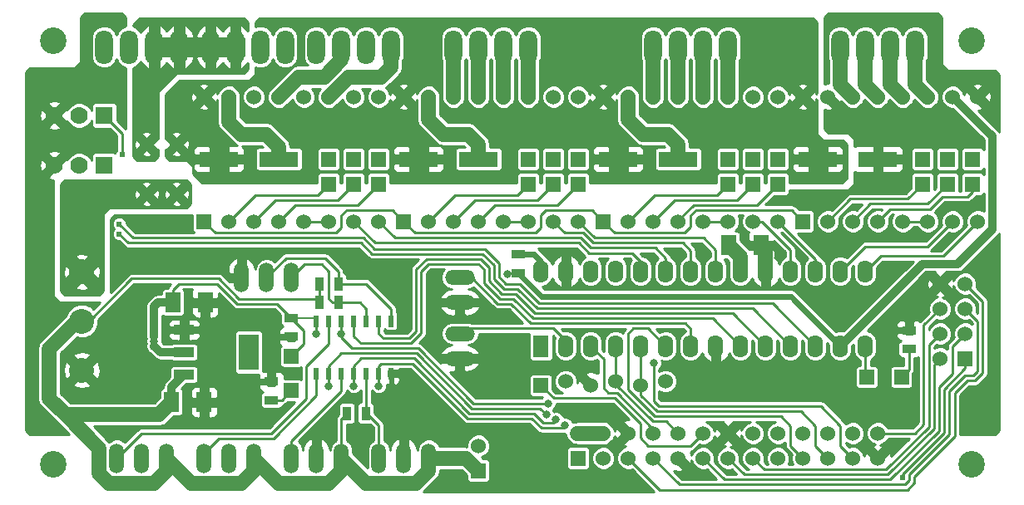
<source format=gtl>
G04 (created by PCBNEW-RS274X (2012-apr-16-27)-stable) date Friday 15,March,2013 10:09:25 PM SGT*
G01*
G70*
G90*
%MOIN*%
G04 Gerber Fmt 3.4, Leading zero omitted, Abs format*
%FSLAX34Y34*%
G04 APERTURE LIST*
%ADD10C,0.006000*%
%ADD11C,0.055000*%
%ADD12R,0.060000X0.060000*%
%ADD13C,0.070000*%
%ADD14R,0.070000X0.070000*%
%ADD15O,0.070900X0.137800*%
%ADD16C,0.060000*%
%ADD17C,0.106400*%
%ADD18R,0.059100X0.059100*%
%ADD19C,0.100000*%
%ADD20R,0.080000X0.144000*%
%ADD21R,0.080000X0.040000*%
%ADD22R,0.020000X0.045000*%
%ADD23R,0.060000X0.080000*%
%ADD24R,0.035000X0.055000*%
%ADD25R,0.055000X0.035000*%
%ADD26O,0.062000X0.090000*%
%ADD27R,0.062000X0.090000*%
%ADD28O,0.059300X0.118700*%
%ADD29O,0.118700X0.059300*%
%ADD30R,0.157500X0.063000*%
%ADD31C,0.032000*%
%ADD32C,0.024000*%
%ADD33C,0.010000*%
%ADD34C,0.032000*%
%ADD35C,0.024000*%
%ADD36C,0.008000*%
%ADD37C,0.060000*%
G04 APERTURE END LIST*
G54D10*
G54D11*
X41900Y-39070D03*
X41900Y-37070D03*
X40700Y-39070D03*
X40700Y-37070D03*
G54D12*
X71800Y-38670D03*
X71800Y-37670D03*
X72800Y-38670D03*
X72800Y-37670D03*
X73800Y-38670D03*
X73800Y-37670D03*
X64000Y-38670D03*
X64000Y-37670D03*
X65000Y-38670D03*
X65000Y-37670D03*
X66000Y-38670D03*
X66000Y-37670D03*
X56000Y-38670D03*
X56000Y-37670D03*
X57000Y-38670D03*
X57000Y-37670D03*
X58000Y-38670D03*
X58000Y-37670D03*
X48000Y-38670D03*
X48000Y-37670D03*
G54D10*
G36*
X48700Y-38970D02*
X48700Y-38370D01*
X49300Y-38370D01*
X49300Y-38970D01*
X48700Y-38970D01*
X48700Y-38970D01*
G37*
G36*
X48700Y-37970D02*
X48700Y-37370D01*
X49300Y-37370D01*
X49300Y-37970D01*
X48700Y-37970D01*
X48700Y-37970D01*
G37*
G54D12*
X50000Y-38670D03*
X50000Y-37670D03*
G54D13*
X38000Y-37920D03*
X37000Y-37920D03*
G54D14*
X39000Y-37920D03*
G54D13*
X38000Y-35920D03*
X37000Y-35920D03*
G54D14*
X39000Y-35920D03*
G54D15*
X53000Y-33170D03*
X54000Y-33170D03*
X55000Y-33170D03*
X56000Y-33170D03*
X39000Y-33170D03*
X40000Y-33170D03*
X41000Y-33170D03*
X42000Y-33170D03*
X43250Y-33170D03*
X44250Y-33170D03*
X45250Y-33170D03*
X46250Y-33170D03*
X47500Y-33170D03*
X48500Y-33170D03*
X49500Y-33170D03*
X50500Y-33170D03*
X68500Y-33170D03*
X69500Y-33170D03*
X70500Y-33170D03*
X71500Y-33170D03*
X61000Y-33170D03*
X62000Y-33170D03*
X63000Y-33170D03*
X64000Y-33170D03*
G54D12*
X67000Y-40170D03*
G54D16*
X67000Y-35170D03*
X68000Y-40170D03*
X68000Y-35170D03*
X69000Y-40170D03*
X69000Y-35170D03*
X70000Y-40170D03*
X70000Y-35170D03*
X71000Y-40170D03*
X71000Y-35170D03*
X72000Y-40170D03*
X72000Y-35170D03*
X73000Y-40170D03*
X73000Y-35170D03*
X74000Y-40170D03*
X74000Y-35170D03*
G54D12*
X59000Y-40170D03*
G54D16*
X59000Y-35170D03*
X60000Y-40170D03*
X60000Y-35170D03*
X61000Y-40170D03*
X61000Y-35170D03*
X62000Y-40170D03*
X62000Y-35170D03*
X63000Y-40170D03*
X63000Y-35170D03*
X64000Y-40170D03*
X64000Y-35170D03*
X65000Y-40170D03*
X65000Y-35170D03*
X66000Y-40170D03*
X66000Y-35170D03*
G54D12*
X51000Y-40170D03*
G54D16*
X51000Y-35170D03*
X52000Y-40170D03*
X52000Y-35170D03*
X53000Y-40170D03*
X53000Y-35170D03*
X54000Y-40170D03*
X54000Y-35170D03*
X55000Y-40170D03*
X55000Y-35170D03*
X56000Y-40170D03*
X56000Y-35170D03*
X57000Y-40170D03*
X57000Y-35170D03*
X58000Y-40170D03*
X58000Y-35170D03*
G54D12*
X43000Y-40170D03*
G54D16*
X43000Y-35170D03*
X44000Y-40170D03*
X44000Y-35170D03*
X45000Y-40170D03*
X45000Y-35170D03*
X46000Y-40170D03*
X46000Y-35170D03*
X47000Y-40170D03*
X47000Y-35170D03*
X48000Y-40170D03*
X48000Y-35170D03*
X49000Y-40170D03*
X49000Y-35170D03*
X50000Y-40170D03*
X50000Y-35170D03*
G54D17*
X36950Y-32920D03*
X36950Y-49920D03*
X73750Y-49920D03*
G54D18*
X46500Y-45581D03*
X46500Y-46959D03*
X69561Y-46420D03*
X70939Y-46420D03*
G54D17*
X73750Y-32920D03*
G54D16*
X70000Y-48670D03*
X70000Y-49670D03*
X69000Y-48670D03*
X69000Y-49670D03*
X68000Y-48670D03*
X68000Y-49670D03*
G54D12*
X58000Y-49670D03*
G54D16*
X58000Y-48670D03*
X59000Y-49670D03*
X59000Y-48670D03*
X60000Y-49670D03*
X60000Y-48670D03*
X61000Y-49670D03*
X61000Y-48670D03*
X62000Y-49670D03*
X62000Y-48670D03*
X63000Y-49670D03*
X63000Y-48670D03*
X64000Y-49670D03*
X64000Y-48670D03*
X65000Y-49670D03*
X65000Y-48670D03*
X66000Y-49670D03*
X66000Y-48670D03*
X67000Y-49670D03*
X67000Y-48670D03*
G54D19*
X38100Y-46138D03*
X38100Y-44170D03*
X38100Y-42201D03*
G54D12*
X56500Y-46750D03*
G54D16*
X57500Y-46590D03*
X58500Y-46750D03*
X59500Y-46590D03*
X60500Y-46750D03*
X61500Y-46590D03*
G54D20*
X44800Y-45420D03*
G54D21*
X42200Y-45420D03*
X42200Y-46320D03*
X42200Y-44520D03*
G54D22*
X47500Y-46270D03*
X48000Y-46270D03*
X48500Y-46270D03*
X49000Y-46270D03*
X49500Y-46270D03*
X50000Y-46270D03*
X50500Y-46270D03*
X50500Y-44170D03*
X50000Y-44170D03*
X49500Y-44170D03*
X49000Y-44170D03*
X48500Y-44170D03*
X48000Y-44170D03*
X47500Y-44170D03*
G54D23*
X41700Y-47420D03*
X43000Y-47420D03*
X41750Y-43420D03*
X43050Y-43420D03*
X64030Y-41130D03*
X65330Y-41130D03*
G54D24*
X48725Y-47870D03*
X49475Y-47870D03*
X47625Y-42670D03*
X48375Y-42670D03*
X47625Y-43420D03*
X48375Y-43420D03*
G54D25*
X45700Y-46595D03*
X45700Y-47345D03*
X71250Y-44545D03*
X71250Y-45295D03*
G54D26*
X57500Y-45170D03*
X58500Y-45170D03*
X59500Y-45170D03*
X60500Y-45170D03*
X61500Y-45170D03*
X62500Y-45170D03*
X63500Y-45170D03*
X64500Y-45170D03*
X65500Y-45170D03*
X66500Y-45170D03*
X67500Y-45170D03*
X68500Y-45170D03*
X69500Y-45170D03*
G54D27*
X56500Y-45170D03*
G54D26*
X69500Y-42170D03*
X68500Y-42170D03*
X67500Y-42170D03*
X66500Y-42170D03*
X65500Y-42170D03*
X64500Y-42170D03*
X63500Y-42170D03*
X62500Y-42170D03*
X61500Y-42170D03*
X60500Y-42170D03*
X59500Y-42170D03*
X58500Y-42170D03*
X57500Y-42170D03*
X56500Y-42170D03*
G54D28*
X46500Y-42420D03*
X45500Y-42420D03*
X44500Y-42420D03*
X50000Y-49670D03*
X51000Y-49670D03*
X52000Y-49670D03*
X39500Y-49670D03*
X40500Y-49670D03*
X41500Y-49670D03*
X43000Y-49670D03*
X44000Y-49670D03*
X45000Y-49670D03*
X46500Y-49670D03*
X47500Y-49670D03*
X48500Y-49670D03*
G54D29*
X53250Y-42420D03*
X53250Y-43420D03*
X53250Y-44670D03*
X53250Y-45670D03*
G54D12*
X54000Y-50170D03*
G54D16*
X54000Y-49170D03*
G54D30*
X43599Y-37670D03*
X46001Y-37670D03*
X51599Y-37670D03*
X54001Y-37670D03*
X59599Y-37670D03*
X62001Y-37670D03*
X67599Y-37670D03*
X70001Y-37670D03*
G54D12*
X73500Y-45670D03*
G54D16*
X72500Y-45670D03*
X73500Y-44670D03*
X72500Y-44670D03*
X73500Y-43670D03*
X72500Y-43670D03*
X73500Y-42670D03*
X72500Y-42670D03*
G54D25*
X55600Y-41495D03*
X55600Y-42245D03*
X46500Y-44045D03*
X46500Y-44795D03*
G54D12*
X61000Y-34180D03*
G54D16*
X62000Y-34180D03*
X63000Y-34180D03*
X64000Y-34180D03*
G54D31*
X47500Y-44670D03*
X41000Y-45170D03*
X41000Y-44770D03*
X41000Y-44170D03*
X41000Y-44370D03*
X41000Y-43570D03*
X41000Y-44970D03*
X41000Y-44570D03*
X55150Y-42270D03*
X41000Y-43770D03*
X41000Y-43970D03*
X50000Y-46770D03*
X57460Y-48350D03*
G54D32*
X70975Y-50445D03*
X39600Y-40670D03*
X39600Y-40270D03*
G54D31*
X48500Y-44670D03*
X56780Y-47470D03*
X56720Y-47930D03*
X48000Y-46770D03*
X49000Y-46770D03*
X57100Y-48130D03*
X61010Y-45860D03*
G54D32*
X43750Y-45870D03*
X43550Y-45470D03*
X43750Y-44870D03*
X43950Y-46070D03*
X43550Y-45070D03*
X43950Y-45070D03*
X43550Y-46070D03*
X43950Y-45670D03*
X43750Y-45070D03*
X43550Y-45870D03*
X43550Y-45670D03*
X43550Y-45270D03*
X43750Y-45470D03*
X43750Y-45270D03*
X43950Y-45470D03*
X43550Y-44870D03*
X43950Y-44870D03*
X43950Y-45270D03*
X43950Y-45870D03*
X43750Y-46070D03*
X43750Y-45670D03*
X39720Y-37480D03*
G54D33*
X47000Y-45081D02*
X46500Y-45581D01*
G54D34*
X41250Y-45420D02*
X42200Y-45420D01*
G54D33*
X55150Y-42270D02*
X55175Y-42245D01*
X46500Y-44045D02*
X45927Y-43472D01*
X45927Y-43472D02*
X44316Y-43472D01*
G54D34*
X41000Y-43570D02*
X41000Y-44770D01*
X74575Y-40495D02*
X73200Y-41870D01*
G54D33*
X47000Y-44545D02*
X47000Y-45081D01*
G54D34*
X41000Y-45170D02*
X41250Y-45420D01*
X41150Y-43420D02*
X41000Y-43570D01*
G54D35*
X66513Y-43183D02*
X68500Y-45170D01*
G54D33*
X55175Y-42245D02*
X55600Y-42245D01*
G54D36*
X41000Y-43970D02*
X41000Y-43770D01*
X41000Y-44370D02*
X41000Y-44170D01*
G54D34*
X73200Y-41870D02*
X71800Y-41870D01*
G54D33*
X44316Y-43472D02*
X43514Y-42670D01*
G54D36*
X41000Y-45170D02*
X41000Y-44970D01*
G54D33*
X47500Y-44670D02*
X47500Y-44170D01*
G54D34*
X41750Y-43420D02*
X41150Y-43420D01*
X73000Y-35170D02*
X74575Y-36745D01*
G54D33*
X42000Y-42670D02*
X41750Y-42920D01*
X46500Y-44045D02*
X47000Y-44545D01*
X41750Y-42920D02*
X41750Y-43420D01*
G54D34*
X74575Y-36745D02*
X74575Y-40495D01*
G54D36*
X46500Y-44045D02*
X47375Y-44045D01*
G54D33*
X43514Y-42670D02*
X42000Y-42670D01*
G54D34*
X71800Y-41870D02*
X68500Y-45170D01*
G54D35*
X55600Y-42245D02*
X56538Y-43183D01*
G54D36*
X41000Y-44770D02*
X41000Y-44570D01*
X47375Y-44045D02*
X47500Y-44170D01*
G54D35*
X56538Y-43183D02*
X66513Y-43183D01*
G54D37*
X53500Y-49670D02*
X54000Y-50170D01*
X38800Y-50270D02*
X38800Y-49270D01*
X45000Y-49670D02*
X45000Y-50170D01*
G54D33*
X43598Y-42468D02*
X40102Y-42468D01*
G54D37*
X36800Y-47270D02*
X37450Y-47920D01*
X36800Y-47270D02*
X36800Y-45270D01*
X36800Y-45270D02*
X37900Y-44170D01*
G54D33*
X47475Y-43270D02*
X47625Y-43420D01*
X47475Y-43270D02*
X44400Y-43270D01*
G54D37*
X41200Y-47920D02*
X37450Y-47920D01*
G54D34*
X41700Y-46820D02*
X41700Y-47420D01*
G54D37*
X38100Y-44170D02*
X37900Y-44170D01*
X52000Y-50170D02*
X51500Y-50670D01*
G54D33*
X44400Y-43270D02*
X43598Y-42468D01*
G54D37*
X49500Y-50670D02*
X48500Y-49670D01*
X44500Y-50670D02*
X42500Y-50670D01*
G54D33*
X47625Y-42670D02*
X47625Y-43420D01*
G54D37*
X42500Y-50670D02*
X41500Y-49670D01*
G54D33*
X48500Y-48095D02*
X48500Y-49670D01*
G54D37*
X45000Y-50170D02*
X44500Y-50670D01*
G54D33*
X38100Y-44170D02*
X38400Y-44170D01*
G54D37*
X51500Y-50670D02*
X49500Y-50670D01*
G54D34*
X42200Y-46320D02*
X41700Y-46820D01*
G54D37*
X41000Y-50670D02*
X39200Y-50670D01*
X46000Y-50670D02*
X45000Y-49670D01*
X48500Y-49670D02*
X48500Y-50170D01*
X41500Y-49670D02*
X41500Y-50170D01*
X48500Y-50170D02*
X48000Y-50670D01*
G54D33*
X38400Y-44170D02*
X40102Y-42468D01*
G54D37*
X39200Y-50670D02*
X38800Y-50270D01*
G54D33*
X48725Y-47870D02*
X48500Y-48095D01*
G54D37*
X48000Y-50670D02*
X46000Y-50670D01*
X41500Y-50170D02*
X41000Y-50670D01*
X41700Y-47420D02*
X41200Y-47920D01*
X52000Y-49670D02*
X53500Y-49670D01*
X38800Y-49270D02*
X37450Y-47920D01*
X52000Y-49670D02*
X52000Y-50170D01*
G54D33*
X72612Y-41558D02*
X70112Y-41558D01*
X74000Y-40170D02*
X72612Y-41558D01*
X70112Y-41558D02*
X69500Y-42170D01*
X72000Y-41170D02*
X69500Y-41170D01*
X73000Y-40170D02*
X72000Y-41170D01*
X69500Y-41170D02*
X68500Y-42170D01*
X48500Y-40420D02*
X48500Y-39920D01*
X56700Y-39710D02*
X58540Y-39710D01*
X66540Y-39710D02*
X62710Y-39710D01*
X62500Y-39920D02*
X62500Y-40370D01*
X48290Y-40630D02*
X48500Y-40420D01*
X56280Y-40630D02*
X56500Y-40410D01*
X51000Y-40170D02*
X51460Y-40630D01*
X58540Y-39710D02*
X59000Y-40170D01*
X43460Y-40630D02*
X48290Y-40630D01*
X59000Y-40170D02*
X59460Y-40630D01*
X48500Y-39920D02*
X48710Y-39710D01*
X59460Y-40630D02*
X62240Y-40630D01*
X62710Y-39710D02*
X62500Y-39920D01*
X62240Y-40630D02*
X62500Y-40370D01*
X48710Y-39710D02*
X50540Y-39710D01*
X43000Y-40170D02*
X43460Y-40630D01*
X56500Y-39910D02*
X56700Y-39710D01*
X56500Y-40410D02*
X56500Y-39910D01*
X51460Y-40630D02*
X56280Y-40630D01*
X50540Y-39710D02*
X51000Y-40170D01*
X66540Y-39710D02*
X67000Y-40170D01*
X50000Y-46770D02*
X50000Y-46270D01*
X56130Y-48076D02*
X53548Y-48076D01*
X57460Y-48350D02*
X57358Y-48452D01*
X56506Y-48452D02*
X56130Y-48076D01*
X53548Y-48076D02*
X51342Y-45870D01*
X57358Y-48452D02*
X56506Y-48452D01*
X50100Y-45870D02*
X51342Y-45870D01*
X50000Y-45970D02*
X50100Y-45870D01*
X50000Y-46270D02*
X50000Y-45970D01*
X73500Y-46056D02*
X73500Y-45670D01*
X70975Y-50329D02*
X72646Y-48658D01*
X70975Y-50445D02*
X70975Y-50329D01*
X72646Y-48658D02*
X72646Y-46910D01*
X72646Y-46910D02*
X73500Y-46056D01*
X60000Y-49670D02*
X61268Y-50938D01*
X73074Y-47060D02*
X73574Y-46560D01*
X61268Y-50938D02*
X71183Y-50938D01*
X71463Y-50658D02*
X71463Y-50413D01*
X71463Y-50413D02*
X73074Y-48802D01*
X71183Y-50938D02*
X71463Y-50658D01*
X74202Y-43372D02*
X73500Y-42670D01*
X73574Y-46560D02*
X73899Y-46560D01*
X74202Y-46257D02*
X74202Y-43372D01*
X73899Y-46560D02*
X74202Y-46257D01*
X73074Y-48802D02*
X73074Y-47060D01*
X63864Y-50534D02*
X70483Y-50534D01*
X73000Y-46270D02*
X73000Y-45170D01*
X72444Y-46826D02*
X73000Y-46270D01*
X63864Y-50534D02*
X63000Y-49670D01*
X73500Y-44670D02*
X73000Y-45170D01*
X72444Y-48573D02*
X72444Y-46826D01*
X70483Y-50534D02*
X72444Y-48573D01*
X64662Y-50332D02*
X70399Y-50332D01*
X70399Y-50332D02*
X72242Y-48489D01*
X72242Y-48489D02*
X72242Y-45928D01*
X64000Y-49670D02*
X64662Y-50332D01*
X72242Y-45928D02*
X72500Y-45670D01*
X65000Y-49670D02*
X65460Y-50130D01*
X70315Y-50130D02*
X72040Y-48405D01*
X72040Y-48405D02*
X72040Y-45130D01*
X65460Y-50130D02*
X70315Y-50130D01*
X72040Y-45130D02*
X72500Y-44670D01*
X72864Y-48726D02*
X72864Y-46980D01*
X73820Y-46350D02*
X74000Y-46170D01*
X74000Y-44170D02*
X73500Y-43670D01*
X62066Y-50736D02*
X71084Y-50736D01*
X71260Y-50330D02*
X72864Y-48726D01*
X61000Y-49670D02*
X62066Y-50736D01*
X73494Y-46350D02*
X73820Y-46350D01*
X74000Y-46170D02*
X74000Y-44170D01*
X71084Y-50736D02*
X71260Y-50560D01*
X71260Y-50330D02*
X71260Y-50560D01*
X72864Y-46980D02*
X73494Y-46350D01*
X71490Y-48670D02*
X70000Y-48670D01*
X72500Y-43670D02*
X71838Y-44332D01*
X71838Y-48322D02*
X71490Y-48670D01*
X71838Y-44332D02*
X71838Y-48322D01*
X54620Y-41920D02*
X54172Y-41472D01*
X49292Y-41034D02*
X41300Y-41034D01*
X56342Y-43657D02*
X55557Y-42872D01*
X41300Y-41034D02*
X39964Y-41034D01*
X54620Y-42476D02*
X54620Y-41920D01*
X64987Y-43657D02*
X56342Y-43657D01*
X66500Y-45170D02*
X64987Y-43657D01*
X41300Y-41034D02*
X41334Y-41034D01*
X55016Y-42872D02*
X54620Y-42476D01*
X49730Y-41472D02*
X49292Y-41034D01*
X54172Y-41472D02*
X49730Y-41472D01*
X55557Y-42872D02*
X55016Y-42872D01*
X39964Y-41034D02*
X39600Y-40670D01*
X55641Y-42670D02*
X55100Y-42670D01*
X40162Y-40832D02*
X41552Y-40832D01*
X65785Y-43455D02*
X56426Y-43455D01*
X41552Y-40832D02*
X49376Y-40832D01*
X56426Y-43455D02*
X55641Y-42670D01*
X49814Y-41270D02*
X49376Y-40832D01*
X54830Y-42400D02*
X54830Y-41840D01*
X67500Y-45170D02*
X65785Y-43455D01*
X54260Y-41270D02*
X49814Y-41270D01*
X39600Y-40270D02*
X40162Y-40832D01*
X55100Y-42670D02*
X54830Y-42400D01*
X54830Y-41840D02*
X54260Y-41270D01*
X69500Y-46359D02*
X69561Y-46420D01*
X69500Y-45170D02*
X69500Y-46359D01*
X48930Y-45264D02*
X48500Y-44834D01*
X48930Y-45264D02*
X51594Y-45264D01*
X56780Y-47470D02*
X53800Y-47470D01*
X53800Y-47470D02*
X51594Y-45264D01*
X48500Y-44670D02*
X48500Y-44170D01*
X48500Y-44834D02*
X48500Y-44670D01*
X56462Y-47672D02*
X53716Y-47672D01*
X51510Y-45466D02*
X48504Y-45466D01*
X48504Y-45466D02*
X48000Y-45970D01*
X51510Y-45466D02*
X53716Y-47672D01*
X48000Y-46770D02*
X48000Y-46270D01*
X48000Y-45970D02*
X48000Y-46270D01*
X56720Y-47930D02*
X56462Y-47672D01*
X56590Y-48250D02*
X56980Y-48250D01*
X51426Y-45668D02*
X53632Y-47874D01*
X53632Y-47874D02*
X56214Y-47874D01*
X49000Y-46270D02*
X49000Y-45970D01*
X49302Y-45668D02*
X51426Y-45668D01*
X56214Y-47874D02*
X56590Y-48250D01*
X49000Y-46770D02*
X49000Y-46270D01*
X56980Y-48250D02*
X57100Y-48130D01*
X49000Y-45970D02*
X49302Y-45668D01*
X59465Y-47257D02*
X57007Y-47257D01*
X62500Y-49170D02*
X60800Y-49170D01*
X57007Y-47257D02*
X56500Y-46750D01*
X63000Y-48670D02*
X62500Y-49170D01*
X60489Y-48281D02*
X59465Y-47257D01*
X60489Y-48859D02*
X60489Y-48281D01*
X60800Y-49170D02*
X60489Y-48859D01*
X66921Y-47791D02*
X67500Y-48370D01*
X60500Y-47148D02*
X61143Y-47791D01*
X60500Y-46750D02*
X60500Y-47148D01*
X67500Y-48370D02*
X67500Y-49170D01*
X61143Y-47791D02*
X66921Y-47791D01*
X67500Y-49170D02*
X68000Y-49670D01*
X60500Y-46750D02*
X60500Y-45170D01*
X60205Y-44465D02*
X60000Y-44670D01*
X66500Y-49170D02*
X67000Y-49670D01*
X60000Y-44670D02*
X60000Y-46934D01*
X60795Y-44465D02*
X60205Y-44465D01*
X61059Y-47993D02*
X66123Y-47993D01*
X61500Y-45170D02*
X60795Y-44465D01*
X66500Y-48370D02*
X66500Y-49170D01*
X60000Y-46934D02*
X61059Y-47993D01*
X66123Y-47993D02*
X66500Y-48370D01*
X54216Y-42092D02*
X54000Y-41876D01*
X51994Y-41876D02*
X51700Y-42170D01*
X54216Y-42644D02*
X54216Y-42092D01*
X51700Y-42170D02*
X51700Y-44662D01*
X56174Y-44061D02*
X55389Y-43276D01*
X54000Y-41876D02*
X51994Y-41876D01*
X54848Y-43276D02*
X54216Y-42644D01*
X49000Y-44770D02*
X49000Y-44170D01*
X51700Y-44662D02*
X51300Y-45062D01*
X51300Y-45062D02*
X49292Y-45062D01*
X55389Y-43276D02*
X54848Y-43276D01*
X49292Y-45062D02*
X49000Y-44770D01*
X63391Y-44061D02*
X56174Y-44061D01*
X64500Y-45170D02*
X63391Y-44061D01*
X54932Y-43074D02*
X54418Y-42560D01*
X51910Y-41674D02*
X51498Y-42086D01*
X51216Y-44860D02*
X50190Y-44860D01*
X54418Y-42008D02*
X54084Y-41674D01*
X55473Y-43074D02*
X54932Y-43074D01*
X51498Y-44578D02*
X51216Y-44860D01*
X54084Y-41674D02*
X51910Y-41674D01*
X50190Y-44860D02*
X50000Y-44670D01*
X51498Y-42086D02*
X51498Y-44578D01*
X56258Y-43859D02*
X55473Y-43074D01*
X64189Y-43859D02*
X56258Y-43859D01*
X50000Y-44670D02*
X50000Y-44170D01*
X65500Y-45170D02*
X64189Y-43859D01*
X54418Y-42560D02*
X54418Y-42008D01*
G54D37*
X59000Y-48670D02*
X58000Y-48670D01*
X58000Y-48670D02*
X57940Y-48670D01*
G54D33*
X59500Y-46720D02*
X59500Y-46590D01*
X62000Y-48670D02*
X61525Y-48195D01*
X59500Y-46590D02*
X59500Y-45170D01*
X60975Y-48195D02*
X59500Y-46720D01*
X61525Y-48195D02*
X60975Y-48195D01*
X61010Y-47372D02*
X61227Y-47589D01*
X68500Y-49170D02*
X69000Y-49670D01*
X68500Y-48370D02*
X68500Y-49170D01*
X67719Y-47589D02*
X68500Y-48370D01*
X61227Y-47589D02*
X67719Y-47589D01*
X61010Y-45860D02*
X61010Y-47372D01*
X55305Y-43478D02*
X54764Y-43478D01*
X62500Y-44470D02*
X62293Y-44263D01*
X53706Y-42420D02*
X53250Y-42420D01*
X54764Y-43478D02*
X53706Y-42420D01*
X62293Y-44263D02*
X56090Y-44263D01*
X56090Y-44263D02*
X55305Y-43478D01*
X62500Y-45170D02*
X62500Y-44470D01*
X57500Y-45170D02*
X57500Y-44965D01*
X57000Y-44465D02*
X53455Y-44465D01*
X57500Y-44965D02*
X57000Y-44465D01*
X53455Y-44465D02*
X53250Y-44670D01*
X59205Y-47055D02*
X59015Y-46865D01*
X59015Y-46865D02*
X59015Y-45685D01*
X59015Y-45685D02*
X58500Y-45170D01*
X61000Y-48506D02*
X59549Y-47055D01*
X61000Y-48670D02*
X61000Y-48506D01*
X59549Y-47055D02*
X59205Y-47055D01*
X61500Y-41646D02*
X61090Y-41236D01*
X58090Y-40832D02*
X50662Y-40832D01*
X61500Y-42170D02*
X61500Y-41646D01*
X61090Y-41236D02*
X58494Y-41236D01*
X50662Y-40832D02*
X50000Y-40170D01*
X58494Y-41236D02*
X58090Y-40832D01*
X58006Y-41034D02*
X49864Y-41034D01*
X58410Y-41438D02*
X58006Y-41034D01*
X60150Y-41438D02*
X58410Y-41438D01*
X60500Y-42170D02*
X60500Y-41788D01*
X49864Y-41034D02*
X49000Y-40170D01*
X60500Y-41788D02*
X60150Y-41438D01*
X63020Y-40832D02*
X58662Y-40832D01*
X63500Y-42170D02*
X63500Y-41312D01*
X58662Y-40832D02*
X58000Y-40170D01*
X63500Y-41312D02*
X63020Y-40832D01*
X58174Y-40630D02*
X57460Y-40630D01*
X57460Y-40630D02*
X57000Y-40170D01*
X58578Y-41034D02*
X58174Y-40630D01*
X62180Y-41034D02*
X58578Y-41034D01*
X62500Y-42170D02*
X62500Y-41354D01*
X62500Y-41354D02*
X62180Y-41034D01*
G54D37*
X61000Y-35170D02*
X61000Y-33170D01*
X62000Y-35170D02*
X62000Y-33170D01*
X63000Y-35170D02*
X63000Y-33170D01*
X64000Y-35170D02*
X64000Y-33170D01*
G54D33*
X66000Y-40170D02*
X67500Y-41670D01*
X67500Y-41670D02*
X67500Y-42170D01*
X66500Y-42170D02*
X66500Y-41310D01*
X65360Y-40170D02*
X65000Y-40170D01*
X66500Y-41310D02*
X65360Y-40170D01*
G54D37*
X61600Y-36670D02*
X62001Y-37071D01*
X60000Y-35170D02*
X60000Y-36070D01*
G54D36*
X43950Y-45470D02*
X43750Y-45470D01*
X43550Y-45470D02*
X43550Y-45670D01*
G54D33*
X59500Y-49170D02*
X59500Y-50170D01*
G54D37*
X44000Y-35170D02*
X44000Y-36170D01*
X44500Y-36670D02*
X45500Y-36670D01*
G54D36*
X43550Y-45070D02*
X43550Y-45270D01*
G54D37*
X60600Y-36670D02*
X61600Y-36670D01*
G54D36*
X42200Y-44520D02*
X43200Y-44520D01*
X43550Y-45870D02*
X43550Y-46070D01*
G54D37*
X62001Y-37071D02*
X62001Y-37670D01*
G54D36*
X43950Y-45070D02*
X43750Y-45070D01*
G54D37*
X54000Y-37070D02*
X54000Y-37669D01*
X44000Y-36170D02*
X44500Y-36670D01*
X65500Y-41300D02*
X65330Y-41130D01*
X53600Y-36670D02*
X54000Y-37070D01*
G54D36*
X43750Y-46070D02*
X43950Y-46070D01*
G54D37*
X46001Y-37171D02*
X46001Y-37670D01*
G54D36*
X43750Y-44870D02*
X43950Y-44870D01*
X43950Y-45870D02*
X43750Y-45870D01*
X43750Y-45670D02*
X43950Y-45670D01*
G54D37*
X45500Y-36670D02*
X46001Y-37171D01*
X60000Y-36070D02*
X60600Y-36670D01*
G54D36*
X43750Y-45270D02*
X43950Y-45270D01*
G54D37*
X65500Y-42170D02*
X65500Y-41300D01*
X52600Y-36670D02*
X53600Y-36670D01*
G54D36*
X43200Y-44520D02*
X43550Y-44870D01*
G54D37*
X52000Y-36070D02*
X52600Y-36670D01*
X54000Y-37669D02*
X54001Y-37670D01*
G54D33*
X60000Y-48670D02*
X59500Y-49170D01*
G54D37*
X52000Y-35170D02*
X52000Y-36070D01*
G54D33*
X55566Y-39104D02*
X56000Y-38670D01*
X52000Y-40170D02*
X53066Y-39104D01*
X53066Y-39104D02*
X55566Y-39104D01*
X63000Y-40170D02*
X64000Y-40170D01*
X69000Y-40170D02*
X69702Y-39468D01*
X72002Y-39468D02*
X72800Y-38670D01*
X69702Y-39468D02*
X72002Y-39468D01*
X70000Y-40170D02*
X70500Y-39670D01*
X73800Y-38970D02*
X73800Y-38670D01*
X73600Y-39170D02*
X73800Y-38970D01*
X72586Y-39170D02*
X73600Y-39170D01*
X72086Y-39670D02*
X72586Y-39170D01*
X70500Y-39670D02*
X72086Y-39670D01*
X61000Y-40170D02*
X61864Y-39306D01*
X64364Y-39306D02*
X65000Y-38670D01*
X61864Y-39306D02*
X64364Y-39306D01*
X62626Y-39508D02*
X65162Y-39508D01*
X65162Y-39508D02*
X66000Y-38670D01*
X62000Y-40170D02*
X62000Y-40134D01*
X62000Y-40134D02*
X62626Y-39508D01*
X49500Y-42670D02*
X48375Y-42670D01*
X46275Y-41645D02*
X47850Y-41645D01*
X47850Y-41645D02*
X48375Y-42170D01*
X45500Y-42420D02*
X46275Y-41645D01*
X48375Y-42170D02*
X48375Y-42670D01*
X50500Y-43670D02*
X49500Y-42670D01*
X50500Y-44170D02*
X50500Y-43670D01*
X49250Y-43420D02*
X48375Y-43420D01*
X49500Y-43670D02*
X49250Y-43420D01*
X48000Y-43270D02*
X48150Y-43420D01*
X48150Y-43420D02*
X48375Y-43420D01*
X47025Y-41895D02*
X46500Y-42420D01*
X48000Y-42170D02*
X47725Y-41895D01*
X48000Y-43270D02*
X48000Y-42170D01*
X49500Y-44170D02*
X49500Y-43670D01*
X47725Y-41895D02*
X47025Y-41895D01*
X48500Y-46970D02*
X48500Y-46270D01*
X46500Y-48970D02*
X48500Y-46970D01*
X46500Y-49670D02*
X46500Y-48970D01*
X47500Y-46270D02*
X47500Y-47156D01*
X43000Y-49470D02*
X43000Y-49670D01*
X47500Y-47156D02*
X45784Y-48872D01*
X45784Y-48872D02*
X43598Y-48872D01*
X43598Y-48872D02*
X43000Y-49470D01*
X71000Y-40170D02*
X72000Y-40170D01*
X48000Y-44170D02*
X48000Y-45070D01*
X48000Y-45070D02*
X47100Y-45970D01*
X47100Y-47270D02*
X45700Y-48670D01*
X40500Y-48670D02*
X39500Y-49670D01*
X47100Y-45970D02*
X47100Y-47270D01*
X45700Y-48670D02*
X40500Y-48670D01*
X45700Y-47345D02*
X46114Y-47345D01*
X46114Y-47345D02*
X46500Y-46959D01*
X57162Y-39508D02*
X58000Y-38670D01*
X54662Y-39508D02*
X57162Y-39508D01*
X54000Y-40170D02*
X54662Y-39508D01*
G54D37*
X71500Y-34670D02*
X71500Y-33170D01*
X72000Y-35170D02*
X71500Y-34670D01*
X70500Y-34670D02*
X70500Y-33170D01*
X71000Y-35170D02*
X70500Y-34670D01*
X70000Y-35170D02*
X69500Y-34670D01*
X69500Y-34670D02*
X69500Y-33170D01*
X68500Y-34670D02*
X68500Y-33170D01*
X69000Y-35170D02*
X68500Y-34670D01*
G54D33*
X56364Y-39306D02*
X57000Y-38670D01*
X53864Y-39306D02*
X56364Y-39306D01*
X53000Y-40170D02*
X53864Y-39306D01*
X55000Y-40170D02*
X56000Y-40170D01*
G54D37*
X56000Y-35170D02*
X56000Y-33170D01*
X55000Y-35170D02*
X55000Y-33170D01*
X54000Y-35170D02*
X54000Y-33170D01*
X53000Y-35170D02*
X53000Y-33170D01*
X64500Y-41600D02*
X64030Y-41130D01*
X64500Y-42170D02*
X64500Y-41600D01*
X46000Y-35170D02*
X46800Y-34370D01*
X47808Y-34370D02*
X48500Y-33678D01*
X48500Y-33678D02*
X48500Y-33170D01*
X46800Y-34370D02*
X47808Y-34370D01*
X48800Y-34370D02*
X50100Y-34370D01*
X50100Y-34370D02*
X50500Y-33970D01*
X50500Y-33970D02*
X50500Y-33170D01*
X48000Y-35170D02*
X48800Y-34370D01*
G54D33*
X48364Y-39306D02*
X49000Y-38670D01*
X45000Y-40170D02*
X45864Y-39306D01*
X45864Y-39306D02*
X48364Y-39306D01*
X49162Y-39508D02*
X50000Y-38670D01*
X46662Y-39508D02*
X49162Y-39508D01*
X46000Y-40170D02*
X46662Y-39508D01*
X47000Y-40170D02*
X48000Y-40170D01*
X68904Y-39266D02*
X71204Y-39266D01*
X68000Y-40170D02*
X68904Y-39266D01*
X71204Y-39266D02*
X71800Y-38670D01*
X63566Y-39104D02*
X64000Y-38670D01*
X61066Y-39104D02*
X63566Y-39104D01*
X60000Y-40170D02*
X61066Y-39104D01*
X47566Y-39104D02*
X48000Y-38670D01*
X45066Y-39104D02*
X47566Y-39104D01*
X44000Y-40170D02*
X45066Y-39104D01*
X70939Y-46420D02*
X71250Y-46109D01*
X71250Y-46109D02*
X71250Y-45295D01*
G54D35*
X56225Y-41495D02*
X56500Y-41770D01*
X55600Y-41495D02*
X56225Y-41495D01*
X56500Y-41770D02*
X56500Y-42170D01*
G54D33*
X39000Y-35920D02*
X39720Y-36640D01*
X39720Y-37480D02*
X39720Y-36640D01*
X49500Y-47845D02*
X49475Y-47870D01*
X50000Y-48345D02*
X49525Y-47870D01*
X49500Y-46270D02*
X49500Y-47845D01*
X49525Y-47870D02*
X49475Y-47870D01*
X50000Y-49670D02*
X50000Y-48345D01*
G54D10*
G36*
X39850Y-36458D02*
X39520Y-36128D01*
X39520Y-35536D01*
X39494Y-35474D01*
X39446Y-35426D01*
X39384Y-35400D01*
X39316Y-35400D01*
X38616Y-35400D01*
X38554Y-35426D01*
X38506Y-35474D01*
X38480Y-35536D01*
X38480Y-35604D01*
X38480Y-35720D01*
X38441Y-35626D01*
X38295Y-35479D01*
X38104Y-35400D01*
X37897Y-35400D01*
X37706Y-35479D01*
X37559Y-35625D01*
X37532Y-35689D01*
X37471Y-35661D01*
X37259Y-35873D01*
X37259Y-35449D01*
X37219Y-35363D01*
X36989Y-35321D01*
X36781Y-35363D01*
X36741Y-35449D01*
X37000Y-35708D01*
X37259Y-35449D01*
X37259Y-35873D01*
X37212Y-35920D01*
X37471Y-36179D01*
X37532Y-36150D01*
X37559Y-36214D01*
X37705Y-36361D01*
X37896Y-36440D01*
X38103Y-36440D01*
X38294Y-36361D01*
X38441Y-36215D01*
X38480Y-36120D01*
X38480Y-36304D01*
X38506Y-36366D01*
X38554Y-36414D01*
X38616Y-36440D01*
X38684Y-36440D01*
X39208Y-36440D01*
X39500Y-36731D01*
X39500Y-37291D01*
X39475Y-37316D01*
X39431Y-37420D01*
X39384Y-37400D01*
X39316Y-37400D01*
X38616Y-37400D01*
X38554Y-37426D01*
X38506Y-37474D01*
X38480Y-37536D01*
X38480Y-37604D01*
X38480Y-37720D01*
X38441Y-37626D01*
X38295Y-37479D01*
X38104Y-37400D01*
X37897Y-37400D01*
X37706Y-37479D01*
X37559Y-37625D01*
X37532Y-37689D01*
X37471Y-37661D01*
X37259Y-37873D01*
X37259Y-37449D01*
X37259Y-36391D01*
X37000Y-36132D01*
X36788Y-36344D01*
X36788Y-35920D01*
X36529Y-35661D01*
X36443Y-35701D01*
X36401Y-35931D01*
X36443Y-36139D01*
X36529Y-36179D01*
X36788Y-35920D01*
X36788Y-36344D01*
X36741Y-36391D01*
X36781Y-36477D01*
X37011Y-36519D01*
X37219Y-36477D01*
X37259Y-36391D01*
X37259Y-37449D01*
X37219Y-37363D01*
X36989Y-37321D01*
X36781Y-37363D01*
X36741Y-37449D01*
X37000Y-37708D01*
X37259Y-37449D01*
X37259Y-37873D01*
X37247Y-37885D01*
X37212Y-37920D01*
X37000Y-38132D01*
X36965Y-38167D01*
X36788Y-38344D01*
X36788Y-37920D01*
X36529Y-37661D01*
X36443Y-37701D01*
X36401Y-37931D01*
X36443Y-38139D01*
X36529Y-38179D01*
X36788Y-37920D01*
X36788Y-38344D01*
X36741Y-38391D01*
X36781Y-38477D01*
X36950Y-38507D01*
X36950Y-43191D01*
X37179Y-43420D01*
X38838Y-43420D01*
X38567Y-43690D01*
X38480Y-43602D01*
X38234Y-43500D01*
X37967Y-43500D01*
X37721Y-43602D01*
X37532Y-43790D01*
X37473Y-43931D01*
X36468Y-44938D01*
X36366Y-45090D01*
X36330Y-45270D01*
X36330Y-47270D01*
X36366Y-47450D01*
X36468Y-47602D01*
X37117Y-48252D01*
X37118Y-48252D01*
X37120Y-48254D01*
X37586Y-48720D01*
X36021Y-48720D01*
X35850Y-48549D01*
X35850Y-34191D01*
X36021Y-34020D01*
X37821Y-34020D01*
X38050Y-33791D01*
X38050Y-31991D01*
X38221Y-31820D01*
X39679Y-31820D01*
X39850Y-31991D01*
X39850Y-32324D01*
X39709Y-32383D01*
X39564Y-32528D01*
X39500Y-32683D01*
X39436Y-32528D01*
X39291Y-32383D01*
X39102Y-32305D01*
X38898Y-32305D01*
X38709Y-32383D01*
X38564Y-32528D01*
X38486Y-32717D01*
X38486Y-32921D01*
X38486Y-33623D01*
X38564Y-33812D01*
X38709Y-33957D01*
X38898Y-34035D01*
X39102Y-34035D01*
X39291Y-33957D01*
X39436Y-33812D01*
X39500Y-33656D01*
X39564Y-33812D01*
X39709Y-33957D01*
X39850Y-34015D01*
X39850Y-36458D01*
X39850Y-36458D01*
G37*
G54D33*
X39850Y-36458D02*
X39520Y-36128D01*
X39520Y-35536D01*
X39494Y-35474D01*
X39446Y-35426D01*
X39384Y-35400D01*
X39316Y-35400D01*
X38616Y-35400D01*
X38554Y-35426D01*
X38506Y-35474D01*
X38480Y-35536D01*
X38480Y-35604D01*
X38480Y-35720D01*
X38441Y-35626D01*
X38295Y-35479D01*
X38104Y-35400D01*
X37897Y-35400D01*
X37706Y-35479D01*
X37559Y-35625D01*
X37532Y-35689D01*
X37471Y-35661D01*
X37259Y-35873D01*
X37259Y-35449D01*
X37219Y-35363D01*
X36989Y-35321D01*
X36781Y-35363D01*
X36741Y-35449D01*
X37000Y-35708D01*
X37259Y-35449D01*
X37259Y-35873D01*
X37212Y-35920D01*
X37471Y-36179D01*
X37532Y-36150D01*
X37559Y-36214D01*
X37705Y-36361D01*
X37896Y-36440D01*
X38103Y-36440D01*
X38294Y-36361D01*
X38441Y-36215D01*
X38480Y-36120D01*
X38480Y-36304D01*
X38506Y-36366D01*
X38554Y-36414D01*
X38616Y-36440D01*
X38684Y-36440D01*
X39208Y-36440D01*
X39500Y-36731D01*
X39500Y-37291D01*
X39475Y-37316D01*
X39431Y-37420D01*
X39384Y-37400D01*
X39316Y-37400D01*
X38616Y-37400D01*
X38554Y-37426D01*
X38506Y-37474D01*
X38480Y-37536D01*
X38480Y-37604D01*
X38480Y-37720D01*
X38441Y-37626D01*
X38295Y-37479D01*
X38104Y-37400D01*
X37897Y-37400D01*
X37706Y-37479D01*
X37559Y-37625D01*
X37532Y-37689D01*
X37471Y-37661D01*
X37259Y-37873D01*
X37259Y-37449D01*
X37259Y-36391D01*
X37000Y-36132D01*
X36788Y-36344D01*
X36788Y-35920D01*
X36529Y-35661D01*
X36443Y-35701D01*
X36401Y-35931D01*
X36443Y-36139D01*
X36529Y-36179D01*
X36788Y-35920D01*
X36788Y-36344D01*
X36741Y-36391D01*
X36781Y-36477D01*
X37011Y-36519D01*
X37219Y-36477D01*
X37259Y-36391D01*
X37259Y-37449D01*
X37219Y-37363D01*
X36989Y-37321D01*
X36781Y-37363D01*
X36741Y-37449D01*
X37000Y-37708D01*
X37259Y-37449D01*
X37259Y-37873D01*
X37247Y-37885D01*
X37212Y-37920D01*
X37000Y-38132D01*
X36965Y-38167D01*
X36788Y-38344D01*
X36788Y-37920D01*
X36529Y-37661D01*
X36443Y-37701D01*
X36401Y-37931D01*
X36443Y-38139D01*
X36529Y-38179D01*
X36788Y-37920D01*
X36788Y-38344D01*
X36741Y-38391D01*
X36781Y-38477D01*
X36950Y-38507D01*
X36950Y-43191D01*
X37179Y-43420D01*
X38838Y-43420D01*
X38567Y-43690D01*
X38480Y-43602D01*
X38234Y-43500D01*
X37967Y-43500D01*
X37721Y-43602D01*
X37532Y-43790D01*
X37473Y-43931D01*
X36468Y-44938D01*
X36366Y-45090D01*
X36330Y-45270D01*
X36330Y-47270D01*
X36366Y-47450D01*
X36468Y-47602D01*
X37117Y-48252D01*
X37118Y-48252D01*
X37120Y-48254D01*
X37586Y-48720D01*
X36021Y-48720D01*
X35850Y-48549D01*
X35850Y-34191D01*
X36021Y-34020D01*
X37821Y-34020D01*
X38050Y-33791D01*
X38050Y-31991D01*
X38221Y-31820D01*
X39679Y-31820D01*
X39850Y-31991D01*
X39850Y-32324D01*
X39709Y-32383D01*
X39564Y-32528D01*
X39500Y-32683D01*
X39436Y-32528D01*
X39291Y-32383D01*
X39102Y-32305D01*
X38898Y-32305D01*
X38709Y-32383D01*
X38564Y-32528D01*
X38486Y-32717D01*
X38486Y-32921D01*
X38486Y-33623D01*
X38564Y-33812D01*
X38709Y-33957D01*
X38898Y-34035D01*
X39102Y-34035D01*
X39291Y-33957D01*
X39436Y-33812D01*
X39500Y-33656D01*
X39564Y-33812D01*
X39709Y-33957D01*
X39850Y-34015D01*
X39850Y-36458D01*
G54D10*
G36*
X40650Y-49820D02*
X40648Y-49820D01*
X40352Y-49820D01*
X40350Y-49820D01*
X40350Y-49520D01*
X40352Y-49520D01*
X40648Y-49520D01*
X40650Y-49520D01*
X40650Y-49820D01*
X40650Y-49820D01*
G37*
G54D33*
X40650Y-49820D02*
X40648Y-49820D01*
X40352Y-49820D01*
X40350Y-49820D01*
X40350Y-49520D01*
X40352Y-49520D01*
X40648Y-49520D01*
X40650Y-49520D01*
X40650Y-49820D01*
G54D10*
G36*
X44150Y-49820D02*
X44148Y-49820D01*
X43852Y-49820D01*
X43850Y-49820D01*
X43850Y-49520D01*
X43852Y-49520D01*
X44148Y-49520D01*
X44150Y-49520D01*
X44150Y-49820D01*
X44150Y-49820D01*
G37*
G54D33*
X44150Y-49820D02*
X44148Y-49820D01*
X43852Y-49820D01*
X43850Y-49820D01*
X43850Y-49520D01*
X43852Y-49520D01*
X44148Y-49520D01*
X44150Y-49520D01*
X44150Y-49820D01*
G54D10*
G36*
X46880Y-46515D02*
X46829Y-46494D01*
X46761Y-46494D01*
X46225Y-46494D01*
X46225Y-46446D01*
X46225Y-46395D01*
X46224Y-46395D01*
X46224Y-46371D01*
X46186Y-46279D01*
X46116Y-46209D01*
X46025Y-46171D01*
X45926Y-46171D01*
X45899Y-46170D01*
X45837Y-46232D01*
X45837Y-46508D01*
X45850Y-46508D01*
X45850Y-46682D01*
X45837Y-46682D01*
X45837Y-46745D01*
X45563Y-46745D01*
X45563Y-46682D01*
X45563Y-46508D01*
X45563Y-46232D01*
X45501Y-46170D01*
X45474Y-46171D01*
X45375Y-46171D01*
X45370Y-46173D01*
X45370Y-46106D01*
X45370Y-44666D01*
X45344Y-44604D01*
X45296Y-44556D01*
X45234Y-44530D01*
X45166Y-44530D01*
X44366Y-44530D01*
X44304Y-44556D01*
X44256Y-44604D01*
X44230Y-44666D01*
X44230Y-44734D01*
X44230Y-46174D01*
X44256Y-46236D01*
X44304Y-46284D01*
X44366Y-46310D01*
X44434Y-46310D01*
X45201Y-46310D01*
X45176Y-46371D01*
X45175Y-46446D01*
X45237Y-46508D01*
X45563Y-46508D01*
X45563Y-46682D01*
X45237Y-46682D01*
X45175Y-46744D01*
X45176Y-46819D01*
X45214Y-46911D01*
X45284Y-46981D01*
X45360Y-47012D01*
X45329Y-47026D01*
X45281Y-47074D01*
X45255Y-47136D01*
X45255Y-47204D01*
X45255Y-47554D01*
X45281Y-47616D01*
X45329Y-47664D01*
X45391Y-47690D01*
X45459Y-47690D01*
X46009Y-47690D01*
X46071Y-47664D01*
X46119Y-47616D01*
X46142Y-47559D01*
X46198Y-47548D01*
X46270Y-47501D01*
X46346Y-47424D01*
X46634Y-47424D01*
X45608Y-48450D01*
X43600Y-48450D01*
X43600Y-43632D01*
X43538Y-43570D01*
X43200Y-43570D01*
X43200Y-44008D01*
X43262Y-44070D01*
X43399Y-44069D01*
X43491Y-44031D01*
X43561Y-43961D01*
X43599Y-43870D01*
X43599Y-43771D01*
X43600Y-43632D01*
X43600Y-48450D01*
X43550Y-48450D01*
X43550Y-47632D01*
X43550Y-47208D01*
X43549Y-47069D01*
X43549Y-46970D01*
X43511Y-46879D01*
X43441Y-46809D01*
X43349Y-46771D01*
X43212Y-46770D01*
X43150Y-46832D01*
X43150Y-47270D01*
X43488Y-47270D01*
X43550Y-47208D01*
X43550Y-47632D01*
X43488Y-47570D01*
X43150Y-47570D01*
X43150Y-48008D01*
X43212Y-48070D01*
X43349Y-48069D01*
X43441Y-48031D01*
X43511Y-47961D01*
X43549Y-47870D01*
X43549Y-47771D01*
X43550Y-47632D01*
X43550Y-48450D01*
X42900Y-48450D01*
X42900Y-44008D01*
X42900Y-43570D01*
X42562Y-43570D01*
X42500Y-43632D01*
X42501Y-43771D01*
X42501Y-43870D01*
X42539Y-43961D01*
X42609Y-44031D01*
X42701Y-44069D01*
X42838Y-44070D01*
X42900Y-44008D01*
X42900Y-48450D01*
X42850Y-48450D01*
X42850Y-48008D01*
X42850Y-47570D01*
X42850Y-47270D01*
X42850Y-46832D01*
X42850Y-44682D01*
X42850Y-44358D01*
X42849Y-44271D01*
X42811Y-44179D01*
X42741Y-44109D01*
X42650Y-44071D01*
X42551Y-44071D01*
X42412Y-44070D01*
X42350Y-44132D01*
X42350Y-44420D01*
X42788Y-44420D01*
X42850Y-44358D01*
X42850Y-44682D01*
X42788Y-44620D01*
X42350Y-44620D01*
X42350Y-44908D01*
X42412Y-44970D01*
X42551Y-44969D01*
X42650Y-44969D01*
X42741Y-44931D01*
X42811Y-44861D01*
X42849Y-44769D01*
X42850Y-44682D01*
X42850Y-46832D01*
X42788Y-46770D01*
X42651Y-46771D01*
X42559Y-46809D01*
X42489Y-46879D01*
X42451Y-46970D01*
X42451Y-47069D01*
X42450Y-47208D01*
X42512Y-47270D01*
X42850Y-47270D01*
X42850Y-47570D01*
X42512Y-47570D01*
X42450Y-47632D01*
X42451Y-47771D01*
X42451Y-47870D01*
X42489Y-47961D01*
X42559Y-48031D01*
X42651Y-48069D01*
X42788Y-48070D01*
X42850Y-48008D01*
X42850Y-48450D01*
X40500Y-48450D01*
X40416Y-48467D01*
X40344Y-48514D01*
X40342Y-48516D01*
X39822Y-49035D01*
X39759Y-48972D01*
X39591Y-48902D01*
X39409Y-48902D01*
X39241Y-48972D01*
X39189Y-49023D01*
X39132Y-48938D01*
X38584Y-48390D01*
X41200Y-48390D01*
X41380Y-48354D01*
X41532Y-48252D01*
X41794Y-47990D01*
X42034Y-47990D01*
X42096Y-47964D01*
X42144Y-47916D01*
X42170Y-47854D01*
X42170Y-47786D01*
X42170Y-46986D01*
X42144Y-46924D01*
X42103Y-46883D01*
X42296Y-46690D01*
X42634Y-46690D01*
X42696Y-46664D01*
X42744Y-46616D01*
X42770Y-46554D01*
X42770Y-46486D01*
X42770Y-46086D01*
X42744Y-46024D01*
X42696Y-45976D01*
X42634Y-45950D01*
X42566Y-45950D01*
X41766Y-45950D01*
X41704Y-45976D01*
X41656Y-46024D01*
X41630Y-46086D01*
X41630Y-46154D01*
X41630Y-46424D01*
X41467Y-46587D01*
X41395Y-46693D01*
X41370Y-46820D01*
X41370Y-46850D01*
X41366Y-46850D01*
X41304Y-46876D01*
X41256Y-46924D01*
X41230Y-46986D01*
X41230Y-47054D01*
X41230Y-47226D01*
X41006Y-47450D01*
X38848Y-47450D01*
X38848Y-46163D01*
X38801Y-45876D01*
X38782Y-45828D01*
X38681Y-45770D01*
X38468Y-45982D01*
X38468Y-45557D01*
X38410Y-45456D01*
X38125Y-45390D01*
X37838Y-45437D01*
X37790Y-45456D01*
X37732Y-45557D01*
X38100Y-45926D01*
X38468Y-45557D01*
X38468Y-45982D01*
X38312Y-46138D01*
X38681Y-46506D01*
X38782Y-46448D01*
X38848Y-46163D01*
X38848Y-47450D01*
X38468Y-47450D01*
X38468Y-46719D01*
X38100Y-46350D01*
X37888Y-46562D01*
X37888Y-46138D01*
X37519Y-45770D01*
X37418Y-45828D01*
X37352Y-46113D01*
X37399Y-46400D01*
X37418Y-46448D01*
X37519Y-46506D01*
X37888Y-46138D01*
X37888Y-46562D01*
X37732Y-46719D01*
X37790Y-46820D01*
X38075Y-46886D01*
X38362Y-46839D01*
X38410Y-46820D01*
X38468Y-46719D01*
X38468Y-47450D01*
X37644Y-47450D01*
X37270Y-47075D01*
X37270Y-45464D01*
X37915Y-44819D01*
X37966Y-44840D01*
X38233Y-44840D01*
X38479Y-44738D01*
X38668Y-44550D01*
X38770Y-44304D01*
X38770Y-44111D01*
X40193Y-42688D01*
X41670Y-42688D01*
X41594Y-42764D01*
X41547Y-42836D01*
X41544Y-42850D01*
X41416Y-42850D01*
X41354Y-42876D01*
X41306Y-42924D01*
X41280Y-42986D01*
X41280Y-43054D01*
X41280Y-43090D01*
X41150Y-43090D01*
X41044Y-43111D01*
X41023Y-43115D01*
X40917Y-43187D01*
X40814Y-43290D01*
X40767Y-43337D01*
X40721Y-43383D01*
X40696Y-43440D01*
X40695Y-43442D01*
X40695Y-43443D01*
X40694Y-43445D01*
X40694Y-43446D01*
X40670Y-43504D01*
X40670Y-43570D01*
X40670Y-43635D01*
X40670Y-43704D01*
X40670Y-43835D01*
X40670Y-43904D01*
X40670Y-44035D01*
X40670Y-44104D01*
X40670Y-44235D01*
X40670Y-44304D01*
X40670Y-44435D01*
X40670Y-44504D01*
X40670Y-44635D01*
X40670Y-44704D01*
X40670Y-44770D01*
X40670Y-44835D01*
X40684Y-44869D01*
X40670Y-44904D01*
X40670Y-45035D01*
X40684Y-45069D01*
X40670Y-45104D01*
X40670Y-45170D01*
X40670Y-45235D01*
X40694Y-45294D01*
X40695Y-45297D01*
X40696Y-45299D01*
X40720Y-45356D01*
X40767Y-45403D01*
X40813Y-45449D01*
X41016Y-45653D01*
X41017Y-45653D01*
X41088Y-45700D01*
X41123Y-45724D01*
X41124Y-45725D01*
X41250Y-45750D01*
X41690Y-45750D01*
X41704Y-45764D01*
X41766Y-45790D01*
X41834Y-45790D01*
X42634Y-45790D01*
X42696Y-45764D01*
X42744Y-45716D01*
X42770Y-45654D01*
X42770Y-45586D01*
X42770Y-45186D01*
X42744Y-45124D01*
X42696Y-45076D01*
X42634Y-45050D01*
X42566Y-45050D01*
X42050Y-45050D01*
X42050Y-44908D01*
X42050Y-44620D01*
X42050Y-44420D01*
X42050Y-44132D01*
X41988Y-44070D01*
X41849Y-44071D01*
X41750Y-44071D01*
X41659Y-44109D01*
X41589Y-44179D01*
X41551Y-44271D01*
X41550Y-44358D01*
X41612Y-44420D01*
X42050Y-44420D01*
X42050Y-44620D01*
X41612Y-44620D01*
X41550Y-44682D01*
X41551Y-44769D01*
X41589Y-44861D01*
X41659Y-44931D01*
X41750Y-44969D01*
X41849Y-44969D01*
X41988Y-44970D01*
X42050Y-44908D01*
X42050Y-45050D01*
X41766Y-45050D01*
X41704Y-45076D01*
X41690Y-45090D01*
X41386Y-45090D01*
X41330Y-45033D01*
X41330Y-44905D01*
X41315Y-44870D01*
X41330Y-44836D01*
X41330Y-44770D01*
X41330Y-44705D01*
X41330Y-44636D01*
X41330Y-44505D01*
X41330Y-44436D01*
X41330Y-44305D01*
X41330Y-44236D01*
X41330Y-44105D01*
X41330Y-44036D01*
X41330Y-43940D01*
X41354Y-43964D01*
X41416Y-43990D01*
X41484Y-43990D01*
X42084Y-43990D01*
X42146Y-43964D01*
X42194Y-43916D01*
X42220Y-43854D01*
X42220Y-43786D01*
X42220Y-42986D01*
X42194Y-42924D01*
X42160Y-42890D01*
X42534Y-42890D01*
X42501Y-42970D01*
X42501Y-43069D01*
X42500Y-43208D01*
X42562Y-43270D01*
X42850Y-43270D01*
X42900Y-43270D01*
X43200Y-43270D01*
X43250Y-43270D01*
X43538Y-43270D01*
X43600Y-43208D01*
X43599Y-43069D01*
X43599Y-43066D01*
X44158Y-43625D01*
X44160Y-43628D01*
X44232Y-43675D01*
X44316Y-43692D01*
X45835Y-43692D01*
X46055Y-43911D01*
X46055Y-44254D01*
X46081Y-44316D01*
X46129Y-44364D01*
X46160Y-44377D01*
X46084Y-44409D01*
X46014Y-44479D01*
X45976Y-44571D01*
X45975Y-44646D01*
X46037Y-44708D01*
X46363Y-44708D01*
X46363Y-44645D01*
X46637Y-44645D01*
X46637Y-44708D01*
X46650Y-44708D01*
X46650Y-44882D01*
X46637Y-44882D01*
X46637Y-44945D01*
X46363Y-44945D01*
X46363Y-44882D01*
X46037Y-44882D01*
X45975Y-44944D01*
X45976Y-45019D01*
X46014Y-45111D01*
X46077Y-45174D01*
X46061Y-45190D01*
X46035Y-45252D01*
X46035Y-45320D01*
X46035Y-45910D01*
X46061Y-45972D01*
X46109Y-46020D01*
X46171Y-46046D01*
X46239Y-46046D01*
X46829Y-46046D01*
X46880Y-46024D01*
X46880Y-46515D01*
X46880Y-46515D01*
G37*
G54D33*
X46880Y-46515D02*
X46829Y-46494D01*
X46761Y-46494D01*
X46225Y-46494D01*
X46225Y-46446D01*
X46225Y-46395D01*
X46224Y-46395D01*
X46224Y-46371D01*
X46186Y-46279D01*
X46116Y-46209D01*
X46025Y-46171D01*
X45926Y-46171D01*
X45899Y-46170D01*
X45837Y-46232D01*
X45837Y-46508D01*
X45850Y-46508D01*
X45850Y-46682D01*
X45837Y-46682D01*
X45837Y-46745D01*
X45563Y-46745D01*
X45563Y-46682D01*
X45563Y-46508D01*
X45563Y-46232D01*
X45501Y-46170D01*
X45474Y-46171D01*
X45375Y-46171D01*
X45370Y-46173D01*
X45370Y-46106D01*
X45370Y-44666D01*
X45344Y-44604D01*
X45296Y-44556D01*
X45234Y-44530D01*
X45166Y-44530D01*
X44366Y-44530D01*
X44304Y-44556D01*
X44256Y-44604D01*
X44230Y-44666D01*
X44230Y-44734D01*
X44230Y-46174D01*
X44256Y-46236D01*
X44304Y-46284D01*
X44366Y-46310D01*
X44434Y-46310D01*
X45201Y-46310D01*
X45176Y-46371D01*
X45175Y-46446D01*
X45237Y-46508D01*
X45563Y-46508D01*
X45563Y-46682D01*
X45237Y-46682D01*
X45175Y-46744D01*
X45176Y-46819D01*
X45214Y-46911D01*
X45284Y-46981D01*
X45360Y-47012D01*
X45329Y-47026D01*
X45281Y-47074D01*
X45255Y-47136D01*
X45255Y-47204D01*
X45255Y-47554D01*
X45281Y-47616D01*
X45329Y-47664D01*
X45391Y-47690D01*
X45459Y-47690D01*
X46009Y-47690D01*
X46071Y-47664D01*
X46119Y-47616D01*
X46142Y-47559D01*
X46198Y-47548D01*
X46270Y-47501D01*
X46346Y-47424D01*
X46634Y-47424D01*
X45608Y-48450D01*
X43600Y-48450D01*
X43600Y-43632D01*
X43538Y-43570D01*
X43200Y-43570D01*
X43200Y-44008D01*
X43262Y-44070D01*
X43399Y-44069D01*
X43491Y-44031D01*
X43561Y-43961D01*
X43599Y-43870D01*
X43599Y-43771D01*
X43600Y-43632D01*
X43600Y-48450D01*
X43550Y-48450D01*
X43550Y-47632D01*
X43550Y-47208D01*
X43549Y-47069D01*
X43549Y-46970D01*
X43511Y-46879D01*
X43441Y-46809D01*
X43349Y-46771D01*
X43212Y-46770D01*
X43150Y-46832D01*
X43150Y-47270D01*
X43488Y-47270D01*
X43550Y-47208D01*
X43550Y-47632D01*
X43488Y-47570D01*
X43150Y-47570D01*
X43150Y-48008D01*
X43212Y-48070D01*
X43349Y-48069D01*
X43441Y-48031D01*
X43511Y-47961D01*
X43549Y-47870D01*
X43549Y-47771D01*
X43550Y-47632D01*
X43550Y-48450D01*
X42900Y-48450D01*
X42900Y-44008D01*
X42900Y-43570D01*
X42562Y-43570D01*
X42500Y-43632D01*
X42501Y-43771D01*
X42501Y-43870D01*
X42539Y-43961D01*
X42609Y-44031D01*
X42701Y-44069D01*
X42838Y-44070D01*
X42900Y-44008D01*
X42900Y-48450D01*
X42850Y-48450D01*
X42850Y-48008D01*
X42850Y-47570D01*
X42850Y-47270D01*
X42850Y-46832D01*
X42850Y-44682D01*
X42850Y-44358D01*
X42849Y-44271D01*
X42811Y-44179D01*
X42741Y-44109D01*
X42650Y-44071D01*
X42551Y-44071D01*
X42412Y-44070D01*
X42350Y-44132D01*
X42350Y-44420D01*
X42788Y-44420D01*
X42850Y-44358D01*
X42850Y-44682D01*
X42788Y-44620D01*
X42350Y-44620D01*
X42350Y-44908D01*
X42412Y-44970D01*
X42551Y-44969D01*
X42650Y-44969D01*
X42741Y-44931D01*
X42811Y-44861D01*
X42849Y-44769D01*
X42850Y-44682D01*
X42850Y-46832D01*
X42788Y-46770D01*
X42651Y-46771D01*
X42559Y-46809D01*
X42489Y-46879D01*
X42451Y-46970D01*
X42451Y-47069D01*
X42450Y-47208D01*
X42512Y-47270D01*
X42850Y-47270D01*
X42850Y-47570D01*
X42512Y-47570D01*
X42450Y-47632D01*
X42451Y-47771D01*
X42451Y-47870D01*
X42489Y-47961D01*
X42559Y-48031D01*
X42651Y-48069D01*
X42788Y-48070D01*
X42850Y-48008D01*
X42850Y-48450D01*
X40500Y-48450D01*
X40416Y-48467D01*
X40344Y-48514D01*
X40342Y-48516D01*
X39822Y-49035D01*
X39759Y-48972D01*
X39591Y-48902D01*
X39409Y-48902D01*
X39241Y-48972D01*
X39189Y-49023D01*
X39132Y-48938D01*
X38584Y-48390D01*
X41200Y-48390D01*
X41380Y-48354D01*
X41532Y-48252D01*
X41794Y-47990D01*
X42034Y-47990D01*
X42096Y-47964D01*
X42144Y-47916D01*
X42170Y-47854D01*
X42170Y-47786D01*
X42170Y-46986D01*
X42144Y-46924D01*
X42103Y-46883D01*
X42296Y-46690D01*
X42634Y-46690D01*
X42696Y-46664D01*
X42744Y-46616D01*
X42770Y-46554D01*
X42770Y-46486D01*
X42770Y-46086D01*
X42744Y-46024D01*
X42696Y-45976D01*
X42634Y-45950D01*
X42566Y-45950D01*
X41766Y-45950D01*
X41704Y-45976D01*
X41656Y-46024D01*
X41630Y-46086D01*
X41630Y-46154D01*
X41630Y-46424D01*
X41467Y-46587D01*
X41395Y-46693D01*
X41370Y-46820D01*
X41370Y-46850D01*
X41366Y-46850D01*
X41304Y-46876D01*
X41256Y-46924D01*
X41230Y-46986D01*
X41230Y-47054D01*
X41230Y-47226D01*
X41006Y-47450D01*
X38848Y-47450D01*
X38848Y-46163D01*
X38801Y-45876D01*
X38782Y-45828D01*
X38681Y-45770D01*
X38468Y-45982D01*
X38468Y-45557D01*
X38410Y-45456D01*
X38125Y-45390D01*
X37838Y-45437D01*
X37790Y-45456D01*
X37732Y-45557D01*
X38100Y-45926D01*
X38468Y-45557D01*
X38468Y-45982D01*
X38312Y-46138D01*
X38681Y-46506D01*
X38782Y-46448D01*
X38848Y-46163D01*
X38848Y-47450D01*
X38468Y-47450D01*
X38468Y-46719D01*
X38100Y-46350D01*
X37888Y-46562D01*
X37888Y-46138D01*
X37519Y-45770D01*
X37418Y-45828D01*
X37352Y-46113D01*
X37399Y-46400D01*
X37418Y-46448D01*
X37519Y-46506D01*
X37888Y-46138D01*
X37888Y-46562D01*
X37732Y-46719D01*
X37790Y-46820D01*
X38075Y-46886D01*
X38362Y-46839D01*
X38410Y-46820D01*
X38468Y-46719D01*
X38468Y-47450D01*
X37644Y-47450D01*
X37270Y-47075D01*
X37270Y-45464D01*
X37915Y-44819D01*
X37966Y-44840D01*
X38233Y-44840D01*
X38479Y-44738D01*
X38668Y-44550D01*
X38770Y-44304D01*
X38770Y-44111D01*
X40193Y-42688D01*
X41670Y-42688D01*
X41594Y-42764D01*
X41547Y-42836D01*
X41544Y-42850D01*
X41416Y-42850D01*
X41354Y-42876D01*
X41306Y-42924D01*
X41280Y-42986D01*
X41280Y-43054D01*
X41280Y-43090D01*
X41150Y-43090D01*
X41044Y-43111D01*
X41023Y-43115D01*
X40917Y-43187D01*
X40814Y-43290D01*
X40767Y-43337D01*
X40721Y-43383D01*
X40696Y-43440D01*
X40695Y-43442D01*
X40695Y-43443D01*
X40694Y-43445D01*
X40694Y-43446D01*
X40670Y-43504D01*
X40670Y-43570D01*
X40670Y-43635D01*
X40670Y-43704D01*
X40670Y-43835D01*
X40670Y-43904D01*
X40670Y-44035D01*
X40670Y-44104D01*
X40670Y-44235D01*
X40670Y-44304D01*
X40670Y-44435D01*
X40670Y-44504D01*
X40670Y-44635D01*
X40670Y-44704D01*
X40670Y-44770D01*
X40670Y-44835D01*
X40684Y-44869D01*
X40670Y-44904D01*
X40670Y-45035D01*
X40684Y-45069D01*
X40670Y-45104D01*
X40670Y-45170D01*
X40670Y-45235D01*
X40694Y-45294D01*
X40695Y-45297D01*
X40696Y-45299D01*
X40720Y-45356D01*
X40767Y-45403D01*
X40813Y-45449D01*
X41016Y-45653D01*
X41017Y-45653D01*
X41088Y-45700D01*
X41123Y-45724D01*
X41124Y-45725D01*
X41250Y-45750D01*
X41690Y-45750D01*
X41704Y-45764D01*
X41766Y-45790D01*
X41834Y-45790D01*
X42634Y-45790D01*
X42696Y-45764D01*
X42744Y-45716D01*
X42770Y-45654D01*
X42770Y-45586D01*
X42770Y-45186D01*
X42744Y-45124D01*
X42696Y-45076D01*
X42634Y-45050D01*
X42566Y-45050D01*
X42050Y-45050D01*
X42050Y-44908D01*
X42050Y-44620D01*
X42050Y-44420D01*
X42050Y-44132D01*
X41988Y-44070D01*
X41849Y-44071D01*
X41750Y-44071D01*
X41659Y-44109D01*
X41589Y-44179D01*
X41551Y-44271D01*
X41550Y-44358D01*
X41612Y-44420D01*
X42050Y-44420D01*
X42050Y-44620D01*
X41612Y-44620D01*
X41550Y-44682D01*
X41551Y-44769D01*
X41589Y-44861D01*
X41659Y-44931D01*
X41750Y-44969D01*
X41849Y-44969D01*
X41988Y-44970D01*
X42050Y-44908D01*
X42050Y-45050D01*
X41766Y-45050D01*
X41704Y-45076D01*
X41690Y-45090D01*
X41386Y-45090D01*
X41330Y-45033D01*
X41330Y-44905D01*
X41315Y-44870D01*
X41330Y-44836D01*
X41330Y-44770D01*
X41330Y-44705D01*
X41330Y-44636D01*
X41330Y-44505D01*
X41330Y-44436D01*
X41330Y-44305D01*
X41330Y-44236D01*
X41330Y-44105D01*
X41330Y-44036D01*
X41330Y-43940D01*
X41354Y-43964D01*
X41416Y-43990D01*
X41484Y-43990D01*
X42084Y-43990D01*
X42146Y-43964D01*
X42194Y-43916D01*
X42220Y-43854D01*
X42220Y-43786D01*
X42220Y-42986D01*
X42194Y-42924D01*
X42160Y-42890D01*
X42534Y-42890D01*
X42501Y-42970D01*
X42501Y-43069D01*
X42500Y-43208D01*
X42562Y-43270D01*
X42850Y-43270D01*
X42900Y-43270D01*
X43200Y-43270D01*
X43250Y-43270D01*
X43538Y-43270D01*
X43600Y-43208D01*
X43599Y-43069D01*
X43599Y-43066D01*
X44158Y-43625D01*
X44160Y-43628D01*
X44232Y-43675D01*
X44316Y-43692D01*
X45835Y-43692D01*
X46055Y-43911D01*
X46055Y-44254D01*
X46081Y-44316D01*
X46129Y-44364D01*
X46160Y-44377D01*
X46084Y-44409D01*
X46014Y-44479D01*
X45976Y-44571D01*
X45975Y-44646D01*
X46037Y-44708D01*
X46363Y-44708D01*
X46363Y-44645D01*
X46637Y-44645D01*
X46637Y-44708D01*
X46650Y-44708D01*
X46650Y-44882D01*
X46637Y-44882D01*
X46637Y-44945D01*
X46363Y-44945D01*
X46363Y-44882D01*
X46037Y-44882D01*
X45975Y-44944D01*
X45976Y-45019D01*
X46014Y-45111D01*
X46077Y-45174D01*
X46061Y-45190D01*
X46035Y-45252D01*
X46035Y-45320D01*
X46035Y-45910D01*
X46061Y-45972D01*
X46109Y-46020D01*
X46171Y-46046D01*
X46239Y-46046D01*
X46829Y-46046D01*
X46880Y-46024D01*
X46880Y-46515D01*
G54D10*
G36*
X49780Y-48955D02*
X49741Y-48972D01*
X49613Y-49100D01*
X49543Y-49268D01*
X49543Y-49450D01*
X49543Y-50049D01*
X48957Y-49463D01*
X48957Y-49268D01*
X48887Y-49100D01*
X48759Y-48972D01*
X48720Y-48955D01*
X48720Y-48315D01*
X48934Y-48315D01*
X48996Y-48289D01*
X49044Y-48241D01*
X49070Y-48179D01*
X49070Y-48111D01*
X49070Y-47561D01*
X49044Y-47499D01*
X48996Y-47451D01*
X48934Y-47425D01*
X48866Y-47425D01*
X48516Y-47425D01*
X48454Y-47451D01*
X48406Y-47499D01*
X48380Y-47561D01*
X48380Y-47629D01*
X48380Y-47903D01*
X48344Y-47939D01*
X48297Y-48011D01*
X48279Y-48095D01*
X48280Y-48099D01*
X48280Y-48955D01*
X48241Y-48972D01*
X48113Y-49100D01*
X48043Y-49268D01*
X48043Y-49343D01*
X48032Y-49218D01*
X47932Y-49026D01*
X47766Y-48887D01*
X47728Y-48878D01*
X47648Y-48913D01*
X47648Y-49520D01*
X47650Y-49520D01*
X47650Y-49820D01*
X47648Y-49820D01*
X47352Y-49820D01*
X47350Y-49820D01*
X47350Y-49520D01*
X47352Y-49520D01*
X47352Y-48913D01*
X47272Y-48878D01*
X47234Y-48887D01*
X47068Y-49026D01*
X46968Y-49218D01*
X46957Y-49343D01*
X46957Y-49268D01*
X46887Y-49100D01*
X46784Y-48997D01*
X48653Y-47127D01*
X48655Y-47126D01*
X48656Y-47126D01*
X48703Y-47054D01*
X48720Y-46970D01*
X48720Y-46956D01*
X48813Y-47049D01*
X48934Y-47100D01*
X49065Y-47100D01*
X49186Y-47050D01*
X49279Y-46957D01*
X49280Y-46954D01*
X49280Y-47425D01*
X49266Y-47425D01*
X49204Y-47451D01*
X49156Y-47499D01*
X49130Y-47561D01*
X49130Y-47629D01*
X49130Y-48179D01*
X49156Y-48241D01*
X49204Y-48289D01*
X49266Y-48315D01*
X49334Y-48315D01*
X49658Y-48315D01*
X49780Y-48436D01*
X49780Y-48955D01*
X49780Y-48955D01*
G37*
G54D33*
X49780Y-48955D02*
X49741Y-48972D01*
X49613Y-49100D01*
X49543Y-49268D01*
X49543Y-49450D01*
X49543Y-50049D01*
X48957Y-49463D01*
X48957Y-49268D01*
X48887Y-49100D01*
X48759Y-48972D01*
X48720Y-48955D01*
X48720Y-48315D01*
X48934Y-48315D01*
X48996Y-48289D01*
X49044Y-48241D01*
X49070Y-48179D01*
X49070Y-48111D01*
X49070Y-47561D01*
X49044Y-47499D01*
X48996Y-47451D01*
X48934Y-47425D01*
X48866Y-47425D01*
X48516Y-47425D01*
X48454Y-47451D01*
X48406Y-47499D01*
X48380Y-47561D01*
X48380Y-47629D01*
X48380Y-47903D01*
X48344Y-47939D01*
X48297Y-48011D01*
X48279Y-48095D01*
X48280Y-48099D01*
X48280Y-48955D01*
X48241Y-48972D01*
X48113Y-49100D01*
X48043Y-49268D01*
X48043Y-49343D01*
X48032Y-49218D01*
X47932Y-49026D01*
X47766Y-48887D01*
X47728Y-48878D01*
X47648Y-48913D01*
X47648Y-49520D01*
X47650Y-49520D01*
X47650Y-49820D01*
X47648Y-49820D01*
X47352Y-49820D01*
X47350Y-49820D01*
X47350Y-49520D01*
X47352Y-49520D01*
X47352Y-48913D01*
X47272Y-48878D01*
X47234Y-48887D01*
X47068Y-49026D01*
X46968Y-49218D01*
X46957Y-49343D01*
X46957Y-49268D01*
X46887Y-49100D01*
X46784Y-48997D01*
X48653Y-47127D01*
X48655Y-47126D01*
X48656Y-47126D01*
X48703Y-47054D01*
X48720Y-46970D01*
X48720Y-46956D01*
X48813Y-47049D01*
X48934Y-47100D01*
X49065Y-47100D01*
X49186Y-47050D01*
X49279Y-46957D01*
X49280Y-46954D01*
X49280Y-47425D01*
X49266Y-47425D01*
X49204Y-47451D01*
X49156Y-47499D01*
X49130Y-47561D01*
X49130Y-47629D01*
X49130Y-48179D01*
X49156Y-48241D01*
X49204Y-48289D01*
X49266Y-48315D01*
X49334Y-48315D01*
X49658Y-48315D01*
X49780Y-48436D01*
X49780Y-48955D01*
G54D10*
G36*
X51580Y-41692D02*
X51342Y-41930D01*
X51295Y-42002D01*
X51277Y-42086D01*
X51278Y-42090D01*
X51278Y-44486D01*
X51124Y-44640D01*
X50281Y-44640D01*
X50220Y-44578D01*
X50220Y-44515D01*
X50244Y-44491D01*
X50250Y-44476D01*
X50256Y-44491D01*
X50304Y-44539D01*
X50366Y-44565D01*
X50434Y-44565D01*
X50634Y-44565D01*
X50696Y-44539D01*
X50744Y-44491D01*
X50770Y-44429D01*
X50770Y-44361D01*
X50770Y-43911D01*
X50744Y-43849D01*
X50720Y-43825D01*
X50720Y-43670D01*
X50703Y-43586D01*
X50656Y-43514D01*
X50653Y-43512D01*
X49656Y-42514D01*
X49584Y-42467D01*
X49500Y-42449D01*
X49495Y-42450D01*
X48720Y-42450D01*
X48720Y-42361D01*
X48694Y-42299D01*
X48646Y-42251D01*
X48595Y-42229D01*
X48595Y-42170D01*
X48578Y-42086D01*
X48531Y-42014D01*
X48528Y-42012D01*
X48006Y-41489D01*
X47934Y-41442D01*
X47850Y-41424D01*
X47845Y-41425D01*
X46279Y-41425D01*
X46275Y-41424D01*
X46191Y-41442D01*
X46119Y-41489D01*
X45822Y-41785D01*
X45759Y-41722D01*
X45591Y-41652D01*
X45409Y-41652D01*
X45241Y-41722D01*
X45113Y-41850D01*
X45043Y-42018D01*
X45043Y-42093D01*
X45032Y-41968D01*
X44932Y-41776D01*
X44766Y-41637D01*
X44728Y-41628D01*
X44648Y-41663D01*
X44648Y-42270D01*
X44650Y-42270D01*
X44650Y-42570D01*
X44648Y-42570D01*
X44352Y-42570D01*
X44352Y-42270D01*
X44352Y-41663D01*
X44272Y-41628D01*
X44234Y-41637D01*
X44068Y-41776D01*
X43968Y-41968D01*
X43949Y-42184D01*
X44027Y-42270D01*
X44352Y-42270D01*
X44352Y-42570D01*
X44300Y-42570D01*
X44027Y-42570D01*
X44019Y-42578D01*
X43754Y-42312D01*
X43682Y-42265D01*
X43598Y-42247D01*
X43593Y-42248D01*
X40102Y-42248D01*
X40101Y-42248D01*
X40084Y-42251D01*
X40018Y-42265D01*
X39946Y-42312D01*
X39944Y-42314D01*
X39250Y-43008D01*
X39250Y-40091D01*
X39421Y-39920D01*
X42521Y-39920D01*
X42530Y-39911D01*
X42530Y-40504D01*
X42556Y-40566D01*
X42602Y-40612D01*
X41552Y-40612D01*
X40253Y-40612D01*
X39889Y-40247D01*
X39889Y-40213D01*
X39845Y-40107D01*
X39764Y-40025D01*
X39658Y-39981D01*
X39543Y-39981D01*
X39437Y-40025D01*
X39355Y-40106D01*
X39311Y-40212D01*
X39311Y-40327D01*
X39355Y-40433D01*
X39391Y-40469D01*
X39355Y-40506D01*
X39311Y-40612D01*
X39311Y-40727D01*
X39355Y-40833D01*
X39436Y-40915D01*
X39542Y-40959D01*
X39577Y-40959D01*
X39806Y-41187D01*
X39808Y-41190D01*
X39879Y-41236D01*
X39880Y-41237D01*
X39946Y-41250D01*
X39963Y-41254D01*
X39963Y-41253D01*
X39964Y-41254D01*
X41300Y-41254D01*
X41334Y-41254D01*
X49200Y-41254D01*
X49572Y-41625D01*
X49574Y-41628D01*
X49646Y-41675D01*
X49730Y-41692D01*
X51580Y-41692D01*
X51580Y-41692D01*
G37*
G54D33*
X51580Y-41692D02*
X51342Y-41930D01*
X51295Y-42002D01*
X51277Y-42086D01*
X51278Y-42090D01*
X51278Y-44486D01*
X51124Y-44640D01*
X50281Y-44640D01*
X50220Y-44578D01*
X50220Y-44515D01*
X50244Y-44491D01*
X50250Y-44476D01*
X50256Y-44491D01*
X50304Y-44539D01*
X50366Y-44565D01*
X50434Y-44565D01*
X50634Y-44565D01*
X50696Y-44539D01*
X50744Y-44491D01*
X50770Y-44429D01*
X50770Y-44361D01*
X50770Y-43911D01*
X50744Y-43849D01*
X50720Y-43825D01*
X50720Y-43670D01*
X50703Y-43586D01*
X50656Y-43514D01*
X50653Y-43512D01*
X49656Y-42514D01*
X49584Y-42467D01*
X49500Y-42449D01*
X49495Y-42450D01*
X48720Y-42450D01*
X48720Y-42361D01*
X48694Y-42299D01*
X48646Y-42251D01*
X48595Y-42229D01*
X48595Y-42170D01*
X48578Y-42086D01*
X48531Y-42014D01*
X48528Y-42012D01*
X48006Y-41489D01*
X47934Y-41442D01*
X47850Y-41424D01*
X47845Y-41425D01*
X46279Y-41425D01*
X46275Y-41424D01*
X46191Y-41442D01*
X46119Y-41489D01*
X45822Y-41785D01*
X45759Y-41722D01*
X45591Y-41652D01*
X45409Y-41652D01*
X45241Y-41722D01*
X45113Y-41850D01*
X45043Y-42018D01*
X45043Y-42093D01*
X45032Y-41968D01*
X44932Y-41776D01*
X44766Y-41637D01*
X44728Y-41628D01*
X44648Y-41663D01*
X44648Y-42270D01*
X44650Y-42270D01*
X44650Y-42570D01*
X44648Y-42570D01*
X44352Y-42570D01*
X44352Y-42270D01*
X44352Y-41663D01*
X44272Y-41628D01*
X44234Y-41637D01*
X44068Y-41776D01*
X43968Y-41968D01*
X43949Y-42184D01*
X44027Y-42270D01*
X44352Y-42270D01*
X44352Y-42570D01*
X44300Y-42570D01*
X44027Y-42570D01*
X44019Y-42578D01*
X43754Y-42312D01*
X43682Y-42265D01*
X43598Y-42247D01*
X43593Y-42248D01*
X40102Y-42248D01*
X40101Y-42248D01*
X40084Y-42251D01*
X40018Y-42265D01*
X39946Y-42312D01*
X39944Y-42314D01*
X39250Y-43008D01*
X39250Y-40091D01*
X39421Y-39920D01*
X42521Y-39920D01*
X42530Y-39911D01*
X42530Y-40504D01*
X42556Y-40566D01*
X42602Y-40612D01*
X41552Y-40612D01*
X40253Y-40612D01*
X39889Y-40247D01*
X39889Y-40213D01*
X39845Y-40107D01*
X39764Y-40025D01*
X39658Y-39981D01*
X39543Y-39981D01*
X39437Y-40025D01*
X39355Y-40106D01*
X39311Y-40212D01*
X39311Y-40327D01*
X39355Y-40433D01*
X39391Y-40469D01*
X39355Y-40506D01*
X39311Y-40612D01*
X39311Y-40727D01*
X39355Y-40833D01*
X39436Y-40915D01*
X39542Y-40959D01*
X39577Y-40959D01*
X39806Y-41187D01*
X39808Y-41190D01*
X39879Y-41236D01*
X39880Y-41237D01*
X39946Y-41250D01*
X39963Y-41254D01*
X39963Y-41253D01*
X39964Y-41254D01*
X41300Y-41254D01*
X41334Y-41254D01*
X49200Y-41254D01*
X49572Y-41625D01*
X49574Y-41628D01*
X49646Y-41675D01*
X49730Y-41692D01*
X51580Y-41692D01*
G54D10*
G36*
X59875Y-44483D02*
X59844Y-44514D01*
X59797Y-44586D01*
X59785Y-44637D01*
X59767Y-44619D01*
X59594Y-44547D01*
X59407Y-44547D01*
X59234Y-44618D01*
X59101Y-44751D01*
X59029Y-44924D01*
X59029Y-45111D01*
X59029Y-45387D01*
X58971Y-45329D01*
X58971Y-45229D01*
X58971Y-44925D01*
X58900Y-44752D01*
X58767Y-44619D01*
X58594Y-44547D01*
X58407Y-44547D01*
X58234Y-44618D01*
X58101Y-44751D01*
X58029Y-44924D01*
X58029Y-45111D01*
X58029Y-45415D01*
X58100Y-45588D01*
X58233Y-45721D01*
X58406Y-45793D01*
X58593Y-45793D01*
X58748Y-45729D01*
X58795Y-45776D01*
X58795Y-46254D01*
X58754Y-46213D01*
X58702Y-46265D01*
X58690Y-46234D01*
X58478Y-46201D01*
X58310Y-46234D01*
X58278Y-46316D01*
X58465Y-46503D01*
X58500Y-46538D01*
X58712Y-46750D01*
X58500Y-46962D01*
X58288Y-46750D01*
X58253Y-46715D01*
X58066Y-46528D01*
X57984Y-46560D01*
X57970Y-46649D01*
X57970Y-46497D01*
X57899Y-46324D01*
X57767Y-46192D01*
X57594Y-46120D01*
X57407Y-46120D01*
X57234Y-46191D01*
X57102Y-46323D01*
X57030Y-46496D01*
X57030Y-46683D01*
X57101Y-46856D01*
X57233Y-46988D01*
X57350Y-47037D01*
X57099Y-47037D01*
X56970Y-46908D01*
X56970Y-46416D01*
X56944Y-46354D01*
X56896Y-46306D01*
X56834Y-46280D01*
X56766Y-46280D01*
X56166Y-46280D01*
X56104Y-46306D01*
X56056Y-46354D01*
X56030Y-46416D01*
X56030Y-46484D01*
X56030Y-47084D01*
X56056Y-47146D01*
X56104Y-47194D01*
X56166Y-47220D01*
X56234Y-47220D01*
X56564Y-47220D01*
X56534Y-47250D01*
X54042Y-47250D01*
X54042Y-45898D01*
X54007Y-45818D01*
X53400Y-45818D01*
X53400Y-46143D01*
X53486Y-46221D01*
X53702Y-46202D01*
X53894Y-46102D01*
X54033Y-45936D01*
X54042Y-45898D01*
X54042Y-47250D01*
X53891Y-47250D01*
X52847Y-46206D01*
X53014Y-46221D01*
X53100Y-46143D01*
X53100Y-45818D01*
X52493Y-45818D01*
X52482Y-45841D01*
X51750Y-45108D01*
X51678Y-45061D01*
X51624Y-45049D01*
X51853Y-44819D01*
X51855Y-44818D01*
X51856Y-44818D01*
X51902Y-44747D01*
X51903Y-44746D01*
X51920Y-44662D01*
X51920Y-42261D01*
X52085Y-42096D01*
X52617Y-42096D01*
X52552Y-42161D01*
X52482Y-42329D01*
X52482Y-42511D01*
X52552Y-42679D01*
X52680Y-42807D01*
X52848Y-42877D01*
X52923Y-42877D01*
X52798Y-42888D01*
X52606Y-42988D01*
X52467Y-43154D01*
X52458Y-43192D01*
X52493Y-43272D01*
X53100Y-43272D01*
X53100Y-43270D01*
X53400Y-43270D01*
X53400Y-43272D01*
X54007Y-43272D01*
X54042Y-43192D01*
X54033Y-43154D01*
X53894Y-42988D01*
X53702Y-42888D01*
X53576Y-42877D01*
X53652Y-42877D01*
X53792Y-42818D01*
X54606Y-43631D01*
X54608Y-43634D01*
X54680Y-43681D01*
X54764Y-43698D01*
X55213Y-43698D01*
X55760Y-44245D01*
X54042Y-44245D01*
X54042Y-43648D01*
X54007Y-43568D01*
X53400Y-43568D01*
X53400Y-43893D01*
X53486Y-43971D01*
X53702Y-43952D01*
X53894Y-43852D01*
X54033Y-43686D01*
X54042Y-43648D01*
X54042Y-44245D01*
X53728Y-44245D01*
X53652Y-44213D01*
X53470Y-44213D01*
X53100Y-44213D01*
X53100Y-43893D01*
X53100Y-43568D01*
X52493Y-43568D01*
X52458Y-43648D01*
X52467Y-43686D01*
X52606Y-43852D01*
X52798Y-43952D01*
X53014Y-43971D01*
X53100Y-43893D01*
X53100Y-44213D01*
X52848Y-44213D01*
X52680Y-44283D01*
X52552Y-44411D01*
X52482Y-44579D01*
X52482Y-44761D01*
X52552Y-44929D01*
X52680Y-45057D01*
X52848Y-45127D01*
X52923Y-45127D01*
X52798Y-45138D01*
X52606Y-45238D01*
X52467Y-45404D01*
X52458Y-45442D01*
X52493Y-45522D01*
X53100Y-45522D01*
X53100Y-45520D01*
X53400Y-45520D01*
X53400Y-45522D01*
X54007Y-45522D01*
X54042Y-45442D01*
X54033Y-45404D01*
X53894Y-45238D01*
X53702Y-45138D01*
X53576Y-45127D01*
X53652Y-45127D01*
X53820Y-45057D01*
X53948Y-44929D01*
X54018Y-44761D01*
X54018Y-44685D01*
X56020Y-44685D01*
X56020Y-44686D01*
X56020Y-44754D01*
X56020Y-45654D01*
X56046Y-45716D01*
X56094Y-45764D01*
X56156Y-45790D01*
X56224Y-45790D01*
X56844Y-45790D01*
X56906Y-45764D01*
X56954Y-45716D01*
X56980Y-45654D01*
X56980Y-45586D01*
X56980Y-44756D01*
X57063Y-44840D01*
X57029Y-44924D01*
X57029Y-45111D01*
X57029Y-45415D01*
X57100Y-45588D01*
X57233Y-45721D01*
X57406Y-45793D01*
X57593Y-45793D01*
X57766Y-45722D01*
X57899Y-45589D01*
X57971Y-45416D01*
X57971Y-45229D01*
X57971Y-44925D01*
X57900Y-44752D01*
X57767Y-44619D01*
X57594Y-44547D01*
X57407Y-44547D01*
X57397Y-44550D01*
X57329Y-44483D01*
X59875Y-44483D01*
X59875Y-44483D01*
G37*
G54D33*
X59875Y-44483D02*
X59844Y-44514D01*
X59797Y-44586D01*
X59785Y-44637D01*
X59767Y-44619D01*
X59594Y-44547D01*
X59407Y-44547D01*
X59234Y-44618D01*
X59101Y-44751D01*
X59029Y-44924D01*
X59029Y-45111D01*
X59029Y-45387D01*
X58971Y-45329D01*
X58971Y-45229D01*
X58971Y-44925D01*
X58900Y-44752D01*
X58767Y-44619D01*
X58594Y-44547D01*
X58407Y-44547D01*
X58234Y-44618D01*
X58101Y-44751D01*
X58029Y-44924D01*
X58029Y-45111D01*
X58029Y-45415D01*
X58100Y-45588D01*
X58233Y-45721D01*
X58406Y-45793D01*
X58593Y-45793D01*
X58748Y-45729D01*
X58795Y-45776D01*
X58795Y-46254D01*
X58754Y-46213D01*
X58702Y-46265D01*
X58690Y-46234D01*
X58478Y-46201D01*
X58310Y-46234D01*
X58278Y-46316D01*
X58465Y-46503D01*
X58500Y-46538D01*
X58712Y-46750D01*
X58500Y-46962D01*
X58288Y-46750D01*
X58253Y-46715D01*
X58066Y-46528D01*
X57984Y-46560D01*
X57970Y-46649D01*
X57970Y-46497D01*
X57899Y-46324D01*
X57767Y-46192D01*
X57594Y-46120D01*
X57407Y-46120D01*
X57234Y-46191D01*
X57102Y-46323D01*
X57030Y-46496D01*
X57030Y-46683D01*
X57101Y-46856D01*
X57233Y-46988D01*
X57350Y-47037D01*
X57099Y-47037D01*
X56970Y-46908D01*
X56970Y-46416D01*
X56944Y-46354D01*
X56896Y-46306D01*
X56834Y-46280D01*
X56766Y-46280D01*
X56166Y-46280D01*
X56104Y-46306D01*
X56056Y-46354D01*
X56030Y-46416D01*
X56030Y-46484D01*
X56030Y-47084D01*
X56056Y-47146D01*
X56104Y-47194D01*
X56166Y-47220D01*
X56234Y-47220D01*
X56564Y-47220D01*
X56534Y-47250D01*
X54042Y-47250D01*
X54042Y-45898D01*
X54007Y-45818D01*
X53400Y-45818D01*
X53400Y-46143D01*
X53486Y-46221D01*
X53702Y-46202D01*
X53894Y-46102D01*
X54033Y-45936D01*
X54042Y-45898D01*
X54042Y-47250D01*
X53891Y-47250D01*
X52847Y-46206D01*
X53014Y-46221D01*
X53100Y-46143D01*
X53100Y-45818D01*
X52493Y-45818D01*
X52482Y-45841D01*
X51750Y-45108D01*
X51678Y-45061D01*
X51624Y-45049D01*
X51853Y-44819D01*
X51855Y-44818D01*
X51856Y-44818D01*
X51902Y-44747D01*
X51903Y-44746D01*
X51920Y-44662D01*
X51920Y-42261D01*
X52085Y-42096D01*
X52617Y-42096D01*
X52552Y-42161D01*
X52482Y-42329D01*
X52482Y-42511D01*
X52552Y-42679D01*
X52680Y-42807D01*
X52848Y-42877D01*
X52923Y-42877D01*
X52798Y-42888D01*
X52606Y-42988D01*
X52467Y-43154D01*
X52458Y-43192D01*
X52493Y-43272D01*
X53100Y-43272D01*
X53100Y-43270D01*
X53400Y-43270D01*
X53400Y-43272D01*
X54007Y-43272D01*
X54042Y-43192D01*
X54033Y-43154D01*
X53894Y-42988D01*
X53702Y-42888D01*
X53576Y-42877D01*
X53652Y-42877D01*
X53792Y-42818D01*
X54606Y-43631D01*
X54608Y-43634D01*
X54680Y-43681D01*
X54764Y-43698D01*
X55213Y-43698D01*
X55760Y-44245D01*
X54042Y-44245D01*
X54042Y-43648D01*
X54007Y-43568D01*
X53400Y-43568D01*
X53400Y-43893D01*
X53486Y-43971D01*
X53702Y-43952D01*
X53894Y-43852D01*
X54033Y-43686D01*
X54042Y-43648D01*
X54042Y-44245D01*
X53728Y-44245D01*
X53652Y-44213D01*
X53470Y-44213D01*
X53100Y-44213D01*
X53100Y-43893D01*
X53100Y-43568D01*
X52493Y-43568D01*
X52458Y-43648D01*
X52467Y-43686D01*
X52606Y-43852D01*
X52798Y-43952D01*
X53014Y-43971D01*
X53100Y-43893D01*
X53100Y-44213D01*
X52848Y-44213D01*
X52680Y-44283D01*
X52552Y-44411D01*
X52482Y-44579D01*
X52482Y-44761D01*
X52552Y-44929D01*
X52680Y-45057D01*
X52848Y-45127D01*
X52923Y-45127D01*
X52798Y-45138D01*
X52606Y-45238D01*
X52467Y-45404D01*
X52458Y-45442D01*
X52493Y-45522D01*
X53100Y-45522D01*
X53100Y-45520D01*
X53400Y-45520D01*
X53400Y-45522D01*
X54007Y-45522D01*
X54042Y-45442D01*
X54033Y-45404D01*
X53894Y-45238D01*
X53702Y-45138D01*
X53576Y-45127D01*
X53652Y-45127D01*
X53820Y-45057D01*
X53948Y-44929D01*
X54018Y-44761D01*
X54018Y-44685D01*
X56020Y-44685D01*
X56020Y-44686D01*
X56020Y-44754D01*
X56020Y-45654D01*
X56046Y-45716D01*
X56094Y-45764D01*
X56156Y-45790D01*
X56224Y-45790D01*
X56844Y-45790D01*
X56906Y-45764D01*
X56954Y-45716D01*
X56980Y-45654D01*
X56980Y-45586D01*
X56980Y-44756D01*
X57063Y-44840D01*
X57029Y-44924D01*
X57029Y-45111D01*
X57029Y-45415D01*
X57100Y-45588D01*
X57233Y-45721D01*
X57406Y-45793D01*
X57593Y-45793D01*
X57766Y-45722D01*
X57899Y-45589D01*
X57971Y-45416D01*
X57971Y-45229D01*
X57971Y-44925D01*
X57900Y-44752D01*
X57767Y-44619D01*
X57594Y-44547D01*
X57407Y-44547D01*
X57397Y-44550D01*
X57329Y-44483D01*
X59875Y-44483D01*
G54D10*
G36*
X61038Y-51020D02*
X59470Y-51020D01*
X59470Y-49764D01*
X59470Y-49577D01*
X59399Y-49404D01*
X59267Y-49272D01*
X59094Y-49200D01*
X58907Y-49200D01*
X58734Y-49271D01*
X58602Y-49403D01*
X58530Y-49576D01*
X58530Y-49763D01*
X58601Y-49936D01*
X58733Y-50068D01*
X58906Y-50140D01*
X59093Y-50140D01*
X59266Y-50069D01*
X59398Y-49937D01*
X59470Y-49764D01*
X59470Y-51020D01*
X58470Y-51020D01*
X58470Y-50004D01*
X58470Y-49936D01*
X58470Y-49336D01*
X58444Y-49274D01*
X58396Y-49226D01*
X58334Y-49200D01*
X58266Y-49200D01*
X57666Y-49200D01*
X57604Y-49226D01*
X57556Y-49274D01*
X57530Y-49336D01*
X57530Y-49404D01*
X57530Y-50004D01*
X57556Y-50066D01*
X57604Y-50114D01*
X57666Y-50140D01*
X57734Y-50140D01*
X58334Y-50140D01*
X58396Y-50114D01*
X58444Y-50066D01*
X58470Y-50004D01*
X58470Y-51020D01*
X51805Y-51020D01*
X51832Y-51002D01*
X52332Y-50502D01*
X52434Y-50350D01*
X52469Y-50170D01*
X52470Y-50170D01*
X52470Y-50140D01*
X53306Y-50140D01*
X53530Y-50364D01*
X53530Y-50504D01*
X53556Y-50566D01*
X53604Y-50614D01*
X53666Y-50640D01*
X53734Y-50640D01*
X54334Y-50640D01*
X54396Y-50614D01*
X54444Y-50566D01*
X54470Y-50504D01*
X54470Y-50436D01*
X54470Y-49836D01*
X54444Y-49774D01*
X54396Y-49726D01*
X54334Y-49700D01*
X54266Y-49700D01*
X54194Y-49700D01*
X54122Y-49628D01*
X54266Y-49569D01*
X54398Y-49437D01*
X54470Y-49264D01*
X54470Y-49077D01*
X54399Y-48904D01*
X54267Y-48772D01*
X54094Y-48700D01*
X53907Y-48700D01*
X53734Y-48771D01*
X53602Y-48903D01*
X53530Y-49076D01*
X53530Y-49206D01*
X53500Y-49200D01*
X52428Y-49200D01*
X52387Y-49100D01*
X52259Y-48972D01*
X52091Y-48902D01*
X51909Y-48902D01*
X51741Y-48972D01*
X51613Y-49100D01*
X51543Y-49268D01*
X51543Y-49343D01*
X51532Y-49218D01*
X51432Y-49026D01*
X51266Y-48887D01*
X51228Y-48878D01*
X51148Y-48913D01*
X51148Y-49520D01*
X51150Y-49520D01*
X51150Y-49820D01*
X51148Y-49820D01*
X50852Y-49820D01*
X50850Y-49820D01*
X50850Y-49520D01*
X50852Y-49520D01*
X50852Y-48913D01*
X50850Y-48912D01*
X50850Y-46444D01*
X50788Y-46382D01*
X50550Y-46382D01*
X50550Y-46683D01*
X50612Y-46745D01*
X50649Y-46744D01*
X50741Y-46706D01*
X50811Y-46636D01*
X50849Y-46545D01*
X50849Y-46446D01*
X50850Y-46444D01*
X50850Y-48912D01*
X50772Y-48878D01*
X50734Y-48887D01*
X50568Y-49026D01*
X50468Y-49218D01*
X50457Y-49343D01*
X50457Y-49268D01*
X50387Y-49100D01*
X50259Y-48972D01*
X50220Y-48955D01*
X50220Y-48345D01*
X50219Y-48344D01*
X50220Y-48344D01*
X50216Y-48327D01*
X50203Y-48261D01*
X50202Y-48260D01*
X50156Y-48189D01*
X50153Y-48187D01*
X49820Y-47853D01*
X49820Y-47561D01*
X49794Y-47499D01*
X49746Y-47451D01*
X49720Y-47440D01*
X49720Y-46956D01*
X49813Y-47049D01*
X49934Y-47100D01*
X50065Y-47100D01*
X50186Y-47050D01*
X50279Y-46957D01*
X50330Y-46836D01*
X50330Y-46735D01*
X50351Y-46744D01*
X50388Y-46745D01*
X50450Y-46683D01*
X50450Y-46382D01*
X50400Y-46382D01*
X50400Y-46158D01*
X50450Y-46158D01*
X50450Y-46120D01*
X50550Y-46120D01*
X50550Y-46158D01*
X50788Y-46158D01*
X50850Y-46096D01*
X50849Y-46094D01*
X50849Y-46090D01*
X51250Y-46090D01*
X53390Y-48229D01*
X53392Y-48232D01*
X53463Y-48278D01*
X53464Y-48279D01*
X53530Y-48292D01*
X53547Y-48296D01*
X53547Y-48295D01*
X53548Y-48296D01*
X56038Y-48296D01*
X56348Y-48605D01*
X56350Y-48608D01*
X56421Y-48654D01*
X56422Y-48655D01*
X56488Y-48668D01*
X56505Y-48672D01*
X56505Y-48671D01*
X56506Y-48672D01*
X57353Y-48672D01*
X57358Y-48673D01*
X57358Y-48672D01*
X57370Y-48670D01*
X57394Y-48680D01*
X57472Y-48680D01*
X57506Y-48850D01*
X57608Y-49002D01*
X57760Y-49104D01*
X57874Y-49126D01*
X57906Y-49140D01*
X57940Y-49140D01*
X58000Y-49140D01*
X58093Y-49140D01*
X58906Y-49140D01*
X59000Y-49140D01*
X59093Y-49140D01*
X59180Y-49104D01*
X59266Y-49069D01*
X59332Y-49002D01*
X59398Y-48937D01*
X59434Y-48850D01*
X59466Y-48771D01*
X59484Y-48860D01*
X59566Y-48892D01*
X59788Y-48670D01*
X59566Y-48448D01*
X59484Y-48480D01*
X59469Y-48575D01*
X59434Y-48490D01*
X59399Y-48404D01*
X59267Y-48272D01*
X59180Y-48236D01*
X59094Y-48200D01*
X59000Y-48200D01*
X58907Y-48200D01*
X58094Y-48200D01*
X58000Y-48200D01*
X57940Y-48200D01*
X57907Y-48200D01*
X57875Y-48212D01*
X57769Y-48234D01*
X57740Y-48164D01*
X57647Y-48071D01*
X57526Y-48020D01*
X57411Y-48020D01*
X57380Y-47944D01*
X57287Y-47851D01*
X57166Y-47800D01*
X57035Y-47800D01*
X57024Y-47804D01*
X57000Y-47744D01*
X56986Y-47730D01*
X57059Y-47657D01*
X57110Y-47536D01*
X57110Y-47477D01*
X59373Y-47477D01*
X60025Y-48128D01*
X59978Y-48121D01*
X59810Y-48154D01*
X59778Y-48236D01*
X59965Y-48423D01*
X60000Y-48458D01*
X60212Y-48670D01*
X60000Y-48882D01*
X59965Y-48917D01*
X59778Y-49104D01*
X59810Y-49186D01*
X59905Y-49200D01*
X59734Y-49271D01*
X59602Y-49403D01*
X59530Y-49576D01*
X59530Y-49763D01*
X59601Y-49936D01*
X59733Y-50068D01*
X59906Y-50140D01*
X60093Y-50140D01*
X60139Y-50121D01*
X61038Y-51020D01*
X61038Y-51020D01*
G37*
G54D33*
X61038Y-51020D02*
X59470Y-51020D01*
X59470Y-49764D01*
X59470Y-49577D01*
X59399Y-49404D01*
X59267Y-49272D01*
X59094Y-49200D01*
X58907Y-49200D01*
X58734Y-49271D01*
X58602Y-49403D01*
X58530Y-49576D01*
X58530Y-49763D01*
X58601Y-49936D01*
X58733Y-50068D01*
X58906Y-50140D01*
X59093Y-50140D01*
X59266Y-50069D01*
X59398Y-49937D01*
X59470Y-49764D01*
X59470Y-51020D01*
X58470Y-51020D01*
X58470Y-50004D01*
X58470Y-49936D01*
X58470Y-49336D01*
X58444Y-49274D01*
X58396Y-49226D01*
X58334Y-49200D01*
X58266Y-49200D01*
X57666Y-49200D01*
X57604Y-49226D01*
X57556Y-49274D01*
X57530Y-49336D01*
X57530Y-49404D01*
X57530Y-50004D01*
X57556Y-50066D01*
X57604Y-50114D01*
X57666Y-50140D01*
X57734Y-50140D01*
X58334Y-50140D01*
X58396Y-50114D01*
X58444Y-50066D01*
X58470Y-50004D01*
X58470Y-51020D01*
X51805Y-51020D01*
X51832Y-51002D01*
X52332Y-50502D01*
X52434Y-50350D01*
X52469Y-50170D01*
X52470Y-50170D01*
X52470Y-50140D01*
X53306Y-50140D01*
X53530Y-50364D01*
X53530Y-50504D01*
X53556Y-50566D01*
X53604Y-50614D01*
X53666Y-50640D01*
X53734Y-50640D01*
X54334Y-50640D01*
X54396Y-50614D01*
X54444Y-50566D01*
X54470Y-50504D01*
X54470Y-50436D01*
X54470Y-49836D01*
X54444Y-49774D01*
X54396Y-49726D01*
X54334Y-49700D01*
X54266Y-49700D01*
X54194Y-49700D01*
X54122Y-49628D01*
X54266Y-49569D01*
X54398Y-49437D01*
X54470Y-49264D01*
X54470Y-49077D01*
X54399Y-48904D01*
X54267Y-48772D01*
X54094Y-48700D01*
X53907Y-48700D01*
X53734Y-48771D01*
X53602Y-48903D01*
X53530Y-49076D01*
X53530Y-49206D01*
X53500Y-49200D01*
X52428Y-49200D01*
X52387Y-49100D01*
X52259Y-48972D01*
X52091Y-48902D01*
X51909Y-48902D01*
X51741Y-48972D01*
X51613Y-49100D01*
X51543Y-49268D01*
X51543Y-49343D01*
X51532Y-49218D01*
X51432Y-49026D01*
X51266Y-48887D01*
X51228Y-48878D01*
X51148Y-48913D01*
X51148Y-49520D01*
X51150Y-49520D01*
X51150Y-49820D01*
X51148Y-49820D01*
X50852Y-49820D01*
X50850Y-49820D01*
X50850Y-49520D01*
X50852Y-49520D01*
X50852Y-48913D01*
X50850Y-48912D01*
X50850Y-46444D01*
X50788Y-46382D01*
X50550Y-46382D01*
X50550Y-46683D01*
X50612Y-46745D01*
X50649Y-46744D01*
X50741Y-46706D01*
X50811Y-46636D01*
X50849Y-46545D01*
X50849Y-46446D01*
X50850Y-46444D01*
X50850Y-48912D01*
X50772Y-48878D01*
X50734Y-48887D01*
X50568Y-49026D01*
X50468Y-49218D01*
X50457Y-49343D01*
X50457Y-49268D01*
X50387Y-49100D01*
X50259Y-48972D01*
X50220Y-48955D01*
X50220Y-48345D01*
X50219Y-48344D01*
X50220Y-48344D01*
X50216Y-48327D01*
X50203Y-48261D01*
X50202Y-48260D01*
X50156Y-48189D01*
X50153Y-48187D01*
X49820Y-47853D01*
X49820Y-47561D01*
X49794Y-47499D01*
X49746Y-47451D01*
X49720Y-47440D01*
X49720Y-46956D01*
X49813Y-47049D01*
X49934Y-47100D01*
X50065Y-47100D01*
X50186Y-47050D01*
X50279Y-46957D01*
X50330Y-46836D01*
X50330Y-46735D01*
X50351Y-46744D01*
X50388Y-46745D01*
X50450Y-46683D01*
X50450Y-46382D01*
X50400Y-46382D01*
X50400Y-46158D01*
X50450Y-46158D01*
X50450Y-46120D01*
X50550Y-46120D01*
X50550Y-46158D01*
X50788Y-46158D01*
X50850Y-46096D01*
X50849Y-46094D01*
X50849Y-46090D01*
X51250Y-46090D01*
X53390Y-48229D01*
X53392Y-48232D01*
X53463Y-48278D01*
X53464Y-48279D01*
X53530Y-48292D01*
X53547Y-48296D01*
X53547Y-48295D01*
X53548Y-48296D01*
X56038Y-48296D01*
X56348Y-48605D01*
X56350Y-48608D01*
X56421Y-48654D01*
X56422Y-48655D01*
X56488Y-48668D01*
X56505Y-48672D01*
X56505Y-48671D01*
X56506Y-48672D01*
X57353Y-48672D01*
X57358Y-48673D01*
X57358Y-48672D01*
X57370Y-48670D01*
X57394Y-48680D01*
X57472Y-48680D01*
X57506Y-48850D01*
X57608Y-49002D01*
X57760Y-49104D01*
X57874Y-49126D01*
X57906Y-49140D01*
X57940Y-49140D01*
X58000Y-49140D01*
X58093Y-49140D01*
X58906Y-49140D01*
X59000Y-49140D01*
X59093Y-49140D01*
X59180Y-49104D01*
X59266Y-49069D01*
X59332Y-49002D01*
X59398Y-48937D01*
X59434Y-48850D01*
X59466Y-48771D01*
X59484Y-48860D01*
X59566Y-48892D01*
X59788Y-48670D01*
X59566Y-48448D01*
X59484Y-48480D01*
X59469Y-48575D01*
X59434Y-48490D01*
X59399Y-48404D01*
X59267Y-48272D01*
X59180Y-48236D01*
X59094Y-48200D01*
X59000Y-48200D01*
X58907Y-48200D01*
X58094Y-48200D01*
X58000Y-48200D01*
X57940Y-48200D01*
X57907Y-48200D01*
X57875Y-48212D01*
X57769Y-48234D01*
X57740Y-48164D01*
X57647Y-48071D01*
X57526Y-48020D01*
X57411Y-48020D01*
X57380Y-47944D01*
X57287Y-47851D01*
X57166Y-47800D01*
X57035Y-47800D01*
X57024Y-47804D01*
X57000Y-47744D01*
X56986Y-47730D01*
X57059Y-47657D01*
X57110Y-47536D01*
X57110Y-47477D01*
X59373Y-47477D01*
X60025Y-48128D01*
X59978Y-48121D01*
X59810Y-48154D01*
X59778Y-48236D01*
X59965Y-48423D01*
X60000Y-48458D01*
X60212Y-48670D01*
X60000Y-48882D01*
X59965Y-48917D01*
X59778Y-49104D01*
X59810Y-49186D01*
X59905Y-49200D01*
X59734Y-49271D01*
X59602Y-49403D01*
X59530Y-49576D01*
X59530Y-49763D01*
X59601Y-49936D01*
X59733Y-50068D01*
X59906Y-50140D01*
X60093Y-50140D01*
X60139Y-50121D01*
X61038Y-51020D01*
G54D10*
G36*
X63534Y-50516D02*
X62157Y-50516D01*
X61830Y-50189D01*
X62022Y-50219D01*
X62190Y-50186D01*
X62222Y-50104D01*
X62035Y-49917D01*
X62000Y-49882D01*
X61788Y-49670D01*
X62000Y-49458D01*
X62212Y-49670D01*
X62247Y-49705D01*
X62434Y-49892D01*
X62516Y-49860D01*
X62530Y-49764D01*
X62601Y-49936D01*
X62733Y-50068D01*
X62906Y-50140D01*
X63093Y-50140D01*
X63139Y-50120D01*
X63534Y-50516D01*
X63534Y-50516D01*
G37*
G54D33*
X63534Y-50516D02*
X62157Y-50516D01*
X61830Y-50189D01*
X62022Y-50219D01*
X62190Y-50186D01*
X62222Y-50104D01*
X62035Y-49917D01*
X62000Y-49882D01*
X61788Y-49670D01*
X62000Y-49458D01*
X62212Y-49670D01*
X62247Y-49705D01*
X62434Y-49892D01*
X62516Y-49860D01*
X62530Y-49764D01*
X62601Y-49936D01*
X62733Y-50068D01*
X62906Y-50140D01*
X63093Y-50140D01*
X63139Y-50120D01*
X63534Y-50516D01*
G54D10*
G36*
X66280Y-41599D02*
X66234Y-41618D01*
X66101Y-41751D01*
X66039Y-41899D01*
X65973Y-41729D01*
X65864Y-41615D01*
X65879Y-41580D01*
X65879Y-41481D01*
X65880Y-41342D01*
X65818Y-41280D01*
X65530Y-41280D01*
X65480Y-41280D01*
X65180Y-41280D01*
X65130Y-41280D01*
X64842Y-41280D01*
X64841Y-41280D01*
X64832Y-41268D01*
X64832Y-41267D01*
X64500Y-40935D01*
X64500Y-40696D01*
X64474Y-40634D01*
X64426Y-40586D01*
X64364Y-40560D01*
X64296Y-40560D01*
X64275Y-40560D01*
X64398Y-40437D01*
X64470Y-40264D01*
X64470Y-40077D01*
X64409Y-39930D01*
X64590Y-39930D01*
X64530Y-40076D01*
X64530Y-40263D01*
X64601Y-40436D01*
X64733Y-40568D01*
X64813Y-40601D01*
X64781Y-40680D01*
X64781Y-40779D01*
X64780Y-40918D01*
X64842Y-40980D01*
X65130Y-40980D01*
X65180Y-40980D01*
X65480Y-40980D01*
X65530Y-40980D01*
X65818Y-40980D01*
X65838Y-40959D01*
X66280Y-41401D01*
X66280Y-41599D01*
X66280Y-41599D01*
G37*
G54D33*
X66280Y-41599D02*
X66234Y-41618D01*
X66101Y-41751D01*
X66039Y-41899D01*
X65973Y-41729D01*
X65864Y-41615D01*
X65879Y-41580D01*
X65879Y-41481D01*
X65880Y-41342D01*
X65818Y-41280D01*
X65530Y-41280D01*
X65480Y-41280D01*
X65180Y-41280D01*
X65130Y-41280D01*
X64842Y-41280D01*
X64841Y-41280D01*
X64832Y-41268D01*
X64832Y-41267D01*
X64500Y-40935D01*
X64500Y-40696D01*
X64474Y-40634D01*
X64426Y-40586D01*
X64364Y-40560D01*
X64296Y-40560D01*
X64275Y-40560D01*
X64398Y-40437D01*
X64470Y-40264D01*
X64470Y-40077D01*
X64409Y-39930D01*
X64590Y-39930D01*
X64530Y-40076D01*
X64530Y-40263D01*
X64601Y-40436D01*
X64733Y-40568D01*
X64813Y-40601D01*
X64781Y-40680D01*
X64781Y-40779D01*
X64780Y-40918D01*
X64842Y-40980D01*
X65130Y-40980D01*
X65180Y-40980D01*
X65480Y-40980D01*
X65530Y-40980D01*
X65818Y-40980D01*
X65838Y-40959D01*
X66280Y-41401D01*
X66280Y-41599D01*
G54D10*
G36*
X66590Y-49910D02*
X66409Y-49910D01*
X66470Y-49764D01*
X66470Y-49577D01*
X66399Y-49404D01*
X66267Y-49272D01*
X66094Y-49200D01*
X65907Y-49200D01*
X65734Y-49271D01*
X65602Y-49403D01*
X65530Y-49576D01*
X65530Y-49763D01*
X65590Y-49910D01*
X65551Y-49910D01*
X65451Y-49809D01*
X65470Y-49764D01*
X65470Y-49577D01*
X65399Y-49404D01*
X65267Y-49272D01*
X65094Y-49200D01*
X64907Y-49200D01*
X64734Y-49271D01*
X64602Y-49403D01*
X64530Y-49576D01*
X64530Y-49763D01*
X64601Y-49936D01*
X64733Y-50068D01*
X64838Y-50112D01*
X64753Y-50112D01*
X64451Y-49809D01*
X64470Y-49764D01*
X64470Y-49577D01*
X64399Y-49404D01*
X64267Y-49272D01*
X64101Y-49203D01*
X64190Y-49186D01*
X64222Y-49104D01*
X64000Y-48882D01*
X63778Y-49104D01*
X63810Y-49186D01*
X63905Y-49200D01*
X63734Y-49271D01*
X63602Y-49403D01*
X63530Y-49576D01*
X63530Y-49763D01*
X63601Y-49936D01*
X63733Y-50068D01*
X63906Y-50140D01*
X64093Y-50140D01*
X64139Y-50120D01*
X64332Y-50314D01*
X63955Y-50314D01*
X63451Y-49809D01*
X63470Y-49764D01*
X63470Y-49577D01*
X63399Y-49404D01*
X63267Y-49272D01*
X63094Y-49200D01*
X62907Y-49200D01*
X62734Y-49271D01*
X62602Y-49403D01*
X62533Y-49568D01*
X62516Y-49480D01*
X62484Y-49467D01*
X62537Y-49416D01*
X62509Y-49388D01*
X62584Y-49373D01*
X62656Y-49326D01*
X62860Y-49121D01*
X62906Y-49140D01*
X63093Y-49140D01*
X63266Y-49069D01*
X63398Y-48937D01*
X63466Y-48771D01*
X63484Y-48860D01*
X63566Y-48892D01*
X63788Y-48670D01*
X63566Y-48448D01*
X63484Y-48480D01*
X63469Y-48575D01*
X63399Y-48404D01*
X63267Y-48272D01*
X63125Y-48213D01*
X63786Y-48213D01*
X63778Y-48236D01*
X64000Y-48458D01*
X64222Y-48236D01*
X64213Y-48213D01*
X64875Y-48213D01*
X64734Y-48271D01*
X64602Y-48403D01*
X64533Y-48568D01*
X64516Y-48480D01*
X64434Y-48448D01*
X64212Y-48670D01*
X64434Y-48892D01*
X64516Y-48860D01*
X64530Y-48764D01*
X64601Y-48936D01*
X64733Y-49068D01*
X64906Y-49140D01*
X65093Y-49140D01*
X65266Y-49069D01*
X65398Y-48937D01*
X65470Y-48764D01*
X65470Y-48577D01*
X65399Y-48404D01*
X65267Y-48272D01*
X65125Y-48213D01*
X65875Y-48213D01*
X65734Y-48271D01*
X65602Y-48403D01*
X65530Y-48576D01*
X65530Y-48763D01*
X65601Y-48936D01*
X65733Y-49068D01*
X65906Y-49140D01*
X66093Y-49140D01*
X66266Y-49069D01*
X66280Y-49055D01*
X66280Y-49165D01*
X66279Y-49170D01*
X66297Y-49254D01*
X66344Y-49326D01*
X66548Y-49530D01*
X66530Y-49576D01*
X66530Y-49763D01*
X66590Y-49910D01*
X66590Y-49910D01*
G37*
G54D33*
X66590Y-49910D02*
X66409Y-49910D01*
X66470Y-49764D01*
X66470Y-49577D01*
X66399Y-49404D01*
X66267Y-49272D01*
X66094Y-49200D01*
X65907Y-49200D01*
X65734Y-49271D01*
X65602Y-49403D01*
X65530Y-49576D01*
X65530Y-49763D01*
X65590Y-49910D01*
X65551Y-49910D01*
X65451Y-49809D01*
X65470Y-49764D01*
X65470Y-49577D01*
X65399Y-49404D01*
X65267Y-49272D01*
X65094Y-49200D01*
X64907Y-49200D01*
X64734Y-49271D01*
X64602Y-49403D01*
X64530Y-49576D01*
X64530Y-49763D01*
X64601Y-49936D01*
X64733Y-50068D01*
X64838Y-50112D01*
X64753Y-50112D01*
X64451Y-49809D01*
X64470Y-49764D01*
X64470Y-49577D01*
X64399Y-49404D01*
X64267Y-49272D01*
X64101Y-49203D01*
X64190Y-49186D01*
X64222Y-49104D01*
X64000Y-48882D01*
X63778Y-49104D01*
X63810Y-49186D01*
X63905Y-49200D01*
X63734Y-49271D01*
X63602Y-49403D01*
X63530Y-49576D01*
X63530Y-49763D01*
X63601Y-49936D01*
X63733Y-50068D01*
X63906Y-50140D01*
X64093Y-50140D01*
X64139Y-50120D01*
X64332Y-50314D01*
X63955Y-50314D01*
X63451Y-49809D01*
X63470Y-49764D01*
X63470Y-49577D01*
X63399Y-49404D01*
X63267Y-49272D01*
X63094Y-49200D01*
X62907Y-49200D01*
X62734Y-49271D01*
X62602Y-49403D01*
X62533Y-49568D01*
X62516Y-49480D01*
X62484Y-49467D01*
X62537Y-49416D01*
X62509Y-49388D01*
X62584Y-49373D01*
X62656Y-49326D01*
X62860Y-49121D01*
X62906Y-49140D01*
X63093Y-49140D01*
X63266Y-49069D01*
X63398Y-48937D01*
X63466Y-48771D01*
X63484Y-48860D01*
X63566Y-48892D01*
X63788Y-48670D01*
X63566Y-48448D01*
X63484Y-48480D01*
X63469Y-48575D01*
X63399Y-48404D01*
X63267Y-48272D01*
X63125Y-48213D01*
X63786Y-48213D01*
X63778Y-48236D01*
X64000Y-48458D01*
X64222Y-48236D01*
X64213Y-48213D01*
X64875Y-48213D01*
X64734Y-48271D01*
X64602Y-48403D01*
X64533Y-48568D01*
X64516Y-48480D01*
X64434Y-48448D01*
X64212Y-48670D01*
X64434Y-48892D01*
X64516Y-48860D01*
X64530Y-48764D01*
X64601Y-48936D01*
X64733Y-49068D01*
X64906Y-49140D01*
X65093Y-49140D01*
X65266Y-49069D01*
X65398Y-48937D01*
X65470Y-48764D01*
X65470Y-48577D01*
X65399Y-48404D01*
X65267Y-48272D01*
X65125Y-48213D01*
X65875Y-48213D01*
X65734Y-48271D01*
X65602Y-48403D01*
X65530Y-48576D01*
X65530Y-48763D01*
X65601Y-48936D01*
X65733Y-49068D01*
X65906Y-49140D01*
X66093Y-49140D01*
X66266Y-49069D01*
X66280Y-49055D01*
X66280Y-49165D01*
X66279Y-49170D01*
X66297Y-49254D01*
X66344Y-49326D01*
X66548Y-49530D01*
X66530Y-49576D01*
X66530Y-49763D01*
X66590Y-49910D01*
G54D10*
G36*
X67212Y-48670D02*
X67000Y-48882D01*
X66788Y-48670D01*
X67000Y-48458D01*
X67212Y-48670D01*
X67212Y-48670D01*
G37*
G54D33*
X67212Y-48670D02*
X67000Y-48882D01*
X66788Y-48670D01*
X67000Y-48458D01*
X67212Y-48670D01*
G54D10*
G36*
X74850Y-36574D02*
X74808Y-36512D01*
X74808Y-36511D01*
X74549Y-36252D01*
X74549Y-35148D01*
X74516Y-34980D01*
X74434Y-34948D01*
X74222Y-35160D01*
X74222Y-34736D01*
X74190Y-34654D01*
X73978Y-34621D01*
X73810Y-34654D01*
X73778Y-34736D01*
X74000Y-34958D01*
X74222Y-34736D01*
X74222Y-35160D01*
X74212Y-35170D01*
X74434Y-35392D01*
X74516Y-35360D01*
X74549Y-35148D01*
X74549Y-36252D01*
X74014Y-35717D01*
X74022Y-35719D01*
X74190Y-35686D01*
X74222Y-35604D01*
X74035Y-35417D01*
X74000Y-35382D01*
X73788Y-35170D01*
X73753Y-35135D01*
X73566Y-34948D01*
X73484Y-34980D01*
X73469Y-35075D01*
X73399Y-34904D01*
X73267Y-34772D01*
X73094Y-34700D01*
X72907Y-34700D01*
X72734Y-34771D01*
X72602Y-34903D01*
X72530Y-35076D01*
X72530Y-35263D01*
X72601Y-35436D01*
X72733Y-35568D01*
X72906Y-35640D01*
X73003Y-35640D01*
X74245Y-36881D01*
X74245Y-37276D01*
X74244Y-37274D01*
X74196Y-37226D01*
X74134Y-37200D01*
X74066Y-37200D01*
X73466Y-37200D01*
X73404Y-37226D01*
X73356Y-37274D01*
X73330Y-37336D01*
X73330Y-37404D01*
X73330Y-38004D01*
X73356Y-38066D01*
X73404Y-38114D01*
X73466Y-38140D01*
X73534Y-38140D01*
X74134Y-38140D01*
X74196Y-38114D01*
X74244Y-38066D01*
X74245Y-38063D01*
X74245Y-38276D01*
X74244Y-38274D01*
X74196Y-38226D01*
X74134Y-38200D01*
X74066Y-38200D01*
X73466Y-38200D01*
X73404Y-38226D01*
X73356Y-38274D01*
X73330Y-38336D01*
X73330Y-38404D01*
X73330Y-38950D01*
X73270Y-38950D01*
X73270Y-38936D01*
X73270Y-38336D01*
X73270Y-38004D01*
X73270Y-37936D01*
X73270Y-37336D01*
X73244Y-37274D01*
X73196Y-37226D01*
X73134Y-37200D01*
X73066Y-37200D01*
X72466Y-37200D01*
X72404Y-37226D01*
X72356Y-37274D01*
X72330Y-37336D01*
X72330Y-37404D01*
X72330Y-38004D01*
X72356Y-38066D01*
X72404Y-38114D01*
X72466Y-38140D01*
X72534Y-38140D01*
X73134Y-38140D01*
X73196Y-38114D01*
X73244Y-38066D01*
X73270Y-38004D01*
X73270Y-38336D01*
X73244Y-38274D01*
X73196Y-38226D01*
X73134Y-38200D01*
X73066Y-38200D01*
X72466Y-38200D01*
X72404Y-38226D01*
X72356Y-38274D01*
X72330Y-38336D01*
X72330Y-38404D01*
X72330Y-38828D01*
X72270Y-38888D01*
X72270Y-38336D01*
X72270Y-38004D01*
X72270Y-37936D01*
X72270Y-37336D01*
X72244Y-37274D01*
X72196Y-37226D01*
X72134Y-37200D01*
X72066Y-37200D01*
X71466Y-37200D01*
X71404Y-37226D01*
X71356Y-37274D01*
X71330Y-37336D01*
X71330Y-37404D01*
X71330Y-38004D01*
X71356Y-38066D01*
X71404Y-38114D01*
X71466Y-38140D01*
X71534Y-38140D01*
X72134Y-38140D01*
X72196Y-38114D01*
X72244Y-38066D01*
X72270Y-38004D01*
X72270Y-38336D01*
X72244Y-38274D01*
X72196Y-38226D01*
X72134Y-38200D01*
X72066Y-38200D01*
X71466Y-38200D01*
X71404Y-38226D01*
X71356Y-38274D01*
X71330Y-38336D01*
X71330Y-38404D01*
X71330Y-38828D01*
X71112Y-39046D01*
X71038Y-39046D01*
X71038Y-37882D01*
X71038Y-37458D01*
X71037Y-37404D01*
X71037Y-37305D01*
X70999Y-37214D01*
X70929Y-37144D01*
X70837Y-37106D01*
X70213Y-37105D01*
X70151Y-37167D01*
X70151Y-37520D01*
X70976Y-37520D01*
X71038Y-37458D01*
X71038Y-37882D01*
X70976Y-37820D01*
X70151Y-37820D01*
X70151Y-38173D01*
X70213Y-38235D01*
X70837Y-38234D01*
X70929Y-38196D01*
X70999Y-38126D01*
X71037Y-38035D01*
X71037Y-37936D01*
X71038Y-37882D01*
X71038Y-39046D01*
X68904Y-39046D01*
X68820Y-39063D01*
X68748Y-39110D01*
X68746Y-39112D01*
X68139Y-39718D01*
X68094Y-39700D01*
X67907Y-39700D01*
X67734Y-39771D01*
X67602Y-39903D01*
X67530Y-40076D01*
X67530Y-40263D01*
X67601Y-40436D01*
X67733Y-40568D01*
X67906Y-40640D01*
X68093Y-40640D01*
X68266Y-40569D01*
X68398Y-40437D01*
X68470Y-40264D01*
X68470Y-40077D01*
X68450Y-40030D01*
X68995Y-39486D01*
X69372Y-39486D01*
X69139Y-39718D01*
X69094Y-39700D01*
X68907Y-39700D01*
X68734Y-39771D01*
X68602Y-39903D01*
X68530Y-40076D01*
X68530Y-40263D01*
X68601Y-40436D01*
X68733Y-40568D01*
X68906Y-40640D01*
X69093Y-40640D01*
X69266Y-40569D01*
X69398Y-40437D01*
X69470Y-40264D01*
X69470Y-40077D01*
X69450Y-40030D01*
X69793Y-39688D01*
X70170Y-39688D01*
X70139Y-39718D01*
X70094Y-39700D01*
X69907Y-39700D01*
X69734Y-39771D01*
X69602Y-39903D01*
X69530Y-40076D01*
X69530Y-40263D01*
X69601Y-40436D01*
X69733Y-40568D01*
X69906Y-40640D01*
X70093Y-40640D01*
X70266Y-40569D01*
X70398Y-40437D01*
X70470Y-40264D01*
X70470Y-40077D01*
X70450Y-40030D01*
X70591Y-39890D01*
X70615Y-39890D01*
X70602Y-39903D01*
X70530Y-40076D01*
X70530Y-40263D01*
X70601Y-40436D01*
X70733Y-40568D01*
X70906Y-40640D01*
X71093Y-40640D01*
X71266Y-40569D01*
X71398Y-40437D01*
X71417Y-40390D01*
X71582Y-40390D01*
X71601Y-40436D01*
X71733Y-40568D01*
X71906Y-40640D01*
X72093Y-40640D01*
X72266Y-40569D01*
X72398Y-40437D01*
X72470Y-40264D01*
X72470Y-40077D01*
X72399Y-39904D01*
X72281Y-39786D01*
X72677Y-39390D01*
X73595Y-39390D01*
X73600Y-39391D01*
X73600Y-39390D01*
X73684Y-39373D01*
X73756Y-39326D01*
X73941Y-39140D01*
X74134Y-39140D01*
X74196Y-39114D01*
X74244Y-39066D01*
X74245Y-39063D01*
X74245Y-39762D01*
X74094Y-39700D01*
X73907Y-39700D01*
X73734Y-39771D01*
X73602Y-39903D01*
X73530Y-40076D01*
X73530Y-40263D01*
X73549Y-40309D01*
X72520Y-41338D01*
X72137Y-41338D01*
X72156Y-41326D01*
X72860Y-40620D01*
X72906Y-40640D01*
X73093Y-40640D01*
X73266Y-40569D01*
X73398Y-40437D01*
X73470Y-40264D01*
X73470Y-40077D01*
X73399Y-39904D01*
X73267Y-39772D01*
X73094Y-39700D01*
X72907Y-39700D01*
X72734Y-39771D01*
X72602Y-39903D01*
X72530Y-40076D01*
X72530Y-40263D01*
X72549Y-40309D01*
X71908Y-40950D01*
X69500Y-40950D01*
X69416Y-40967D01*
X69344Y-41014D01*
X69342Y-41016D01*
X68747Y-41610D01*
X68594Y-41547D01*
X68407Y-41547D01*
X68234Y-41618D01*
X68101Y-41751D01*
X68029Y-41924D01*
X68029Y-42111D01*
X68029Y-42415D01*
X68100Y-42588D01*
X68233Y-42721D01*
X68406Y-42793D01*
X68593Y-42793D01*
X68766Y-42722D01*
X68899Y-42589D01*
X68971Y-42416D01*
X68971Y-42229D01*
X68971Y-42010D01*
X69029Y-41952D01*
X69029Y-42111D01*
X69029Y-42415D01*
X69100Y-42588D01*
X69233Y-42721D01*
X69406Y-42793D01*
X69593Y-42793D01*
X69766Y-42722D01*
X69899Y-42589D01*
X69971Y-42416D01*
X69971Y-42229D01*
X69971Y-42010D01*
X70203Y-41778D01*
X71425Y-41778D01*
X68638Y-44565D01*
X68594Y-44547D01*
X68407Y-44547D01*
X68321Y-44581D01*
X66718Y-42978D01*
X66624Y-42915D01*
X66513Y-42893D01*
X56658Y-42893D01*
X56558Y-42793D01*
X56593Y-42793D01*
X56766Y-42722D01*
X56899Y-42589D01*
X56960Y-42440D01*
X57027Y-42611D01*
X57178Y-42769D01*
X57268Y-42819D01*
X57350Y-42784D01*
X57350Y-42370D01*
X57350Y-42320D01*
X57350Y-42020D01*
X57350Y-41970D01*
X57350Y-41556D01*
X57268Y-41521D01*
X57178Y-41571D01*
X57027Y-41729D01*
X56960Y-41900D01*
X56900Y-41752D01*
X56767Y-41619D01*
X56731Y-41604D01*
X56730Y-41603D01*
X56705Y-41565D01*
X56704Y-41564D01*
X56430Y-41290D01*
X56376Y-41254D01*
X57914Y-41254D01*
X58252Y-41591D01*
X58254Y-41594D01*
X58268Y-41603D01*
X58234Y-41618D01*
X58101Y-41751D01*
X58039Y-41899D01*
X57973Y-41729D01*
X57822Y-41571D01*
X57732Y-41521D01*
X57650Y-41556D01*
X57650Y-41970D01*
X57650Y-42020D01*
X57650Y-42320D01*
X57650Y-42370D01*
X57650Y-42784D01*
X57732Y-42819D01*
X57822Y-42769D01*
X57973Y-42611D01*
X58039Y-42439D01*
X58100Y-42588D01*
X58233Y-42721D01*
X58406Y-42793D01*
X58593Y-42793D01*
X58766Y-42722D01*
X58899Y-42589D01*
X58971Y-42416D01*
X58971Y-42229D01*
X58971Y-41925D01*
X58900Y-41752D01*
X58806Y-41658D01*
X59194Y-41658D01*
X59101Y-41751D01*
X59029Y-41924D01*
X59029Y-42111D01*
X59029Y-42415D01*
X59100Y-42588D01*
X59233Y-42721D01*
X59406Y-42793D01*
X59593Y-42793D01*
X59766Y-42722D01*
X59899Y-42589D01*
X59971Y-42416D01*
X59971Y-42229D01*
X59971Y-41925D01*
X59900Y-41752D01*
X59806Y-41658D01*
X60058Y-41658D01*
X60126Y-41725D01*
X60101Y-41751D01*
X60029Y-41924D01*
X60029Y-42111D01*
X60029Y-42415D01*
X60100Y-42588D01*
X60233Y-42721D01*
X60406Y-42793D01*
X60593Y-42793D01*
X60766Y-42722D01*
X60899Y-42589D01*
X60971Y-42416D01*
X60971Y-42229D01*
X60971Y-41925D01*
X60900Y-41752D01*
X60767Y-41619D01*
X60594Y-41547D01*
X60570Y-41547D01*
X60479Y-41456D01*
X60998Y-41456D01*
X61197Y-41654D01*
X61101Y-41751D01*
X61029Y-41924D01*
X61029Y-42111D01*
X61029Y-42415D01*
X61100Y-42588D01*
X61233Y-42721D01*
X61406Y-42793D01*
X61593Y-42793D01*
X61766Y-42722D01*
X61899Y-42589D01*
X61971Y-42416D01*
X61971Y-42229D01*
X61971Y-41925D01*
X61900Y-41752D01*
X61767Y-41619D01*
X61709Y-41595D01*
X61709Y-41594D01*
X61703Y-41562D01*
X61702Y-41561D01*
X61656Y-41490D01*
X61653Y-41488D01*
X61419Y-41254D01*
X62088Y-41254D01*
X62280Y-41445D01*
X62280Y-41599D01*
X62234Y-41618D01*
X62101Y-41751D01*
X62029Y-41924D01*
X62029Y-42111D01*
X62029Y-42415D01*
X62100Y-42588D01*
X62233Y-42721D01*
X62406Y-42793D01*
X62593Y-42793D01*
X62766Y-42722D01*
X62899Y-42589D01*
X62971Y-42416D01*
X62971Y-42229D01*
X62971Y-41925D01*
X62900Y-41752D01*
X62767Y-41619D01*
X62720Y-41599D01*
X62720Y-41354D01*
X62703Y-41270D01*
X62703Y-41269D01*
X62684Y-41240D01*
X62656Y-41198D01*
X62653Y-41196D01*
X62509Y-41052D01*
X62928Y-41052D01*
X63280Y-41403D01*
X63280Y-41599D01*
X63234Y-41618D01*
X63101Y-41751D01*
X63029Y-41924D01*
X63029Y-42111D01*
X63029Y-42415D01*
X63100Y-42588D01*
X63233Y-42721D01*
X63406Y-42793D01*
X63593Y-42793D01*
X63766Y-42722D01*
X63899Y-42589D01*
X63971Y-42416D01*
X63971Y-42229D01*
X63971Y-41925D01*
X63900Y-41752D01*
X63848Y-41700D01*
X63935Y-41700D01*
X64030Y-41794D01*
X64030Y-41921D01*
X64029Y-41924D01*
X64029Y-42111D01*
X64029Y-42415D01*
X64100Y-42588D01*
X64233Y-42721D01*
X64406Y-42793D01*
X64593Y-42793D01*
X64766Y-42722D01*
X64899Y-42589D01*
X64960Y-42440D01*
X65027Y-42611D01*
X65178Y-42769D01*
X65268Y-42819D01*
X65350Y-42784D01*
X65350Y-42370D01*
X65350Y-42320D01*
X65350Y-42020D01*
X65650Y-42020D01*
X65650Y-42320D01*
X65650Y-42370D01*
X65650Y-42784D01*
X65732Y-42819D01*
X65822Y-42769D01*
X65973Y-42611D01*
X66039Y-42439D01*
X66100Y-42588D01*
X66233Y-42721D01*
X66406Y-42793D01*
X66593Y-42793D01*
X66766Y-42722D01*
X66899Y-42589D01*
X66971Y-42416D01*
X66971Y-42229D01*
X66971Y-41925D01*
X66900Y-41752D01*
X66767Y-41619D01*
X66720Y-41599D01*
X66720Y-41310D01*
X66703Y-41226D01*
X66656Y-41154D01*
X66653Y-41152D01*
X66127Y-40625D01*
X66139Y-40621D01*
X67185Y-41666D01*
X67101Y-41751D01*
X67029Y-41924D01*
X67029Y-42111D01*
X67029Y-42415D01*
X67100Y-42588D01*
X67233Y-42721D01*
X67406Y-42793D01*
X67593Y-42793D01*
X67766Y-42722D01*
X67899Y-42589D01*
X67971Y-42416D01*
X67971Y-42229D01*
X67971Y-41925D01*
X67900Y-41752D01*
X67767Y-41619D01*
X67704Y-41592D01*
X67703Y-41586D01*
X67656Y-41514D01*
X67653Y-41512D01*
X66781Y-40640D01*
X67334Y-40640D01*
X67396Y-40614D01*
X67444Y-40566D01*
X67470Y-40504D01*
X67470Y-40436D01*
X67470Y-39836D01*
X67444Y-39774D01*
X67396Y-39726D01*
X67334Y-39700D01*
X67266Y-39700D01*
X66841Y-39700D01*
X66696Y-39554D01*
X66624Y-39507D01*
X66540Y-39489D01*
X66535Y-39490D01*
X65491Y-39490D01*
X65841Y-39140D01*
X66334Y-39140D01*
X66396Y-39114D01*
X66444Y-39066D01*
X66470Y-39004D01*
X66470Y-38936D01*
X66470Y-38929D01*
X68821Y-38920D01*
X69050Y-38691D01*
X69050Y-38173D01*
X69073Y-38196D01*
X69165Y-38234D01*
X69789Y-38235D01*
X69851Y-38173D01*
X69851Y-37870D01*
X69851Y-37820D01*
X69851Y-37520D01*
X69851Y-37470D01*
X69851Y-37167D01*
X69789Y-37105D01*
X69165Y-37106D01*
X69073Y-37144D01*
X69050Y-37167D01*
X69050Y-36849D01*
X68821Y-36620D01*
X68021Y-36620D01*
X67850Y-36449D01*
X67850Y-35692D01*
X68022Y-35719D01*
X68190Y-35686D01*
X68222Y-35604D01*
X68035Y-35417D01*
X68000Y-35382D01*
X67850Y-35232D01*
X67850Y-35108D01*
X68000Y-34958D01*
X68212Y-35170D01*
X68247Y-35205D01*
X68434Y-35392D01*
X68516Y-35360D01*
X68517Y-35351D01*
X68600Y-35434D01*
X68601Y-35436D01*
X68733Y-35568D01*
X68820Y-35604D01*
X68906Y-35640D01*
X69093Y-35640D01*
X69180Y-35604D01*
X69266Y-35569D01*
X69332Y-35502D01*
X69398Y-35437D01*
X69434Y-35350D01*
X69458Y-35292D01*
X69600Y-35434D01*
X69601Y-35436D01*
X69733Y-35568D01*
X69820Y-35604D01*
X69906Y-35640D01*
X70093Y-35640D01*
X70180Y-35604D01*
X70266Y-35569D01*
X70332Y-35502D01*
X70398Y-35437D01*
X70434Y-35350D01*
X70458Y-35292D01*
X70600Y-35434D01*
X70601Y-35436D01*
X70733Y-35568D01*
X70820Y-35604D01*
X70906Y-35640D01*
X71093Y-35640D01*
X71180Y-35604D01*
X71266Y-35569D01*
X71332Y-35502D01*
X71398Y-35437D01*
X71434Y-35350D01*
X71458Y-35292D01*
X71600Y-35434D01*
X71601Y-35436D01*
X71733Y-35568D01*
X71820Y-35604D01*
X71906Y-35640D01*
X72093Y-35640D01*
X72180Y-35604D01*
X72266Y-35569D01*
X72332Y-35502D01*
X72398Y-35437D01*
X72434Y-35350D01*
X72470Y-35264D01*
X72470Y-35077D01*
X72434Y-34990D01*
X72399Y-34904D01*
X72267Y-34772D01*
X72265Y-34771D01*
X71970Y-34476D01*
X71970Y-33729D01*
X72014Y-33623D01*
X72014Y-33419D01*
X72014Y-32717D01*
X71936Y-32528D01*
X71791Y-32383D01*
X71602Y-32305D01*
X71398Y-32305D01*
X71209Y-32383D01*
X71064Y-32528D01*
X71000Y-32683D01*
X70936Y-32528D01*
X70791Y-32383D01*
X70602Y-32305D01*
X70398Y-32305D01*
X70209Y-32383D01*
X70064Y-32528D01*
X70000Y-32683D01*
X69936Y-32528D01*
X69791Y-32383D01*
X69602Y-32305D01*
X69398Y-32305D01*
X69209Y-32383D01*
X69064Y-32528D01*
X69000Y-32683D01*
X68936Y-32528D01*
X68791Y-32383D01*
X68602Y-32305D01*
X68398Y-32305D01*
X68209Y-32383D01*
X68064Y-32528D01*
X67986Y-32717D01*
X67986Y-32921D01*
X67986Y-33623D01*
X68030Y-33729D01*
X68030Y-34629D01*
X67978Y-34621D01*
X67850Y-34646D01*
X67850Y-31991D01*
X68021Y-31820D01*
X72379Y-31820D01*
X72550Y-31991D01*
X72550Y-33891D01*
X72779Y-34120D01*
X74679Y-34120D01*
X74850Y-34291D01*
X74850Y-36574D01*
X74850Y-36574D01*
G37*
G54D33*
X74850Y-36574D02*
X74808Y-36512D01*
X74808Y-36511D01*
X74549Y-36252D01*
X74549Y-35148D01*
X74516Y-34980D01*
X74434Y-34948D01*
X74222Y-35160D01*
X74222Y-34736D01*
X74190Y-34654D01*
X73978Y-34621D01*
X73810Y-34654D01*
X73778Y-34736D01*
X74000Y-34958D01*
X74222Y-34736D01*
X74222Y-35160D01*
X74212Y-35170D01*
X74434Y-35392D01*
X74516Y-35360D01*
X74549Y-35148D01*
X74549Y-36252D01*
X74014Y-35717D01*
X74022Y-35719D01*
X74190Y-35686D01*
X74222Y-35604D01*
X74035Y-35417D01*
X74000Y-35382D01*
X73788Y-35170D01*
X73753Y-35135D01*
X73566Y-34948D01*
X73484Y-34980D01*
X73469Y-35075D01*
X73399Y-34904D01*
X73267Y-34772D01*
X73094Y-34700D01*
X72907Y-34700D01*
X72734Y-34771D01*
X72602Y-34903D01*
X72530Y-35076D01*
X72530Y-35263D01*
X72601Y-35436D01*
X72733Y-35568D01*
X72906Y-35640D01*
X73003Y-35640D01*
X74245Y-36881D01*
X74245Y-37276D01*
X74244Y-37274D01*
X74196Y-37226D01*
X74134Y-37200D01*
X74066Y-37200D01*
X73466Y-37200D01*
X73404Y-37226D01*
X73356Y-37274D01*
X73330Y-37336D01*
X73330Y-37404D01*
X73330Y-38004D01*
X73356Y-38066D01*
X73404Y-38114D01*
X73466Y-38140D01*
X73534Y-38140D01*
X74134Y-38140D01*
X74196Y-38114D01*
X74244Y-38066D01*
X74245Y-38063D01*
X74245Y-38276D01*
X74244Y-38274D01*
X74196Y-38226D01*
X74134Y-38200D01*
X74066Y-38200D01*
X73466Y-38200D01*
X73404Y-38226D01*
X73356Y-38274D01*
X73330Y-38336D01*
X73330Y-38404D01*
X73330Y-38950D01*
X73270Y-38950D01*
X73270Y-38936D01*
X73270Y-38336D01*
X73270Y-38004D01*
X73270Y-37936D01*
X73270Y-37336D01*
X73244Y-37274D01*
X73196Y-37226D01*
X73134Y-37200D01*
X73066Y-37200D01*
X72466Y-37200D01*
X72404Y-37226D01*
X72356Y-37274D01*
X72330Y-37336D01*
X72330Y-37404D01*
X72330Y-38004D01*
X72356Y-38066D01*
X72404Y-38114D01*
X72466Y-38140D01*
X72534Y-38140D01*
X73134Y-38140D01*
X73196Y-38114D01*
X73244Y-38066D01*
X73270Y-38004D01*
X73270Y-38336D01*
X73244Y-38274D01*
X73196Y-38226D01*
X73134Y-38200D01*
X73066Y-38200D01*
X72466Y-38200D01*
X72404Y-38226D01*
X72356Y-38274D01*
X72330Y-38336D01*
X72330Y-38404D01*
X72330Y-38828D01*
X72270Y-38888D01*
X72270Y-38336D01*
X72270Y-38004D01*
X72270Y-37936D01*
X72270Y-37336D01*
X72244Y-37274D01*
X72196Y-37226D01*
X72134Y-37200D01*
X72066Y-37200D01*
X71466Y-37200D01*
X71404Y-37226D01*
X71356Y-37274D01*
X71330Y-37336D01*
X71330Y-37404D01*
X71330Y-38004D01*
X71356Y-38066D01*
X71404Y-38114D01*
X71466Y-38140D01*
X71534Y-38140D01*
X72134Y-38140D01*
X72196Y-38114D01*
X72244Y-38066D01*
X72270Y-38004D01*
X72270Y-38336D01*
X72244Y-38274D01*
X72196Y-38226D01*
X72134Y-38200D01*
X72066Y-38200D01*
X71466Y-38200D01*
X71404Y-38226D01*
X71356Y-38274D01*
X71330Y-38336D01*
X71330Y-38404D01*
X71330Y-38828D01*
X71112Y-39046D01*
X71038Y-39046D01*
X71038Y-37882D01*
X71038Y-37458D01*
X71037Y-37404D01*
X71037Y-37305D01*
X70999Y-37214D01*
X70929Y-37144D01*
X70837Y-37106D01*
X70213Y-37105D01*
X70151Y-37167D01*
X70151Y-37520D01*
X70976Y-37520D01*
X71038Y-37458D01*
X71038Y-37882D01*
X70976Y-37820D01*
X70151Y-37820D01*
X70151Y-38173D01*
X70213Y-38235D01*
X70837Y-38234D01*
X70929Y-38196D01*
X70999Y-38126D01*
X71037Y-38035D01*
X71037Y-37936D01*
X71038Y-37882D01*
X71038Y-39046D01*
X68904Y-39046D01*
X68820Y-39063D01*
X68748Y-39110D01*
X68746Y-39112D01*
X68139Y-39718D01*
X68094Y-39700D01*
X67907Y-39700D01*
X67734Y-39771D01*
X67602Y-39903D01*
X67530Y-40076D01*
X67530Y-40263D01*
X67601Y-40436D01*
X67733Y-40568D01*
X67906Y-40640D01*
X68093Y-40640D01*
X68266Y-40569D01*
X68398Y-40437D01*
X68470Y-40264D01*
X68470Y-40077D01*
X68450Y-40030D01*
X68995Y-39486D01*
X69372Y-39486D01*
X69139Y-39718D01*
X69094Y-39700D01*
X68907Y-39700D01*
X68734Y-39771D01*
X68602Y-39903D01*
X68530Y-40076D01*
X68530Y-40263D01*
X68601Y-40436D01*
X68733Y-40568D01*
X68906Y-40640D01*
X69093Y-40640D01*
X69266Y-40569D01*
X69398Y-40437D01*
X69470Y-40264D01*
X69470Y-40077D01*
X69450Y-40030D01*
X69793Y-39688D01*
X70170Y-39688D01*
X70139Y-39718D01*
X70094Y-39700D01*
X69907Y-39700D01*
X69734Y-39771D01*
X69602Y-39903D01*
X69530Y-40076D01*
X69530Y-40263D01*
X69601Y-40436D01*
X69733Y-40568D01*
X69906Y-40640D01*
X70093Y-40640D01*
X70266Y-40569D01*
X70398Y-40437D01*
X70470Y-40264D01*
X70470Y-40077D01*
X70450Y-40030D01*
X70591Y-39890D01*
X70615Y-39890D01*
X70602Y-39903D01*
X70530Y-40076D01*
X70530Y-40263D01*
X70601Y-40436D01*
X70733Y-40568D01*
X70906Y-40640D01*
X71093Y-40640D01*
X71266Y-40569D01*
X71398Y-40437D01*
X71417Y-40390D01*
X71582Y-40390D01*
X71601Y-40436D01*
X71733Y-40568D01*
X71906Y-40640D01*
X72093Y-40640D01*
X72266Y-40569D01*
X72398Y-40437D01*
X72470Y-40264D01*
X72470Y-40077D01*
X72399Y-39904D01*
X72281Y-39786D01*
X72677Y-39390D01*
X73595Y-39390D01*
X73600Y-39391D01*
X73600Y-39390D01*
X73684Y-39373D01*
X73756Y-39326D01*
X73941Y-39140D01*
X74134Y-39140D01*
X74196Y-39114D01*
X74244Y-39066D01*
X74245Y-39063D01*
X74245Y-39762D01*
X74094Y-39700D01*
X73907Y-39700D01*
X73734Y-39771D01*
X73602Y-39903D01*
X73530Y-40076D01*
X73530Y-40263D01*
X73549Y-40309D01*
X72520Y-41338D01*
X72137Y-41338D01*
X72156Y-41326D01*
X72860Y-40620D01*
X72906Y-40640D01*
X73093Y-40640D01*
X73266Y-40569D01*
X73398Y-40437D01*
X73470Y-40264D01*
X73470Y-40077D01*
X73399Y-39904D01*
X73267Y-39772D01*
X73094Y-39700D01*
X72907Y-39700D01*
X72734Y-39771D01*
X72602Y-39903D01*
X72530Y-40076D01*
X72530Y-40263D01*
X72549Y-40309D01*
X71908Y-40950D01*
X69500Y-40950D01*
X69416Y-40967D01*
X69344Y-41014D01*
X69342Y-41016D01*
X68747Y-41610D01*
X68594Y-41547D01*
X68407Y-41547D01*
X68234Y-41618D01*
X68101Y-41751D01*
X68029Y-41924D01*
X68029Y-42111D01*
X68029Y-42415D01*
X68100Y-42588D01*
X68233Y-42721D01*
X68406Y-42793D01*
X68593Y-42793D01*
X68766Y-42722D01*
X68899Y-42589D01*
X68971Y-42416D01*
X68971Y-42229D01*
X68971Y-42010D01*
X69029Y-41952D01*
X69029Y-42111D01*
X69029Y-42415D01*
X69100Y-42588D01*
X69233Y-42721D01*
X69406Y-42793D01*
X69593Y-42793D01*
X69766Y-42722D01*
X69899Y-42589D01*
X69971Y-42416D01*
X69971Y-42229D01*
X69971Y-42010D01*
X70203Y-41778D01*
X71425Y-41778D01*
X68638Y-44565D01*
X68594Y-44547D01*
X68407Y-44547D01*
X68321Y-44581D01*
X66718Y-42978D01*
X66624Y-42915D01*
X66513Y-42893D01*
X56658Y-42893D01*
X56558Y-42793D01*
X56593Y-42793D01*
X56766Y-42722D01*
X56899Y-42589D01*
X56960Y-42440D01*
X57027Y-42611D01*
X57178Y-42769D01*
X57268Y-42819D01*
X57350Y-42784D01*
X57350Y-42370D01*
X57350Y-42320D01*
X57350Y-42020D01*
X57350Y-41970D01*
X57350Y-41556D01*
X57268Y-41521D01*
X57178Y-41571D01*
X57027Y-41729D01*
X56960Y-41900D01*
X56900Y-41752D01*
X56767Y-41619D01*
X56731Y-41604D01*
X56730Y-41603D01*
X56705Y-41565D01*
X56704Y-41564D01*
X56430Y-41290D01*
X56376Y-41254D01*
X57914Y-41254D01*
X58252Y-41591D01*
X58254Y-41594D01*
X58268Y-41603D01*
X58234Y-41618D01*
X58101Y-41751D01*
X58039Y-41899D01*
X57973Y-41729D01*
X57822Y-41571D01*
X57732Y-41521D01*
X57650Y-41556D01*
X57650Y-41970D01*
X57650Y-42020D01*
X57650Y-42320D01*
X57650Y-42370D01*
X57650Y-42784D01*
X57732Y-42819D01*
X57822Y-42769D01*
X57973Y-42611D01*
X58039Y-42439D01*
X58100Y-42588D01*
X58233Y-42721D01*
X58406Y-42793D01*
X58593Y-42793D01*
X58766Y-42722D01*
X58899Y-42589D01*
X58971Y-42416D01*
X58971Y-42229D01*
X58971Y-41925D01*
X58900Y-41752D01*
X58806Y-41658D01*
X59194Y-41658D01*
X59101Y-41751D01*
X59029Y-41924D01*
X59029Y-42111D01*
X59029Y-42415D01*
X59100Y-42588D01*
X59233Y-42721D01*
X59406Y-42793D01*
X59593Y-42793D01*
X59766Y-42722D01*
X59899Y-42589D01*
X59971Y-42416D01*
X59971Y-42229D01*
X59971Y-41925D01*
X59900Y-41752D01*
X59806Y-41658D01*
X60058Y-41658D01*
X60126Y-41725D01*
X60101Y-41751D01*
X60029Y-41924D01*
X60029Y-42111D01*
X60029Y-42415D01*
X60100Y-42588D01*
X60233Y-42721D01*
X60406Y-42793D01*
X60593Y-42793D01*
X60766Y-42722D01*
X60899Y-42589D01*
X60971Y-42416D01*
X60971Y-42229D01*
X60971Y-41925D01*
X60900Y-41752D01*
X60767Y-41619D01*
X60594Y-41547D01*
X60570Y-41547D01*
X60479Y-41456D01*
X60998Y-41456D01*
X61197Y-41654D01*
X61101Y-41751D01*
X61029Y-41924D01*
X61029Y-42111D01*
X61029Y-42415D01*
X61100Y-42588D01*
X61233Y-42721D01*
X61406Y-42793D01*
X61593Y-42793D01*
X61766Y-42722D01*
X61899Y-42589D01*
X61971Y-42416D01*
X61971Y-42229D01*
X61971Y-41925D01*
X61900Y-41752D01*
X61767Y-41619D01*
X61709Y-41595D01*
X61709Y-41594D01*
X61703Y-41562D01*
X61702Y-41561D01*
X61656Y-41490D01*
X61653Y-41488D01*
X61419Y-41254D01*
X62088Y-41254D01*
X62280Y-41445D01*
X62280Y-41599D01*
X62234Y-41618D01*
X62101Y-41751D01*
X62029Y-41924D01*
X62029Y-42111D01*
X62029Y-42415D01*
X62100Y-42588D01*
X62233Y-42721D01*
X62406Y-42793D01*
X62593Y-42793D01*
X62766Y-42722D01*
X62899Y-42589D01*
X62971Y-42416D01*
X62971Y-42229D01*
X62971Y-41925D01*
X62900Y-41752D01*
X62767Y-41619D01*
X62720Y-41599D01*
X62720Y-41354D01*
X62703Y-41270D01*
X62703Y-41269D01*
X62684Y-41240D01*
X62656Y-41198D01*
X62653Y-41196D01*
X62509Y-41052D01*
X62928Y-41052D01*
X63280Y-41403D01*
X63280Y-41599D01*
X63234Y-41618D01*
X63101Y-41751D01*
X63029Y-41924D01*
X63029Y-42111D01*
X63029Y-42415D01*
X63100Y-42588D01*
X63233Y-42721D01*
X63406Y-42793D01*
X63593Y-42793D01*
X63766Y-42722D01*
X63899Y-42589D01*
X63971Y-42416D01*
X63971Y-42229D01*
X63971Y-41925D01*
X63900Y-41752D01*
X63848Y-41700D01*
X63935Y-41700D01*
X64030Y-41794D01*
X64030Y-41921D01*
X64029Y-41924D01*
X64029Y-42111D01*
X64029Y-42415D01*
X64100Y-42588D01*
X64233Y-42721D01*
X64406Y-42793D01*
X64593Y-42793D01*
X64766Y-42722D01*
X64899Y-42589D01*
X64960Y-42440D01*
X65027Y-42611D01*
X65178Y-42769D01*
X65268Y-42819D01*
X65350Y-42784D01*
X65350Y-42370D01*
X65350Y-42320D01*
X65350Y-42020D01*
X65650Y-42020D01*
X65650Y-42320D01*
X65650Y-42370D01*
X65650Y-42784D01*
X65732Y-42819D01*
X65822Y-42769D01*
X65973Y-42611D01*
X66039Y-42439D01*
X66100Y-42588D01*
X66233Y-42721D01*
X66406Y-42793D01*
X66593Y-42793D01*
X66766Y-42722D01*
X66899Y-42589D01*
X66971Y-42416D01*
X66971Y-42229D01*
X66971Y-41925D01*
X66900Y-41752D01*
X66767Y-41619D01*
X66720Y-41599D01*
X66720Y-41310D01*
X66703Y-41226D01*
X66656Y-41154D01*
X66653Y-41152D01*
X66127Y-40625D01*
X66139Y-40621D01*
X67185Y-41666D01*
X67101Y-41751D01*
X67029Y-41924D01*
X67029Y-42111D01*
X67029Y-42415D01*
X67100Y-42588D01*
X67233Y-42721D01*
X67406Y-42793D01*
X67593Y-42793D01*
X67766Y-42722D01*
X67899Y-42589D01*
X67971Y-42416D01*
X67971Y-42229D01*
X67971Y-41925D01*
X67900Y-41752D01*
X67767Y-41619D01*
X67704Y-41592D01*
X67703Y-41586D01*
X67656Y-41514D01*
X67653Y-41512D01*
X66781Y-40640D01*
X67334Y-40640D01*
X67396Y-40614D01*
X67444Y-40566D01*
X67470Y-40504D01*
X67470Y-40436D01*
X67470Y-39836D01*
X67444Y-39774D01*
X67396Y-39726D01*
X67334Y-39700D01*
X67266Y-39700D01*
X66841Y-39700D01*
X66696Y-39554D01*
X66624Y-39507D01*
X66540Y-39489D01*
X66535Y-39490D01*
X65491Y-39490D01*
X65841Y-39140D01*
X66334Y-39140D01*
X66396Y-39114D01*
X66444Y-39066D01*
X66470Y-39004D01*
X66470Y-38936D01*
X66470Y-38929D01*
X68821Y-38920D01*
X69050Y-38691D01*
X69050Y-38173D01*
X69073Y-38196D01*
X69165Y-38234D01*
X69789Y-38235D01*
X69851Y-38173D01*
X69851Y-37870D01*
X69851Y-37820D01*
X69851Y-37520D01*
X69851Y-37470D01*
X69851Y-37167D01*
X69789Y-37105D01*
X69165Y-37106D01*
X69073Y-37144D01*
X69050Y-37167D01*
X69050Y-36849D01*
X68821Y-36620D01*
X68021Y-36620D01*
X67850Y-36449D01*
X67850Y-35692D01*
X68022Y-35719D01*
X68190Y-35686D01*
X68222Y-35604D01*
X68035Y-35417D01*
X68000Y-35382D01*
X67850Y-35232D01*
X67850Y-35108D01*
X68000Y-34958D01*
X68212Y-35170D01*
X68247Y-35205D01*
X68434Y-35392D01*
X68516Y-35360D01*
X68517Y-35351D01*
X68600Y-35434D01*
X68601Y-35436D01*
X68733Y-35568D01*
X68820Y-35604D01*
X68906Y-35640D01*
X69093Y-35640D01*
X69180Y-35604D01*
X69266Y-35569D01*
X69332Y-35502D01*
X69398Y-35437D01*
X69434Y-35350D01*
X69458Y-35292D01*
X69600Y-35434D01*
X69601Y-35436D01*
X69733Y-35568D01*
X69820Y-35604D01*
X69906Y-35640D01*
X70093Y-35640D01*
X70180Y-35604D01*
X70266Y-35569D01*
X70332Y-35502D01*
X70398Y-35437D01*
X70434Y-35350D01*
X70458Y-35292D01*
X70600Y-35434D01*
X70601Y-35436D01*
X70733Y-35568D01*
X70820Y-35604D01*
X70906Y-35640D01*
X71093Y-35640D01*
X71180Y-35604D01*
X71266Y-35569D01*
X71332Y-35502D01*
X71398Y-35437D01*
X71434Y-35350D01*
X71458Y-35292D01*
X71600Y-35434D01*
X71601Y-35436D01*
X71733Y-35568D01*
X71820Y-35604D01*
X71906Y-35640D01*
X72093Y-35640D01*
X72180Y-35604D01*
X72266Y-35569D01*
X72332Y-35502D01*
X72398Y-35437D01*
X72434Y-35350D01*
X72470Y-35264D01*
X72470Y-35077D01*
X72434Y-34990D01*
X72399Y-34904D01*
X72267Y-34772D01*
X72265Y-34771D01*
X71970Y-34476D01*
X71970Y-33729D01*
X72014Y-33623D01*
X72014Y-33419D01*
X72014Y-32717D01*
X71936Y-32528D01*
X71791Y-32383D01*
X71602Y-32305D01*
X71398Y-32305D01*
X71209Y-32383D01*
X71064Y-32528D01*
X71000Y-32683D01*
X70936Y-32528D01*
X70791Y-32383D01*
X70602Y-32305D01*
X70398Y-32305D01*
X70209Y-32383D01*
X70064Y-32528D01*
X70000Y-32683D01*
X69936Y-32528D01*
X69791Y-32383D01*
X69602Y-32305D01*
X69398Y-32305D01*
X69209Y-32383D01*
X69064Y-32528D01*
X69000Y-32683D01*
X68936Y-32528D01*
X68791Y-32383D01*
X68602Y-32305D01*
X68398Y-32305D01*
X68209Y-32383D01*
X68064Y-32528D01*
X67986Y-32717D01*
X67986Y-32921D01*
X67986Y-33623D01*
X68030Y-33729D01*
X68030Y-34629D01*
X67978Y-34621D01*
X67850Y-34646D01*
X67850Y-31991D01*
X68021Y-31820D01*
X72379Y-31820D01*
X72550Y-31991D01*
X72550Y-33891D01*
X72779Y-34120D01*
X74679Y-34120D01*
X74850Y-34291D01*
X74850Y-36574D01*
G54D10*
G36*
X74850Y-48549D02*
X74679Y-48720D01*
X73294Y-48720D01*
X73294Y-47151D01*
X73665Y-46780D01*
X73894Y-46780D01*
X73899Y-46781D01*
X73899Y-46780D01*
X73983Y-46763D01*
X74055Y-46716D01*
X74355Y-46414D01*
X74357Y-46413D01*
X74358Y-46413D01*
X74386Y-46370D01*
X74405Y-46342D01*
X74405Y-46341D01*
X74422Y-46257D01*
X74422Y-43372D01*
X74421Y-43371D01*
X74422Y-43371D01*
X74418Y-43354D01*
X74405Y-43288D01*
X74404Y-43287D01*
X74358Y-43216D01*
X74355Y-43214D01*
X73951Y-42809D01*
X73970Y-42764D01*
X73970Y-42577D01*
X73899Y-42404D01*
X73767Y-42272D01*
X73594Y-42200D01*
X73407Y-42200D01*
X73234Y-42271D01*
X73102Y-42403D01*
X73033Y-42568D01*
X73016Y-42480D01*
X72934Y-42448D01*
X72712Y-42670D01*
X72934Y-42892D01*
X73016Y-42860D01*
X73030Y-42764D01*
X73101Y-42936D01*
X73233Y-43068D01*
X73406Y-43140D01*
X73593Y-43140D01*
X73639Y-43120D01*
X73982Y-43463D01*
X73982Y-43840D01*
X73951Y-43809D01*
X73970Y-43764D01*
X73970Y-43577D01*
X73899Y-43404D01*
X73767Y-43272D01*
X73594Y-43200D01*
X73407Y-43200D01*
X73234Y-43271D01*
X73102Y-43403D01*
X73030Y-43576D01*
X73030Y-43763D01*
X73101Y-43936D01*
X73233Y-44068D01*
X73406Y-44140D01*
X73593Y-44140D01*
X73639Y-44120D01*
X73780Y-44261D01*
X73780Y-44285D01*
X73767Y-44272D01*
X73594Y-44200D01*
X73407Y-44200D01*
X73234Y-44271D01*
X73102Y-44403D01*
X73030Y-44576D01*
X73030Y-44763D01*
X73049Y-44809D01*
X72844Y-45014D01*
X72797Y-45086D01*
X72779Y-45170D01*
X72780Y-45174D01*
X72780Y-45285D01*
X72767Y-45272D01*
X72594Y-45200D01*
X72407Y-45200D01*
X72260Y-45260D01*
X72260Y-45221D01*
X72360Y-45121D01*
X72406Y-45140D01*
X72593Y-45140D01*
X72766Y-45069D01*
X72898Y-44937D01*
X72970Y-44764D01*
X72970Y-44577D01*
X72899Y-44404D01*
X72767Y-44272D01*
X72594Y-44200D01*
X72407Y-44200D01*
X72234Y-44271D01*
X72102Y-44403D01*
X72058Y-44508D01*
X72058Y-44423D01*
X72360Y-44121D01*
X72406Y-44140D01*
X72593Y-44140D01*
X72766Y-44069D01*
X72898Y-43937D01*
X72970Y-43764D01*
X72970Y-43577D01*
X72899Y-43404D01*
X72767Y-43272D01*
X72601Y-43203D01*
X72690Y-43186D01*
X72722Y-43104D01*
X72500Y-42882D01*
X72288Y-43094D01*
X72288Y-42670D01*
X72066Y-42448D01*
X71984Y-42480D01*
X71951Y-42692D01*
X71984Y-42860D01*
X72066Y-42892D01*
X72288Y-42670D01*
X72288Y-43094D01*
X72278Y-43104D01*
X72310Y-43186D01*
X72405Y-43200D01*
X72234Y-43271D01*
X72102Y-43403D01*
X72030Y-43576D01*
X72030Y-43763D01*
X72049Y-43809D01*
X71682Y-44175D01*
X71666Y-44159D01*
X71575Y-44121D01*
X71476Y-44121D01*
X71449Y-44120D01*
X71387Y-44182D01*
X71387Y-44458D01*
X71400Y-44458D01*
X71400Y-44632D01*
X71387Y-44632D01*
X71387Y-44695D01*
X71113Y-44695D01*
X71113Y-44632D01*
X71113Y-44458D01*
X71113Y-44182D01*
X71051Y-44120D01*
X71024Y-44121D01*
X70925Y-44121D01*
X70834Y-44159D01*
X70764Y-44229D01*
X70726Y-44321D01*
X70725Y-44396D01*
X70787Y-44458D01*
X71113Y-44458D01*
X71113Y-44632D01*
X70787Y-44632D01*
X70725Y-44694D01*
X70726Y-44769D01*
X70764Y-44861D01*
X70834Y-44931D01*
X70910Y-44962D01*
X70879Y-44976D01*
X70831Y-45024D01*
X70805Y-45086D01*
X70805Y-45154D01*
X70805Y-45504D01*
X70831Y-45566D01*
X70879Y-45614D01*
X70941Y-45640D01*
X71009Y-45640D01*
X71030Y-45640D01*
X71030Y-45955D01*
X70610Y-45955D01*
X70548Y-45981D01*
X70500Y-46029D01*
X70474Y-46091D01*
X70474Y-46159D01*
X70474Y-46749D01*
X70500Y-46811D01*
X70548Y-46859D01*
X70610Y-46885D01*
X70678Y-46885D01*
X71268Y-46885D01*
X71330Y-46859D01*
X71378Y-46811D01*
X71404Y-46749D01*
X71404Y-46681D01*
X71404Y-46266D01*
X71405Y-46265D01*
X71406Y-46265D01*
X71452Y-46194D01*
X71453Y-46193D01*
X71466Y-46127D01*
X71470Y-46110D01*
X71469Y-46109D01*
X71470Y-46109D01*
X71470Y-45640D01*
X71559Y-45640D01*
X71618Y-45615D01*
X71618Y-48230D01*
X71398Y-48450D01*
X70417Y-48450D01*
X70399Y-48404D01*
X70267Y-48272D01*
X70094Y-48200D01*
X69907Y-48200D01*
X69734Y-48271D01*
X69602Y-48403D01*
X69530Y-48576D01*
X69530Y-48763D01*
X69601Y-48936D01*
X69733Y-49068D01*
X69898Y-49136D01*
X69810Y-49154D01*
X69778Y-49236D01*
X70000Y-49458D01*
X70222Y-49236D01*
X70190Y-49154D01*
X70094Y-49139D01*
X70266Y-49069D01*
X70398Y-48937D01*
X70417Y-48890D01*
X71243Y-48890D01*
X70538Y-49594D01*
X70516Y-49480D01*
X70434Y-49448D01*
X70247Y-49635D01*
X70212Y-49670D01*
X70000Y-49882D01*
X69788Y-49670D01*
X69753Y-49635D01*
X69566Y-49448D01*
X69484Y-49480D01*
X69469Y-49575D01*
X69399Y-49404D01*
X69267Y-49272D01*
X69094Y-49200D01*
X68907Y-49200D01*
X68860Y-49219D01*
X68720Y-49078D01*
X68720Y-49055D01*
X68733Y-49068D01*
X68906Y-49140D01*
X69093Y-49140D01*
X69266Y-49069D01*
X69398Y-48937D01*
X69470Y-48764D01*
X69470Y-48577D01*
X69399Y-48404D01*
X69267Y-48272D01*
X69094Y-48200D01*
X68907Y-48200D01*
X68734Y-48271D01*
X68705Y-48299D01*
X68703Y-48286D01*
X68656Y-48214D01*
X68653Y-48212D01*
X67875Y-47433D01*
X67803Y-47386D01*
X67719Y-47368D01*
X67714Y-47369D01*
X61318Y-47369D01*
X61230Y-47280D01*
X61230Y-46985D01*
X61233Y-46988D01*
X61406Y-47060D01*
X61593Y-47060D01*
X61766Y-46989D01*
X61898Y-46857D01*
X61970Y-46684D01*
X61970Y-46497D01*
X61899Y-46324D01*
X61767Y-46192D01*
X61594Y-46120D01*
X61407Y-46120D01*
X61234Y-46191D01*
X61230Y-46195D01*
X61230Y-46106D01*
X61289Y-46047D01*
X61340Y-45926D01*
X61340Y-45795D01*
X61325Y-45759D01*
X61406Y-45793D01*
X61593Y-45793D01*
X61766Y-45722D01*
X61899Y-45589D01*
X61971Y-45416D01*
X61971Y-45229D01*
X61971Y-44925D01*
X61900Y-44752D01*
X61767Y-44619D01*
X61594Y-44547D01*
X61407Y-44547D01*
X61252Y-44610D01*
X61125Y-44483D01*
X62201Y-44483D01*
X62280Y-44561D01*
X62280Y-44599D01*
X62234Y-44618D01*
X62101Y-44751D01*
X62029Y-44924D01*
X62029Y-45111D01*
X62029Y-45415D01*
X62100Y-45588D01*
X62233Y-45721D01*
X62406Y-45793D01*
X62593Y-45793D01*
X62766Y-45722D01*
X62899Y-45589D01*
X62960Y-45440D01*
X63027Y-45611D01*
X63178Y-45769D01*
X63268Y-45819D01*
X63350Y-45784D01*
X63350Y-45370D01*
X63350Y-45320D01*
X63350Y-45020D01*
X63650Y-45020D01*
X63650Y-45320D01*
X63650Y-45370D01*
X63650Y-45784D01*
X63732Y-45819D01*
X63822Y-45769D01*
X63973Y-45611D01*
X64039Y-45439D01*
X64100Y-45588D01*
X64233Y-45721D01*
X64406Y-45793D01*
X64593Y-45793D01*
X64766Y-45722D01*
X64899Y-45589D01*
X64971Y-45416D01*
X64971Y-45229D01*
X64971Y-44953D01*
X65029Y-45011D01*
X65029Y-45111D01*
X65029Y-45415D01*
X65100Y-45588D01*
X65233Y-45721D01*
X65406Y-45793D01*
X65593Y-45793D01*
X65766Y-45722D01*
X65899Y-45589D01*
X65971Y-45416D01*
X65971Y-45229D01*
X65971Y-44952D01*
X66029Y-45010D01*
X66029Y-45111D01*
X66029Y-45415D01*
X66100Y-45588D01*
X66233Y-45721D01*
X66406Y-45793D01*
X66593Y-45793D01*
X66766Y-45722D01*
X66899Y-45589D01*
X66971Y-45416D01*
X66971Y-45229D01*
X66971Y-44952D01*
X67029Y-45010D01*
X67029Y-45111D01*
X67029Y-45415D01*
X67100Y-45588D01*
X67233Y-45721D01*
X67406Y-45793D01*
X67593Y-45793D01*
X67766Y-45722D01*
X67899Y-45589D01*
X67971Y-45416D01*
X67971Y-45229D01*
X67971Y-45051D01*
X68029Y-45109D01*
X68029Y-45111D01*
X68029Y-45415D01*
X68100Y-45588D01*
X68233Y-45721D01*
X68406Y-45793D01*
X68593Y-45793D01*
X68766Y-45722D01*
X68899Y-45589D01*
X68971Y-45416D01*
X68971Y-45229D01*
X68971Y-45165D01*
X69029Y-45107D01*
X69029Y-45111D01*
X69029Y-45415D01*
X69100Y-45588D01*
X69233Y-45721D01*
X69280Y-45740D01*
X69280Y-45955D01*
X69232Y-45955D01*
X69170Y-45981D01*
X69122Y-46029D01*
X69096Y-46091D01*
X69096Y-46159D01*
X69096Y-46749D01*
X69122Y-46811D01*
X69170Y-46859D01*
X69232Y-46885D01*
X69300Y-46885D01*
X69890Y-46885D01*
X69952Y-46859D01*
X70000Y-46811D01*
X70026Y-46749D01*
X70026Y-46681D01*
X70026Y-46091D01*
X70000Y-46029D01*
X69952Y-45981D01*
X69890Y-45955D01*
X69822Y-45955D01*
X69720Y-45955D01*
X69720Y-45740D01*
X69766Y-45722D01*
X69899Y-45589D01*
X69971Y-45416D01*
X69971Y-45229D01*
X69971Y-44925D01*
X69900Y-44752D01*
X69767Y-44619D01*
X69594Y-44547D01*
X69589Y-44547D01*
X71936Y-42200D01*
X72292Y-42200D01*
X72278Y-42236D01*
X72500Y-42458D01*
X72722Y-42236D01*
X72707Y-42200D01*
X73200Y-42200D01*
X73326Y-42175D01*
X73327Y-42175D01*
X73433Y-42103D01*
X74808Y-40729D01*
X74808Y-40728D01*
X74850Y-40665D01*
X74850Y-48549D01*
X74850Y-48549D01*
G37*
G54D33*
X74850Y-48549D02*
X74679Y-48720D01*
X73294Y-48720D01*
X73294Y-47151D01*
X73665Y-46780D01*
X73894Y-46780D01*
X73899Y-46781D01*
X73899Y-46780D01*
X73983Y-46763D01*
X74055Y-46716D01*
X74355Y-46414D01*
X74357Y-46413D01*
X74358Y-46413D01*
X74386Y-46370D01*
X74405Y-46342D01*
X74405Y-46341D01*
X74422Y-46257D01*
X74422Y-43372D01*
X74421Y-43371D01*
X74422Y-43371D01*
X74418Y-43354D01*
X74405Y-43288D01*
X74404Y-43287D01*
X74358Y-43216D01*
X74355Y-43214D01*
X73951Y-42809D01*
X73970Y-42764D01*
X73970Y-42577D01*
X73899Y-42404D01*
X73767Y-42272D01*
X73594Y-42200D01*
X73407Y-42200D01*
X73234Y-42271D01*
X73102Y-42403D01*
X73033Y-42568D01*
X73016Y-42480D01*
X72934Y-42448D01*
X72712Y-42670D01*
X72934Y-42892D01*
X73016Y-42860D01*
X73030Y-42764D01*
X73101Y-42936D01*
X73233Y-43068D01*
X73406Y-43140D01*
X73593Y-43140D01*
X73639Y-43120D01*
X73982Y-43463D01*
X73982Y-43840D01*
X73951Y-43809D01*
X73970Y-43764D01*
X73970Y-43577D01*
X73899Y-43404D01*
X73767Y-43272D01*
X73594Y-43200D01*
X73407Y-43200D01*
X73234Y-43271D01*
X73102Y-43403D01*
X73030Y-43576D01*
X73030Y-43763D01*
X73101Y-43936D01*
X73233Y-44068D01*
X73406Y-44140D01*
X73593Y-44140D01*
X73639Y-44120D01*
X73780Y-44261D01*
X73780Y-44285D01*
X73767Y-44272D01*
X73594Y-44200D01*
X73407Y-44200D01*
X73234Y-44271D01*
X73102Y-44403D01*
X73030Y-44576D01*
X73030Y-44763D01*
X73049Y-44809D01*
X72844Y-45014D01*
X72797Y-45086D01*
X72779Y-45170D01*
X72780Y-45174D01*
X72780Y-45285D01*
X72767Y-45272D01*
X72594Y-45200D01*
X72407Y-45200D01*
X72260Y-45260D01*
X72260Y-45221D01*
X72360Y-45121D01*
X72406Y-45140D01*
X72593Y-45140D01*
X72766Y-45069D01*
X72898Y-44937D01*
X72970Y-44764D01*
X72970Y-44577D01*
X72899Y-44404D01*
X72767Y-44272D01*
X72594Y-44200D01*
X72407Y-44200D01*
X72234Y-44271D01*
X72102Y-44403D01*
X72058Y-44508D01*
X72058Y-44423D01*
X72360Y-44121D01*
X72406Y-44140D01*
X72593Y-44140D01*
X72766Y-44069D01*
X72898Y-43937D01*
X72970Y-43764D01*
X72970Y-43577D01*
X72899Y-43404D01*
X72767Y-43272D01*
X72601Y-43203D01*
X72690Y-43186D01*
X72722Y-43104D01*
X72500Y-42882D01*
X72288Y-43094D01*
X72288Y-42670D01*
X72066Y-42448D01*
X71984Y-42480D01*
X71951Y-42692D01*
X71984Y-42860D01*
X72066Y-42892D01*
X72288Y-42670D01*
X72288Y-43094D01*
X72278Y-43104D01*
X72310Y-43186D01*
X72405Y-43200D01*
X72234Y-43271D01*
X72102Y-43403D01*
X72030Y-43576D01*
X72030Y-43763D01*
X72049Y-43809D01*
X71682Y-44175D01*
X71666Y-44159D01*
X71575Y-44121D01*
X71476Y-44121D01*
X71449Y-44120D01*
X71387Y-44182D01*
X71387Y-44458D01*
X71400Y-44458D01*
X71400Y-44632D01*
X71387Y-44632D01*
X71387Y-44695D01*
X71113Y-44695D01*
X71113Y-44632D01*
X71113Y-44458D01*
X71113Y-44182D01*
X71051Y-44120D01*
X71024Y-44121D01*
X70925Y-44121D01*
X70834Y-44159D01*
X70764Y-44229D01*
X70726Y-44321D01*
X70725Y-44396D01*
X70787Y-44458D01*
X71113Y-44458D01*
X71113Y-44632D01*
X70787Y-44632D01*
X70725Y-44694D01*
X70726Y-44769D01*
X70764Y-44861D01*
X70834Y-44931D01*
X70910Y-44962D01*
X70879Y-44976D01*
X70831Y-45024D01*
X70805Y-45086D01*
X70805Y-45154D01*
X70805Y-45504D01*
X70831Y-45566D01*
X70879Y-45614D01*
X70941Y-45640D01*
X71009Y-45640D01*
X71030Y-45640D01*
X71030Y-45955D01*
X70610Y-45955D01*
X70548Y-45981D01*
X70500Y-46029D01*
X70474Y-46091D01*
X70474Y-46159D01*
X70474Y-46749D01*
X70500Y-46811D01*
X70548Y-46859D01*
X70610Y-46885D01*
X70678Y-46885D01*
X71268Y-46885D01*
X71330Y-46859D01*
X71378Y-46811D01*
X71404Y-46749D01*
X71404Y-46681D01*
X71404Y-46266D01*
X71405Y-46265D01*
X71406Y-46265D01*
X71452Y-46194D01*
X71453Y-46193D01*
X71466Y-46127D01*
X71470Y-46110D01*
X71469Y-46109D01*
X71470Y-46109D01*
X71470Y-45640D01*
X71559Y-45640D01*
X71618Y-45615D01*
X71618Y-48230D01*
X71398Y-48450D01*
X70417Y-48450D01*
X70399Y-48404D01*
X70267Y-48272D01*
X70094Y-48200D01*
X69907Y-48200D01*
X69734Y-48271D01*
X69602Y-48403D01*
X69530Y-48576D01*
X69530Y-48763D01*
X69601Y-48936D01*
X69733Y-49068D01*
X69898Y-49136D01*
X69810Y-49154D01*
X69778Y-49236D01*
X70000Y-49458D01*
X70222Y-49236D01*
X70190Y-49154D01*
X70094Y-49139D01*
X70266Y-49069D01*
X70398Y-48937D01*
X70417Y-48890D01*
X71243Y-48890D01*
X70538Y-49594D01*
X70516Y-49480D01*
X70434Y-49448D01*
X70247Y-49635D01*
X70212Y-49670D01*
X70000Y-49882D01*
X69788Y-49670D01*
X69753Y-49635D01*
X69566Y-49448D01*
X69484Y-49480D01*
X69469Y-49575D01*
X69399Y-49404D01*
X69267Y-49272D01*
X69094Y-49200D01*
X68907Y-49200D01*
X68860Y-49219D01*
X68720Y-49078D01*
X68720Y-49055D01*
X68733Y-49068D01*
X68906Y-49140D01*
X69093Y-49140D01*
X69266Y-49069D01*
X69398Y-48937D01*
X69470Y-48764D01*
X69470Y-48577D01*
X69399Y-48404D01*
X69267Y-48272D01*
X69094Y-48200D01*
X68907Y-48200D01*
X68734Y-48271D01*
X68705Y-48299D01*
X68703Y-48286D01*
X68656Y-48214D01*
X68653Y-48212D01*
X67875Y-47433D01*
X67803Y-47386D01*
X67719Y-47368D01*
X67714Y-47369D01*
X61318Y-47369D01*
X61230Y-47280D01*
X61230Y-46985D01*
X61233Y-46988D01*
X61406Y-47060D01*
X61593Y-47060D01*
X61766Y-46989D01*
X61898Y-46857D01*
X61970Y-46684D01*
X61970Y-46497D01*
X61899Y-46324D01*
X61767Y-46192D01*
X61594Y-46120D01*
X61407Y-46120D01*
X61234Y-46191D01*
X61230Y-46195D01*
X61230Y-46106D01*
X61289Y-46047D01*
X61340Y-45926D01*
X61340Y-45795D01*
X61325Y-45759D01*
X61406Y-45793D01*
X61593Y-45793D01*
X61766Y-45722D01*
X61899Y-45589D01*
X61971Y-45416D01*
X61971Y-45229D01*
X61971Y-44925D01*
X61900Y-44752D01*
X61767Y-44619D01*
X61594Y-44547D01*
X61407Y-44547D01*
X61252Y-44610D01*
X61125Y-44483D01*
X62201Y-44483D01*
X62280Y-44561D01*
X62280Y-44599D01*
X62234Y-44618D01*
X62101Y-44751D01*
X62029Y-44924D01*
X62029Y-45111D01*
X62029Y-45415D01*
X62100Y-45588D01*
X62233Y-45721D01*
X62406Y-45793D01*
X62593Y-45793D01*
X62766Y-45722D01*
X62899Y-45589D01*
X62960Y-45440D01*
X63027Y-45611D01*
X63178Y-45769D01*
X63268Y-45819D01*
X63350Y-45784D01*
X63350Y-45370D01*
X63350Y-45320D01*
X63350Y-45020D01*
X63650Y-45020D01*
X63650Y-45320D01*
X63650Y-45370D01*
X63650Y-45784D01*
X63732Y-45819D01*
X63822Y-45769D01*
X63973Y-45611D01*
X64039Y-45439D01*
X64100Y-45588D01*
X64233Y-45721D01*
X64406Y-45793D01*
X64593Y-45793D01*
X64766Y-45722D01*
X64899Y-45589D01*
X64971Y-45416D01*
X64971Y-45229D01*
X64971Y-44953D01*
X65029Y-45011D01*
X65029Y-45111D01*
X65029Y-45415D01*
X65100Y-45588D01*
X65233Y-45721D01*
X65406Y-45793D01*
X65593Y-45793D01*
X65766Y-45722D01*
X65899Y-45589D01*
X65971Y-45416D01*
X65971Y-45229D01*
X65971Y-44952D01*
X66029Y-45010D01*
X66029Y-45111D01*
X66029Y-45415D01*
X66100Y-45588D01*
X66233Y-45721D01*
X66406Y-45793D01*
X66593Y-45793D01*
X66766Y-45722D01*
X66899Y-45589D01*
X66971Y-45416D01*
X66971Y-45229D01*
X66971Y-44952D01*
X67029Y-45010D01*
X67029Y-45111D01*
X67029Y-45415D01*
X67100Y-45588D01*
X67233Y-45721D01*
X67406Y-45793D01*
X67593Y-45793D01*
X67766Y-45722D01*
X67899Y-45589D01*
X67971Y-45416D01*
X67971Y-45229D01*
X67971Y-45051D01*
X68029Y-45109D01*
X68029Y-45111D01*
X68029Y-45415D01*
X68100Y-45588D01*
X68233Y-45721D01*
X68406Y-45793D01*
X68593Y-45793D01*
X68766Y-45722D01*
X68899Y-45589D01*
X68971Y-45416D01*
X68971Y-45229D01*
X68971Y-45165D01*
X69029Y-45107D01*
X69029Y-45111D01*
X69029Y-45415D01*
X69100Y-45588D01*
X69233Y-45721D01*
X69280Y-45740D01*
X69280Y-45955D01*
X69232Y-45955D01*
X69170Y-45981D01*
X69122Y-46029D01*
X69096Y-46091D01*
X69096Y-46159D01*
X69096Y-46749D01*
X69122Y-46811D01*
X69170Y-46859D01*
X69232Y-46885D01*
X69300Y-46885D01*
X69890Y-46885D01*
X69952Y-46859D01*
X70000Y-46811D01*
X70026Y-46749D01*
X70026Y-46681D01*
X70026Y-46091D01*
X70000Y-46029D01*
X69952Y-45981D01*
X69890Y-45955D01*
X69822Y-45955D01*
X69720Y-45955D01*
X69720Y-45740D01*
X69766Y-45722D01*
X69899Y-45589D01*
X69971Y-45416D01*
X69971Y-45229D01*
X69971Y-44925D01*
X69900Y-44752D01*
X69767Y-44619D01*
X69594Y-44547D01*
X69589Y-44547D01*
X71936Y-42200D01*
X72292Y-42200D01*
X72278Y-42236D01*
X72500Y-42458D01*
X72722Y-42236D01*
X72707Y-42200D01*
X73200Y-42200D01*
X73326Y-42175D01*
X73327Y-42175D01*
X73433Y-42103D01*
X74808Y-40729D01*
X74808Y-40728D01*
X74850Y-40665D01*
X74850Y-48549D01*
G54D10*
G36*
X44750Y-34049D02*
X44579Y-34220D01*
X44073Y-34220D01*
X44073Y-34017D01*
X44073Y-33514D01*
X44073Y-32826D01*
X44073Y-32323D01*
X43985Y-32293D01*
X43903Y-32343D01*
X43750Y-32503D01*
X43597Y-32343D01*
X43515Y-32293D01*
X43427Y-32323D01*
X43427Y-32826D01*
X43709Y-32826D01*
X43791Y-32826D01*
X44073Y-32826D01*
X44073Y-33514D01*
X43791Y-33514D01*
X43709Y-33514D01*
X43427Y-33514D01*
X43427Y-34017D01*
X43515Y-34047D01*
X43597Y-33997D01*
X43750Y-33836D01*
X43903Y-33997D01*
X43985Y-34047D01*
X44073Y-34017D01*
X44073Y-34220D01*
X43073Y-34220D01*
X43073Y-34017D01*
X43073Y-33514D01*
X43073Y-32826D01*
X43073Y-32323D01*
X42985Y-32293D01*
X42903Y-32343D01*
X42741Y-32513D01*
X42656Y-32732D01*
X42709Y-32826D01*
X43073Y-32826D01*
X43073Y-33514D01*
X42709Y-33514D01*
X42656Y-33608D01*
X42741Y-33827D01*
X42903Y-33997D01*
X42985Y-34047D01*
X43073Y-34017D01*
X43073Y-34220D01*
X42594Y-34220D01*
X42594Y-33608D01*
X42594Y-32732D01*
X42509Y-32513D01*
X42347Y-32343D01*
X42265Y-32293D01*
X42177Y-32323D01*
X42177Y-32826D01*
X42541Y-32826D01*
X42594Y-32732D01*
X42594Y-33608D01*
X42541Y-33514D01*
X42177Y-33514D01*
X42177Y-34017D01*
X42265Y-34047D01*
X42347Y-33997D01*
X42509Y-33827D01*
X42594Y-33608D01*
X42594Y-34220D01*
X41879Y-34220D01*
X41823Y-34276D01*
X41823Y-34017D01*
X41823Y-33514D01*
X41823Y-32826D01*
X41823Y-32323D01*
X41735Y-32293D01*
X41653Y-32343D01*
X41500Y-32503D01*
X41347Y-32343D01*
X41265Y-32293D01*
X41177Y-32323D01*
X41177Y-32826D01*
X41459Y-32826D01*
X41541Y-32826D01*
X41823Y-32826D01*
X41823Y-33514D01*
X41541Y-33514D01*
X41459Y-33514D01*
X41177Y-33514D01*
X41177Y-34017D01*
X41265Y-34047D01*
X41347Y-33997D01*
X41500Y-33836D01*
X41653Y-33997D01*
X41735Y-34047D01*
X41823Y-34017D01*
X41823Y-34276D01*
X41150Y-34949D01*
X41150Y-36868D01*
X41109Y-36854D01*
X40916Y-37047D01*
X40916Y-36661D01*
X40887Y-36581D01*
X40685Y-36546D01*
X40513Y-36581D01*
X40484Y-36661D01*
X40700Y-36876D01*
X40916Y-36661D01*
X40916Y-37047D01*
X40894Y-37070D01*
X41109Y-37286D01*
X41150Y-37271D01*
X41150Y-37549D01*
X40979Y-37720D01*
X40916Y-37720D01*
X40916Y-37479D01*
X40700Y-37264D01*
X40506Y-37457D01*
X40506Y-37070D01*
X40291Y-36854D01*
X40211Y-36883D01*
X40176Y-37085D01*
X40211Y-37257D01*
X40291Y-37286D01*
X40506Y-37070D01*
X40506Y-37457D01*
X40484Y-37479D01*
X40513Y-37559D01*
X40715Y-37594D01*
X40887Y-37559D01*
X40916Y-37479D01*
X40916Y-37720D01*
X40321Y-37720D01*
X40150Y-37549D01*
X40150Y-34015D01*
X40291Y-33957D01*
X40436Y-33812D01*
X40461Y-33750D01*
X40491Y-33827D01*
X40653Y-33997D01*
X40735Y-34047D01*
X40823Y-34017D01*
X40823Y-33514D01*
X40650Y-33514D01*
X40650Y-32826D01*
X40823Y-32826D01*
X40823Y-32323D01*
X40735Y-32293D01*
X40653Y-32343D01*
X40491Y-32513D01*
X40461Y-32589D01*
X40436Y-32528D01*
X40291Y-32383D01*
X40150Y-32324D01*
X40150Y-32291D01*
X40421Y-32020D01*
X44579Y-32020D01*
X44750Y-32191D01*
X44750Y-32503D01*
X44597Y-32343D01*
X44515Y-32293D01*
X44427Y-32323D01*
X44427Y-32826D01*
X44600Y-32826D01*
X44600Y-33514D01*
X44427Y-33514D01*
X44427Y-34017D01*
X44515Y-34047D01*
X44597Y-33997D01*
X44750Y-33836D01*
X44750Y-34049D01*
X44750Y-34049D01*
G37*
G54D33*
X44750Y-34049D02*
X44579Y-34220D01*
X44073Y-34220D01*
X44073Y-34017D01*
X44073Y-33514D01*
X44073Y-32826D01*
X44073Y-32323D01*
X43985Y-32293D01*
X43903Y-32343D01*
X43750Y-32503D01*
X43597Y-32343D01*
X43515Y-32293D01*
X43427Y-32323D01*
X43427Y-32826D01*
X43709Y-32826D01*
X43791Y-32826D01*
X44073Y-32826D01*
X44073Y-33514D01*
X43791Y-33514D01*
X43709Y-33514D01*
X43427Y-33514D01*
X43427Y-34017D01*
X43515Y-34047D01*
X43597Y-33997D01*
X43750Y-33836D01*
X43903Y-33997D01*
X43985Y-34047D01*
X44073Y-34017D01*
X44073Y-34220D01*
X43073Y-34220D01*
X43073Y-34017D01*
X43073Y-33514D01*
X43073Y-32826D01*
X43073Y-32323D01*
X42985Y-32293D01*
X42903Y-32343D01*
X42741Y-32513D01*
X42656Y-32732D01*
X42709Y-32826D01*
X43073Y-32826D01*
X43073Y-33514D01*
X42709Y-33514D01*
X42656Y-33608D01*
X42741Y-33827D01*
X42903Y-33997D01*
X42985Y-34047D01*
X43073Y-34017D01*
X43073Y-34220D01*
X42594Y-34220D01*
X42594Y-33608D01*
X42594Y-32732D01*
X42509Y-32513D01*
X42347Y-32343D01*
X42265Y-32293D01*
X42177Y-32323D01*
X42177Y-32826D01*
X42541Y-32826D01*
X42594Y-32732D01*
X42594Y-33608D01*
X42541Y-33514D01*
X42177Y-33514D01*
X42177Y-34017D01*
X42265Y-34047D01*
X42347Y-33997D01*
X42509Y-33827D01*
X42594Y-33608D01*
X42594Y-34220D01*
X41879Y-34220D01*
X41823Y-34276D01*
X41823Y-34017D01*
X41823Y-33514D01*
X41823Y-32826D01*
X41823Y-32323D01*
X41735Y-32293D01*
X41653Y-32343D01*
X41500Y-32503D01*
X41347Y-32343D01*
X41265Y-32293D01*
X41177Y-32323D01*
X41177Y-32826D01*
X41459Y-32826D01*
X41541Y-32826D01*
X41823Y-32826D01*
X41823Y-33514D01*
X41541Y-33514D01*
X41459Y-33514D01*
X41177Y-33514D01*
X41177Y-34017D01*
X41265Y-34047D01*
X41347Y-33997D01*
X41500Y-33836D01*
X41653Y-33997D01*
X41735Y-34047D01*
X41823Y-34017D01*
X41823Y-34276D01*
X41150Y-34949D01*
X41150Y-36868D01*
X41109Y-36854D01*
X40916Y-37047D01*
X40916Y-36661D01*
X40887Y-36581D01*
X40685Y-36546D01*
X40513Y-36581D01*
X40484Y-36661D01*
X40700Y-36876D01*
X40916Y-36661D01*
X40916Y-37047D01*
X40894Y-37070D01*
X41109Y-37286D01*
X41150Y-37271D01*
X41150Y-37549D01*
X40979Y-37720D01*
X40916Y-37720D01*
X40916Y-37479D01*
X40700Y-37264D01*
X40506Y-37457D01*
X40506Y-37070D01*
X40291Y-36854D01*
X40211Y-36883D01*
X40176Y-37085D01*
X40211Y-37257D01*
X40291Y-37286D01*
X40506Y-37070D01*
X40506Y-37457D01*
X40484Y-37479D01*
X40513Y-37559D01*
X40715Y-37594D01*
X40887Y-37559D01*
X40916Y-37479D01*
X40916Y-37720D01*
X40321Y-37720D01*
X40150Y-37549D01*
X40150Y-34015D01*
X40291Y-33957D01*
X40436Y-33812D01*
X40461Y-33750D01*
X40491Y-33827D01*
X40653Y-33997D01*
X40735Y-34047D01*
X40823Y-34017D01*
X40823Y-33514D01*
X40650Y-33514D01*
X40650Y-32826D01*
X40823Y-32826D01*
X40823Y-32323D01*
X40735Y-32293D01*
X40653Y-32343D01*
X40491Y-32513D01*
X40461Y-32589D01*
X40436Y-32528D01*
X40291Y-32383D01*
X40150Y-32324D01*
X40150Y-32291D01*
X40421Y-32020D01*
X44579Y-32020D01*
X44750Y-32191D01*
X44750Y-32503D01*
X44597Y-32343D01*
X44515Y-32293D01*
X44427Y-32323D01*
X44427Y-32826D01*
X44600Y-32826D01*
X44600Y-33514D01*
X44427Y-33514D01*
X44427Y-34017D01*
X44515Y-34047D01*
X44597Y-33997D01*
X44750Y-33836D01*
X44750Y-34049D01*
G54D10*
G36*
X68750Y-38449D02*
X68636Y-38563D01*
X68636Y-37889D01*
X68636Y-37451D01*
X68635Y-37404D01*
X68635Y-37305D01*
X68597Y-37214D01*
X68527Y-37144D01*
X68435Y-37106D01*
X68011Y-37105D01*
X67949Y-37167D01*
X67949Y-37513D01*
X68574Y-37513D01*
X68636Y-37451D01*
X68636Y-37889D01*
X68574Y-37827D01*
X67949Y-37827D01*
X67949Y-38173D01*
X68011Y-38235D01*
X68435Y-38234D01*
X68527Y-38196D01*
X68597Y-38126D01*
X68635Y-38035D01*
X68635Y-37936D01*
X68636Y-37889D01*
X68636Y-38563D01*
X68579Y-38620D01*
X67249Y-38620D01*
X67249Y-38173D01*
X67249Y-37827D01*
X67249Y-37513D01*
X67249Y-37167D01*
X67222Y-37140D01*
X67222Y-35604D01*
X67000Y-35382D01*
X66788Y-35594D01*
X66788Y-35170D01*
X66566Y-34948D01*
X66484Y-34980D01*
X66469Y-35075D01*
X66399Y-34904D01*
X66267Y-34772D01*
X66094Y-34700D01*
X65907Y-34700D01*
X65734Y-34771D01*
X65602Y-34903D01*
X65530Y-35076D01*
X65530Y-35263D01*
X65601Y-35436D01*
X65733Y-35568D01*
X65906Y-35640D01*
X66093Y-35640D01*
X66266Y-35569D01*
X66398Y-35437D01*
X66466Y-35271D01*
X66484Y-35360D01*
X66566Y-35392D01*
X66788Y-35170D01*
X66788Y-35594D01*
X66778Y-35604D01*
X66810Y-35686D01*
X67022Y-35719D01*
X67190Y-35686D01*
X67222Y-35604D01*
X67222Y-37140D01*
X67187Y-37105D01*
X66763Y-37106D01*
X66671Y-37144D01*
X66601Y-37214D01*
X66563Y-37305D01*
X66563Y-37404D01*
X66562Y-37451D01*
X66624Y-37513D01*
X67249Y-37513D01*
X67249Y-37827D01*
X66624Y-37827D01*
X66562Y-37889D01*
X66563Y-37936D01*
X66563Y-38035D01*
X66601Y-38126D01*
X66671Y-38196D01*
X66763Y-38234D01*
X67187Y-38235D01*
X67249Y-38173D01*
X67249Y-38620D01*
X66470Y-38620D01*
X66470Y-38336D01*
X66470Y-38004D01*
X66470Y-37936D01*
X66470Y-37336D01*
X66444Y-37274D01*
X66396Y-37226D01*
X66334Y-37200D01*
X66266Y-37200D01*
X65666Y-37200D01*
X65604Y-37226D01*
X65556Y-37274D01*
X65530Y-37336D01*
X65530Y-37404D01*
X65530Y-38004D01*
X65556Y-38066D01*
X65604Y-38114D01*
X65666Y-38140D01*
X65734Y-38140D01*
X66334Y-38140D01*
X66396Y-38114D01*
X66444Y-38066D01*
X66470Y-38004D01*
X66470Y-38336D01*
X66444Y-38274D01*
X66396Y-38226D01*
X66334Y-38200D01*
X66266Y-38200D01*
X65666Y-38200D01*
X65604Y-38226D01*
X65556Y-38274D01*
X65530Y-38336D01*
X65530Y-38404D01*
X65530Y-38620D01*
X65470Y-38620D01*
X65470Y-38336D01*
X65470Y-38004D01*
X65470Y-37936D01*
X65470Y-37336D01*
X65470Y-35264D01*
X65470Y-35077D01*
X65399Y-34904D01*
X65267Y-34772D01*
X65094Y-34700D01*
X64907Y-34700D01*
X64734Y-34771D01*
X64602Y-34903D01*
X64530Y-35076D01*
X64530Y-35263D01*
X64601Y-35436D01*
X64733Y-35568D01*
X64906Y-35640D01*
X65093Y-35640D01*
X65266Y-35569D01*
X65398Y-35437D01*
X65470Y-35264D01*
X65470Y-37336D01*
X65444Y-37274D01*
X65396Y-37226D01*
X65334Y-37200D01*
X65266Y-37200D01*
X64666Y-37200D01*
X64604Y-37226D01*
X64556Y-37274D01*
X64530Y-37336D01*
X64530Y-37404D01*
X64530Y-38004D01*
X64556Y-38066D01*
X64604Y-38114D01*
X64666Y-38140D01*
X64734Y-38140D01*
X65334Y-38140D01*
X65396Y-38114D01*
X65444Y-38066D01*
X65470Y-38004D01*
X65470Y-38336D01*
X65444Y-38274D01*
X65396Y-38226D01*
X65334Y-38200D01*
X65266Y-38200D01*
X64666Y-38200D01*
X64604Y-38226D01*
X64556Y-38274D01*
X64530Y-38336D01*
X64530Y-38404D01*
X64530Y-38620D01*
X64514Y-38620D01*
X64514Y-33623D01*
X64514Y-33419D01*
X64514Y-32717D01*
X64436Y-32528D01*
X64291Y-32383D01*
X64102Y-32305D01*
X63898Y-32305D01*
X63709Y-32383D01*
X63564Y-32528D01*
X63500Y-32683D01*
X63436Y-32528D01*
X63291Y-32383D01*
X63102Y-32305D01*
X62898Y-32305D01*
X62709Y-32383D01*
X62564Y-32528D01*
X62500Y-32683D01*
X62436Y-32528D01*
X62291Y-32383D01*
X62102Y-32305D01*
X61898Y-32305D01*
X61709Y-32383D01*
X61564Y-32528D01*
X61500Y-32683D01*
X61436Y-32528D01*
X61291Y-32383D01*
X61102Y-32305D01*
X60898Y-32305D01*
X60709Y-32383D01*
X60564Y-32528D01*
X60486Y-32717D01*
X60486Y-32921D01*
X60486Y-33623D01*
X60530Y-33729D01*
X60530Y-33846D01*
X60530Y-33914D01*
X60530Y-34514D01*
X60530Y-35076D01*
X60530Y-35170D01*
X60530Y-35263D01*
X60566Y-35350D01*
X60601Y-35436D01*
X60733Y-35568D01*
X60820Y-35604D01*
X60906Y-35640D01*
X61000Y-35640D01*
X61093Y-35640D01*
X61180Y-35604D01*
X61266Y-35569D01*
X61332Y-35502D01*
X61398Y-35437D01*
X61434Y-35350D01*
X61470Y-35264D01*
X61470Y-35170D01*
X61470Y-35077D01*
X61470Y-34514D01*
X61470Y-34446D01*
X61470Y-33846D01*
X61470Y-33729D01*
X61500Y-33656D01*
X61530Y-33729D01*
X61530Y-34086D01*
X61530Y-34273D01*
X61530Y-35076D01*
X61530Y-35170D01*
X61530Y-35263D01*
X61566Y-35350D01*
X61601Y-35436D01*
X61733Y-35568D01*
X61820Y-35604D01*
X61906Y-35640D01*
X62000Y-35640D01*
X62093Y-35640D01*
X62180Y-35604D01*
X62266Y-35569D01*
X62332Y-35502D01*
X62398Y-35437D01*
X62434Y-35350D01*
X62470Y-35264D01*
X62470Y-35170D01*
X62470Y-35077D01*
X62470Y-34274D01*
X62470Y-34087D01*
X62470Y-33729D01*
X62500Y-33656D01*
X62530Y-33729D01*
X62530Y-34086D01*
X62530Y-34273D01*
X62530Y-35076D01*
X62530Y-35170D01*
X62530Y-35263D01*
X62566Y-35350D01*
X62601Y-35436D01*
X62733Y-35568D01*
X62820Y-35604D01*
X62906Y-35640D01*
X63000Y-35640D01*
X63093Y-35640D01*
X63180Y-35604D01*
X63266Y-35569D01*
X63332Y-35502D01*
X63398Y-35437D01*
X63434Y-35350D01*
X63470Y-35264D01*
X63470Y-35170D01*
X63470Y-35077D01*
X63470Y-34274D01*
X63470Y-34087D01*
X63470Y-33729D01*
X63500Y-33656D01*
X63530Y-33729D01*
X63530Y-34086D01*
X63530Y-34273D01*
X63530Y-35076D01*
X63530Y-35170D01*
X63530Y-35263D01*
X63566Y-35350D01*
X63601Y-35436D01*
X63733Y-35568D01*
X63820Y-35604D01*
X63906Y-35640D01*
X64000Y-35640D01*
X64093Y-35640D01*
X64180Y-35604D01*
X64266Y-35569D01*
X64332Y-35502D01*
X64398Y-35437D01*
X64434Y-35350D01*
X64470Y-35264D01*
X64470Y-35170D01*
X64470Y-35077D01*
X64470Y-34274D01*
X64470Y-34087D01*
X64470Y-33729D01*
X64514Y-33623D01*
X64514Y-38620D01*
X64470Y-38620D01*
X64470Y-38336D01*
X64470Y-38004D01*
X64470Y-37936D01*
X64470Y-37336D01*
X64444Y-37274D01*
X64396Y-37226D01*
X64334Y-37200D01*
X64266Y-37200D01*
X63666Y-37200D01*
X63604Y-37226D01*
X63556Y-37274D01*
X63530Y-37336D01*
X63530Y-37404D01*
X63530Y-38004D01*
X63556Y-38066D01*
X63604Y-38114D01*
X63666Y-38140D01*
X63734Y-38140D01*
X64334Y-38140D01*
X64396Y-38114D01*
X64444Y-38066D01*
X64470Y-38004D01*
X64470Y-38336D01*
X64444Y-38274D01*
X64396Y-38226D01*
X64334Y-38200D01*
X64266Y-38200D01*
X63666Y-38200D01*
X63604Y-38226D01*
X63556Y-38274D01*
X63530Y-38336D01*
X63530Y-38404D01*
X63530Y-38620D01*
X62958Y-38620D01*
X62958Y-38019D01*
X62958Y-37951D01*
X62958Y-37321D01*
X62932Y-37259D01*
X62884Y-37211D01*
X62822Y-37185D01*
X62754Y-37185D01*
X62471Y-37185D01*
X62471Y-37071D01*
X62435Y-36891D01*
X62333Y-36739D01*
X61932Y-36338D01*
X61780Y-36236D01*
X61600Y-36200D01*
X60794Y-36200D01*
X60470Y-35875D01*
X60470Y-35264D01*
X60470Y-35170D01*
X60470Y-35077D01*
X60434Y-34990D01*
X60399Y-34904D01*
X60267Y-34772D01*
X60180Y-34736D01*
X60094Y-34700D01*
X60000Y-34700D01*
X59907Y-34700D01*
X59734Y-34771D01*
X59602Y-34903D01*
X59533Y-35068D01*
X59516Y-34980D01*
X59434Y-34948D01*
X59222Y-35160D01*
X59222Y-34736D01*
X59190Y-34654D01*
X58978Y-34621D01*
X58810Y-34654D01*
X58778Y-34736D01*
X59000Y-34958D01*
X59222Y-34736D01*
X59222Y-35160D01*
X59212Y-35170D01*
X59434Y-35392D01*
X59516Y-35360D01*
X59530Y-35270D01*
X59530Y-36070D01*
X59566Y-36250D01*
X59668Y-36402D01*
X60267Y-37002D01*
X60268Y-37002D01*
X60420Y-37104D01*
X60429Y-37105D01*
X60011Y-37105D01*
X59949Y-37167D01*
X59949Y-37513D01*
X60574Y-37513D01*
X60636Y-37451D01*
X60635Y-37404D01*
X60635Y-37305D01*
X60597Y-37214D01*
X60527Y-37144D01*
X60439Y-37107D01*
X60600Y-37140D01*
X61406Y-37140D01*
X61451Y-37185D01*
X61180Y-37185D01*
X61118Y-37211D01*
X61070Y-37259D01*
X61044Y-37321D01*
X61044Y-37389D01*
X61044Y-38019D01*
X61070Y-38081D01*
X61118Y-38129D01*
X61180Y-38155D01*
X61248Y-38155D01*
X62822Y-38155D01*
X62884Y-38129D01*
X62932Y-38081D01*
X62958Y-38019D01*
X62958Y-38620D01*
X60636Y-38620D01*
X60636Y-37889D01*
X60574Y-37827D01*
X59949Y-37827D01*
X59949Y-38173D01*
X60011Y-38235D01*
X60435Y-38234D01*
X60527Y-38196D01*
X60597Y-38126D01*
X60635Y-38035D01*
X60635Y-37936D01*
X60636Y-37889D01*
X60636Y-38620D01*
X59249Y-38620D01*
X59249Y-38173D01*
X59249Y-37827D01*
X59249Y-37513D01*
X59249Y-37167D01*
X59222Y-37140D01*
X59222Y-35604D01*
X59000Y-35382D01*
X58788Y-35594D01*
X58788Y-35170D01*
X58566Y-34948D01*
X58484Y-34980D01*
X58469Y-35075D01*
X58399Y-34904D01*
X58267Y-34772D01*
X58094Y-34700D01*
X57907Y-34700D01*
X57734Y-34771D01*
X57602Y-34903D01*
X57530Y-35076D01*
X57530Y-35263D01*
X57601Y-35436D01*
X57733Y-35568D01*
X57906Y-35640D01*
X58093Y-35640D01*
X58266Y-35569D01*
X58398Y-35437D01*
X58466Y-35271D01*
X58484Y-35360D01*
X58566Y-35392D01*
X58788Y-35170D01*
X58788Y-35594D01*
X58778Y-35604D01*
X58810Y-35686D01*
X59022Y-35719D01*
X59190Y-35686D01*
X59222Y-35604D01*
X59222Y-37140D01*
X59187Y-37105D01*
X58763Y-37106D01*
X58671Y-37144D01*
X58601Y-37214D01*
X58563Y-37305D01*
X58563Y-37404D01*
X58562Y-37451D01*
X58624Y-37513D01*
X59249Y-37513D01*
X59249Y-37827D01*
X58624Y-37827D01*
X58562Y-37889D01*
X58563Y-37936D01*
X58563Y-38035D01*
X58601Y-38126D01*
X58671Y-38196D01*
X58763Y-38234D01*
X59187Y-38235D01*
X59249Y-38173D01*
X59249Y-38620D01*
X58470Y-38620D01*
X58470Y-38336D01*
X58470Y-38004D01*
X58470Y-37936D01*
X58470Y-37336D01*
X58444Y-37274D01*
X58396Y-37226D01*
X58334Y-37200D01*
X58266Y-37200D01*
X57666Y-37200D01*
X57604Y-37226D01*
X57556Y-37274D01*
X57530Y-37336D01*
X57530Y-37404D01*
X57530Y-38004D01*
X57556Y-38066D01*
X57604Y-38114D01*
X57666Y-38140D01*
X57734Y-38140D01*
X58334Y-38140D01*
X58396Y-38114D01*
X58444Y-38066D01*
X58470Y-38004D01*
X58470Y-38336D01*
X58444Y-38274D01*
X58396Y-38226D01*
X58334Y-38200D01*
X58266Y-38200D01*
X57666Y-38200D01*
X57604Y-38226D01*
X57556Y-38274D01*
X57530Y-38336D01*
X57530Y-38404D01*
X57530Y-38620D01*
X57470Y-38620D01*
X57470Y-38336D01*
X57470Y-38004D01*
X57470Y-37936D01*
X57470Y-37336D01*
X57470Y-35264D01*
X57470Y-35077D01*
X57399Y-34904D01*
X57267Y-34772D01*
X57094Y-34700D01*
X56907Y-34700D01*
X56734Y-34771D01*
X56602Y-34903D01*
X56530Y-35076D01*
X56530Y-35263D01*
X56601Y-35436D01*
X56733Y-35568D01*
X56906Y-35640D01*
X57093Y-35640D01*
X57266Y-35569D01*
X57398Y-35437D01*
X57470Y-35264D01*
X57470Y-37336D01*
X57444Y-37274D01*
X57396Y-37226D01*
X57334Y-37200D01*
X57266Y-37200D01*
X56666Y-37200D01*
X56604Y-37226D01*
X56556Y-37274D01*
X56530Y-37336D01*
X56530Y-37404D01*
X56530Y-38004D01*
X56556Y-38066D01*
X56604Y-38114D01*
X56666Y-38140D01*
X56734Y-38140D01*
X57334Y-38140D01*
X57396Y-38114D01*
X57444Y-38066D01*
X57470Y-38004D01*
X57470Y-38336D01*
X57444Y-38274D01*
X57396Y-38226D01*
X57334Y-38200D01*
X57266Y-38200D01*
X56666Y-38200D01*
X56604Y-38226D01*
X56556Y-38274D01*
X56530Y-38336D01*
X56530Y-38404D01*
X56530Y-38620D01*
X56514Y-38620D01*
X56514Y-33623D01*
X56514Y-33419D01*
X56514Y-32717D01*
X56436Y-32528D01*
X56291Y-32383D01*
X56102Y-32305D01*
X55898Y-32305D01*
X55709Y-32383D01*
X55564Y-32528D01*
X55500Y-32683D01*
X55436Y-32528D01*
X55291Y-32383D01*
X55102Y-32305D01*
X54898Y-32305D01*
X54709Y-32383D01*
X54564Y-32528D01*
X54500Y-32683D01*
X54436Y-32528D01*
X54291Y-32383D01*
X54102Y-32305D01*
X53898Y-32305D01*
X53709Y-32383D01*
X53564Y-32528D01*
X53500Y-32683D01*
X53436Y-32528D01*
X53291Y-32383D01*
X53102Y-32305D01*
X52898Y-32305D01*
X52709Y-32383D01*
X52564Y-32528D01*
X52486Y-32717D01*
X52486Y-32921D01*
X52486Y-33623D01*
X52530Y-33729D01*
X52530Y-35076D01*
X52530Y-35170D01*
X52530Y-35263D01*
X52566Y-35350D01*
X52601Y-35436D01*
X52733Y-35568D01*
X52820Y-35604D01*
X52906Y-35640D01*
X53000Y-35640D01*
X53093Y-35640D01*
X53180Y-35604D01*
X53266Y-35569D01*
X53332Y-35502D01*
X53398Y-35437D01*
X53434Y-35350D01*
X53470Y-35264D01*
X53470Y-35170D01*
X53470Y-35077D01*
X53470Y-33729D01*
X53500Y-33656D01*
X53530Y-33729D01*
X53530Y-35076D01*
X53530Y-35170D01*
X53530Y-35263D01*
X53566Y-35350D01*
X53601Y-35436D01*
X53733Y-35568D01*
X53820Y-35604D01*
X53906Y-35640D01*
X54000Y-35640D01*
X54093Y-35640D01*
X54180Y-35604D01*
X54266Y-35569D01*
X54332Y-35502D01*
X54398Y-35437D01*
X54434Y-35350D01*
X54470Y-35264D01*
X54470Y-35170D01*
X54470Y-35077D01*
X54470Y-33729D01*
X54500Y-33656D01*
X54530Y-33729D01*
X54530Y-35076D01*
X54530Y-35170D01*
X54530Y-35263D01*
X54566Y-35350D01*
X54601Y-35436D01*
X54733Y-35568D01*
X54820Y-35604D01*
X54906Y-35640D01*
X55000Y-35640D01*
X55093Y-35640D01*
X55180Y-35604D01*
X55266Y-35569D01*
X55332Y-35502D01*
X55398Y-35437D01*
X55434Y-35350D01*
X55470Y-35264D01*
X55470Y-35170D01*
X55470Y-35077D01*
X55470Y-33729D01*
X55500Y-33656D01*
X55530Y-33729D01*
X55530Y-35076D01*
X55530Y-35170D01*
X55530Y-35263D01*
X55566Y-35350D01*
X55601Y-35436D01*
X55733Y-35568D01*
X55820Y-35604D01*
X55906Y-35640D01*
X56000Y-35640D01*
X56093Y-35640D01*
X56180Y-35604D01*
X56266Y-35569D01*
X56332Y-35502D01*
X56398Y-35437D01*
X56434Y-35350D01*
X56470Y-35264D01*
X56470Y-35170D01*
X56470Y-35077D01*
X56470Y-33729D01*
X56514Y-33623D01*
X56514Y-38620D01*
X56470Y-38620D01*
X56470Y-38336D01*
X56470Y-38004D01*
X56470Y-37936D01*
X56470Y-37336D01*
X56444Y-37274D01*
X56396Y-37226D01*
X56334Y-37200D01*
X56266Y-37200D01*
X55666Y-37200D01*
X55604Y-37226D01*
X55556Y-37274D01*
X55530Y-37336D01*
X55530Y-37404D01*
X55530Y-38004D01*
X55556Y-38066D01*
X55604Y-38114D01*
X55666Y-38140D01*
X55734Y-38140D01*
X56334Y-38140D01*
X56396Y-38114D01*
X56444Y-38066D01*
X56470Y-38004D01*
X56470Y-38336D01*
X56444Y-38274D01*
X56396Y-38226D01*
X56334Y-38200D01*
X56266Y-38200D01*
X55666Y-38200D01*
X55604Y-38226D01*
X55556Y-38274D01*
X55530Y-38336D01*
X55530Y-38404D01*
X55530Y-38620D01*
X54958Y-38620D01*
X54958Y-38019D01*
X54958Y-37951D01*
X54958Y-37321D01*
X54932Y-37259D01*
X54884Y-37211D01*
X54822Y-37185D01*
X54754Y-37185D01*
X54470Y-37185D01*
X54470Y-37070D01*
X54434Y-36890D01*
X54332Y-36738D01*
X54332Y-36737D01*
X53932Y-36338D01*
X53780Y-36236D01*
X53600Y-36200D01*
X52794Y-36200D01*
X52470Y-35875D01*
X52470Y-35264D01*
X52470Y-35170D01*
X52470Y-35077D01*
X52434Y-34990D01*
X52399Y-34904D01*
X52267Y-34772D01*
X52180Y-34736D01*
X52094Y-34700D01*
X52000Y-34700D01*
X51907Y-34700D01*
X51734Y-34771D01*
X51602Y-34903D01*
X51533Y-35068D01*
X51516Y-34980D01*
X51434Y-34948D01*
X51222Y-35160D01*
X51222Y-34736D01*
X51190Y-34654D01*
X51014Y-34626D01*
X51014Y-33623D01*
X51014Y-33419D01*
X51014Y-32717D01*
X50936Y-32528D01*
X50791Y-32383D01*
X50602Y-32305D01*
X50398Y-32305D01*
X50209Y-32383D01*
X50064Y-32528D01*
X50000Y-32683D01*
X49936Y-32528D01*
X49791Y-32383D01*
X49602Y-32305D01*
X49398Y-32305D01*
X49209Y-32383D01*
X49064Y-32528D01*
X49000Y-32683D01*
X48936Y-32528D01*
X48791Y-32383D01*
X48602Y-32305D01*
X48398Y-32305D01*
X48209Y-32383D01*
X48064Y-32528D01*
X48000Y-32683D01*
X47936Y-32528D01*
X47791Y-32383D01*
X47602Y-32305D01*
X47398Y-32305D01*
X47209Y-32383D01*
X47064Y-32528D01*
X46986Y-32717D01*
X46986Y-32921D01*
X46986Y-33623D01*
X47064Y-33812D01*
X47152Y-33900D01*
X46800Y-33900D01*
X46620Y-33936D01*
X46467Y-34038D01*
X45735Y-34770D01*
X45734Y-34771D01*
X45602Y-34903D01*
X45530Y-35076D01*
X45530Y-35170D01*
X45530Y-35263D01*
X45566Y-35350D01*
X45601Y-35436D01*
X45733Y-35568D01*
X45820Y-35604D01*
X45906Y-35640D01*
X46000Y-35640D01*
X46093Y-35640D01*
X46180Y-35604D01*
X46266Y-35569D01*
X46332Y-35502D01*
X46398Y-35437D01*
X46398Y-35435D01*
X46542Y-35292D01*
X46601Y-35436D01*
X46733Y-35568D01*
X46906Y-35640D01*
X47093Y-35640D01*
X47266Y-35569D01*
X47398Y-35437D01*
X47470Y-35264D01*
X47470Y-35077D01*
X47399Y-34904D01*
X47335Y-34840D01*
X47665Y-34840D01*
X47602Y-34903D01*
X47530Y-35076D01*
X47530Y-35170D01*
X47530Y-35263D01*
X47566Y-35350D01*
X47601Y-35436D01*
X47733Y-35568D01*
X47820Y-35604D01*
X47906Y-35640D01*
X48000Y-35640D01*
X48093Y-35640D01*
X48180Y-35604D01*
X48266Y-35569D01*
X48332Y-35502D01*
X48398Y-35437D01*
X48398Y-35435D01*
X48542Y-35292D01*
X48601Y-35436D01*
X48733Y-35568D01*
X48906Y-35640D01*
X49093Y-35640D01*
X49266Y-35569D01*
X49398Y-35437D01*
X49470Y-35264D01*
X49470Y-35077D01*
X49399Y-34904D01*
X49335Y-34840D01*
X49665Y-34840D01*
X49602Y-34903D01*
X49530Y-35076D01*
X49530Y-35263D01*
X49601Y-35436D01*
X49733Y-35568D01*
X49906Y-35640D01*
X50093Y-35640D01*
X50266Y-35569D01*
X50398Y-35437D01*
X50466Y-35271D01*
X50484Y-35360D01*
X50566Y-35392D01*
X50788Y-35170D01*
X50566Y-34948D01*
X50484Y-34980D01*
X50469Y-35075D01*
X50399Y-34904D01*
X50291Y-34796D01*
X50432Y-34702D01*
X50832Y-34303D01*
X50832Y-34302D01*
X50934Y-34150D01*
X50969Y-33970D01*
X50970Y-33970D01*
X50970Y-33729D01*
X51014Y-33623D01*
X51014Y-34626D01*
X50978Y-34621D01*
X50810Y-34654D01*
X50778Y-34736D01*
X51000Y-34958D01*
X51222Y-34736D01*
X51222Y-35160D01*
X51212Y-35170D01*
X51434Y-35392D01*
X51516Y-35360D01*
X51530Y-35270D01*
X51530Y-36070D01*
X51566Y-36250D01*
X51668Y-36402D01*
X52267Y-37002D01*
X52268Y-37002D01*
X52420Y-37104D01*
X52429Y-37105D01*
X52011Y-37105D01*
X51949Y-37167D01*
X51949Y-37513D01*
X52574Y-37513D01*
X52636Y-37451D01*
X52635Y-37404D01*
X52635Y-37305D01*
X52597Y-37214D01*
X52527Y-37144D01*
X52439Y-37107D01*
X52600Y-37140D01*
X53405Y-37140D01*
X53450Y-37185D01*
X53180Y-37185D01*
X53118Y-37211D01*
X53070Y-37259D01*
X53044Y-37321D01*
X53044Y-37389D01*
X53044Y-38019D01*
X53070Y-38081D01*
X53118Y-38129D01*
X53180Y-38155D01*
X53248Y-38155D01*
X54822Y-38155D01*
X54884Y-38129D01*
X54932Y-38081D01*
X54958Y-38019D01*
X54958Y-38620D01*
X52636Y-38620D01*
X52636Y-37889D01*
X52574Y-37827D01*
X51949Y-37827D01*
X51949Y-38173D01*
X52011Y-38235D01*
X52435Y-38234D01*
X52527Y-38196D01*
X52597Y-38126D01*
X52635Y-38035D01*
X52635Y-37936D01*
X52636Y-37889D01*
X52636Y-38620D01*
X51249Y-38620D01*
X51249Y-38173D01*
X51249Y-37827D01*
X51249Y-37513D01*
X51249Y-37167D01*
X51222Y-37140D01*
X51222Y-35604D01*
X51000Y-35382D01*
X50778Y-35604D01*
X50810Y-35686D01*
X51022Y-35719D01*
X51190Y-35686D01*
X51222Y-35604D01*
X51222Y-37140D01*
X51187Y-37105D01*
X50763Y-37106D01*
X50671Y-37144D01*
X50601Y-37214D01*
X50563Y-37305D01*
X50563Y-37404D01*
X50562Y-37451D01*
X50624Y-37513D01*
X51249Y-37513D01*
X51249Y-37827D01*
X50624Y-37827D01*
X50562Y-37889D01*
X50563Y-37936D01*
X50563Y-38035D01*
X50601Y-38126D01*
X50671Y-38196D01*
X50763Y-38234D01*
X51187Y-38235D01*
X51249Y-38173D01*
X51249Y-38620D01*
X50470Y-38620D01*
X50470Y-38336D01*
X50470Y-38004D01*
X50470Y-37936D01*
X50470Y-37336D01*
X50444Y-37274D01*
X50396Y-37226D01*
X50334Y-37200D01*
X50266Y-37200D01*
X49666Y-37200D01*
X49604Y-37226D01*
X49556Y-37274D01*
X49530Y-37336D01*
X49530Y-37404D01*
X49530Y-38004D01*
X49556Y-38066D01*
X49604Y-38114D01*
X49666Y-38140D01*
X49734Y-38140D01*
X50334Y-38140D01*
X50396Y-38114D01*
X50444Y-38066D01*
X50470Y-38004D01*
X50470Y-38336D01*
X50444Y-38274D01*
X50396Y-38226D01*
X50334Y-38200D01*
X50266Y-38200D01*
X49666Y-38200D01*
X49604Y-38226D01*
X49556Y-38274D01*
X49530Y-38336D01*
X49530Y-38404D01*
X49530Y-38620D01*
X49470Y-38620D01*
X49470Y-38336D01*
X49470Y-38004D01*
X49470Y-37936D01*
X49470Y-37336D01*
X49444Y-37274D01*
X49396Y-37226D01*
X49334Y-37200D01*
X49266Y-37200D01*
X48666Y-37200D01*
X48604Y-37226D01*
X48556Y-37274D01*
X48530Y-37336D01*
X48530Y-37404D01*
X48530Y-38004D01*
X48556Y-38066D01*
X48604Y-38114D01*
X48666Y-38140D01*
X48734Y-38140D01*
X49334Y-38140D01*
X49396Y-38114D01*
X49444Y-38066D01*
X49470Y-38004D01*
X49470Y-38336D01*
X49444Y-38274D01*
X49396Y-38226D01*
X49334Y-38200D01*
X49266Y-38200D01*
X48666Y-38200D01*
X48604Y-38226D01*
X48556Y-38274D01*
X48530Y-38336D01*
X48530Y-38404D01*
X48530Y-38620D01*
X48470Y-38620D01*
X48470Y-38336D01*
X48470Y-38004D01*
X48470Y-37936D01*
X48470Y-37336D01*
X48444Y-37274D01*
X48396Y-37226D01*
X48334Y-37200D01*
X48266Y-37200D01*
X47666Y-37200D01*
X47604Y-37226D01*
X47556Y-37274D01*
X47530Y-37336D01*
X47530Y-37404D01*
X47530Y-38004D01*
X47556Y-38066D01*
X47604Y-38114D01*
X47666Y-38140D01*
X47734Y-38140D01*
X48334Y-38140D01*
X48396Y-38114D01*
X48444Y-38066D01*
X48470Y-38004D01*
X48470Y-38336D01*
X48444Y-38274D01*
X48396Y-38226D01*
X48334Y-38200D01*
X48266Y-38200D01*
X47666Y-38200D01*
X47604Y-38226D01*
X47556Y-38274D01*
X47530Y-38336D01*
X47530Y-38404D01*
X47530Y-38620D01*
X46958Y-38620D01*
X46958Y-38019D01*
X46958Y-37951D01*
X46958Y-37321D01*
X46932Y-37259D01*
X46884Y-37211D01*
X46822Y-37185D01*
X46754Y-37185D01*
X46471Y-37185D01*
X46471Y-37171D01*
X46435Y-36991D01*
X46333Y-36839D01*
X46333Y-36838D01*
X45832Y-36338D01*
X45680Y-36236D01*
X45500Y-36200D01*
X45470Y-36200D01*
X45470Y-35264D01*
X45470Y-35077D01*
X45399Y-34904D01*
X45267Y-34772D01*
X45094Y-34700D01*
X44907Y-34700D01*
X44734Y-34771D01*
X44602Y-34903D01*
X44530Y-35076D01*
X44530Y-35263D01*
X44601Y-35436D01*
X44733Y-35568D01*
X44906Y-35640D01*
X45093Y-35640D01*
X45266Y-35569D01*
X45398Y-35437D01*
X45470Y-35264D01*
X45470Y-36200D01*
X44694Y-36200D01*
X44470Y-35976D01*
X44470Y-35264D01*
X44470Y-35170D01*
X44470Y-35077D01*
X44434Y-34990D01*
X44399Y-34904D01*
X44267Y-34772D01*
X44180Y-34736D01*
X44094Y-34700D01*
X44000Y-34700D01*
X43907Y-34700D01*
X43734Y-34771D01*
X43602Y-34903D01*
X43533Y-35068D01*
X43516Y-34980D01*
X43434Y-34948D01*
X43222Y-35160D01*
X43222Y-34736D01*
X43190Y-34654D01*
X42978Y-34621D01*
X42810Y-34654D01*
X42778Y-34736D01*
X43000Y-34958D01*
X43222Y-34736D01*
X43222Y-35160D01*
X43212Y-35170D01*
X43434Y-35392D01*
X43516Y-35360D01*
X43530Y-35270D01*
X43530Y-36170D01*
X43566Y-36350D01*
X43668Y-36502D01*
X44168Y-37002D01*
X44320Y-37104D01*
X44328Y-37105D01*
X44011Y-37105D01*
X43949Y-37167D01*
X43949Y-37513D01*
X44574Y-37513D01*
X44636Y-37451D01*
X44635Y-37404D01*
X44635Y-37305D01*
X44597Y-37214D01*
X44527Y-37144D01*
X44517Y-37140D01*
X45305Y-37140D01*
X45350Y-37185D01*
X45180Y-37185D01*
X45118Y-37211D01*
X45070Y-37259D01*
X45044Y-37321D01*
X45044Y-37389D01*
X45044Y-38019D01*
X45070Y-38081D01*
X45118Y-38129D01*
X45180Y-38155D01*
X45248Y-38155D01*
X46822Y-38155D01*
X46884Y-38129D01*
X46932Y-38081D01*
X46958Y-38019D01*
X46958Y-38620D01*
X44636Y-38620D01*
X44636Y-37889D01*
X44574Y-37827D01*
X43949Y-37827D01*
X43949Y-38173D01*
X44011Y-38235D01*
X44435Y-38234D01*
X44527Y-38196D01*
X44597Y-38126D01*
X44635Y-38035D01*
X44635Y-37936D01*
X44636Y-37889D01*
X44636Y-38620D01*
X43249Y-38620D01*
X43249Y-38173D01*
X43249Y-37827D01*
X43249Y-37513D01*
X43249Y-37167D01*
X43222Y-37140D01*
X43222Y-35604D01*
X43000Y-35382D01*
X42788Y-35594D01*
X42788Y-35170D01*
X42566Y-34948D01*
X42484Y-34980D01*
X42451Y-35192D01*
X42484Y-35360D01*
X42566Y-35392D01*
X42788Y-35170D01*
X42788Y-35594D01*
X42778Y-35604D01*
X42810Y-35686D01*
X43022Y-35719D01*
X43190Y-35686D01*
X43222Y-35604D01*
X43222Y-37140D01*
X43187Y-37105D01*
X42763Y-37106D01*
X42671Y-37144D01*
X42601Y-37214D01*
X42563Y-37305D01*
X42563Y-37404D01*
X42562Y-37451D01*
X42624Y-37513D01*
X43249Y-37513D01*
X43249Y-37827D01*
X42624Y-37827D01*
X42562Y-37889D01*
X42563Y-37936D01*
X42563Y-38035D01*
X42601Y-38126D01*
X42671Y-38196D01*
X42763Y-38234D01*
X43187Y-38235D01*
X43249Y-38173D01*
X43249Y-38620D01*
X42921Y-38620D01*
X42550Y-38249D01*
X42550Y-37949D01*
X42424Y-37823D01*
X42424Y-37055D01*
X42389Y-36883D01*
X42309Y-36854D01*
X42116Y-37047D01*
X42116Y-36661D01*
X42087Y-36581D01*
X41885Y-36546D01*
X41713Y-36581D01*
X41684Y-36661D01*
X41900Y-36876D01*
X42116Y-36661D01*
X42116Y-37047D01*
X42094Y-37070D01*
X42309Y-37286D01*
X42389Y-37257D01*
X42424Y-37055D01*
X42424Y-37823D01*
X42321Y-37720D01*
X42116Y-37720D01*
X42116Y-37479D01*
X41900Y-37264D01*
X41684Y-37479D01*
X41713Y-37559D01*
X41915Y-37594D01*
X42087Y-37559D01*
X42116Y-37479D01*
X42116Y-37720D01*
X41621Y-37720D01*
X41450Y-37549D01*
X41450Y-37271D01*
X41491Y-37286D01*
X41706Y-37070D01*
X41491Y-36854D01*
X41450Y-36868D01*
X41450Y-35091D01*
X42021Y-34520D01*
X44821Y-34520D01*
X45050Y-34291D01*
X45050Y-33994D01*
X45148Y-34035D01*
X45352Y-34035D01*
X45541Y-33957D01*
X45686Y-33812D01*
X45750Y-33656D01*
X45814Y-33812D01*
X45959Y-33957D01*
X46148Y-34035D01*
X46352Y-34035D01*
X46541Y-33957D01*
X46686Y-33812D01*
X46764Y-33623D01*
X46764Y-33419D01*
X46764Y-32717D01*
X46686Y-32528D01*
X46541Y-32383D01*
X46352Y-32305D01*
X46148Y-32305D01*
X45959Y-32383D01*
X45814Y-32528D01*
X45750Y-32683D01*
X45686Y-32528D01*
X45541Y-32383D01*
X45352Y-32305D01*
X45148Y-32305D01*
X45050Y-32345D01*
X45050Y-32191D01*
X45221Y-32020D01*
X67379Y-32020D01*
X67550Y-32191D01*
X67550Y-35027D01*
X67533Y-35068D01*
X67516Y-34980D01*
X67434Y-34948D01*
X67222Y-35160D01*
X67222Y-34736D01*
X67190Y-34654D01*
X66978Y-34621D01*
X66810Y-34654D01*
X66778Y-34736D01*
X67000Y-34958D01*
X67222Y-34736D01*
X67222Y-35160D01*
X67212Y-35170D01*
X67434Y-35392D01*
X67516Y-35360D01*
X67530Y-35264D01*
X67550Y-35311D01*
X67550Y-36691D01*
X67779Y-36920D01*
X68579Y-36920D01*
X68750Y-37091D01*
X68750Y-38449D01*
X68750Y-38449D01*
G37*
G54D33*
X68750Y-38449D02*
X68636Y-38563D01*
X68636Y-37889D01*
X68636Y-37451D01*
X68635Y-37404D01*
X68635Y-37305D01*
X68597Y-37214D01*
X68527Y-37144D01*
X68435Y-37106D01*
X68011Y-37105D01*
X67949Y-37167D01*
X67949Y-37513D01*
X68574Y-37513D01*
X68636Y-37451D01*
X68636Y-37889D01*
X68574Y-37827D01*
X67949Y-37827D01*
X67949Y-38173D01*
X68011Y-38235D01*
X68435Y-38234D01*
X68527Y-38196D01*
X68597Y-38126D01*
X68635Y-38035D01*
X68635Y-37936D01*
X68636Y-37889D01*
X68636Y-38563D01*
X68579Y-38620D01*
X67249Y-38620D01*
X67249Y-38173D01*
X67249Y-37827D01*
X67249Y-37513D01*
X67249Y-37167D01*
X67222Y-37140D01*
X67222Y-35604D01*
X67000Y-35382D01*
X66788Y-35594D01*
X66788Y-35170D01*
X66566Y-34948D01*
X66484Y-34980D01*
X66469Y-35075D01*
X66399Y-34904D01*
X66267Y-34772D01*
X66094Y-34700D01*
X65907Y-34700D01*
X65734Y-34771D01*
X65602Y-34903D01*
X65530Y-35076D01*
X65530Y-35263D01*
X65601Y-35436D01*
X65733Y-35568D01*
X65906Y-35640D01*
X66093Y-35640D01*
X66266Y-35569D01*
X66398Y-35437D01*
X66466Y-35271D01*
X66484Y-35360D01*
X66566Y-35392D01*
X66788Y-35170D01*
X66788Y-35594D01*
X66778Y-35604D01*
X66810Y-35686D01*
X67022Y-35719D01*
X67190Y-35686D01*
X67222Y-35604D01*
X67222Y-37140D01*
X67187Y-37105D01*
X66763Y-37106D01*
X66671Y-37144D01*
X66601Y-37214D01*
X66563Y-37305D01*
X66563Y-37404D01*
X66562Y-37451D01*
X66624Y-37513D01*
X67249Y-37513D01*
X67249Y-37827D01*
X66624Y-37827D01*
X66562Y-37889D01*
X66563Y-37936D01*
X66563Y-38035D01*
X66601Y-38126D01*
X66671Y-38196D01*
X66763Y-38234D01*
X67187Y-38235D01*
X67249Y-38173D01*
X67249Y-38620D01*
X66470Y-38620D01*
X66470Y-38336D01*
X66470Y-38004D01*
X66470Y-37936D01*
X66470Y-37336D01*
X66444Y-37274D01*
X66396Y-37226D01*
X66334Y-37200D01*
X66266Y-37200D01*
X65666Y-37200D01*
X65604Y-37226D01*
X65556Y-37274D01*
X65530Y-37336D01*
X65530Y-37404D01*
X65530Y-38004D01*
X65556Y-38066D01*
X65604Y-38114D01*
X65666Y-38140D01*
X65734Y-38140D01*
X66334Y-38140D01*
X66396Y-38114D01*
X66444Y-38066D01*
X66470Y-38004D01*
X66470Y-38336D01*
X66444Y-38274D01*
X66396Y-38226D01*
X66334Y-38200D01*
X66266Y-38200D01*
X65666Y-38200D01*
X65604Y-38226D01*
X65556Y-38274D01*
X65530Y-38336D01*
X65530Y-38404D01*
X65530Y-38620D01*
X65470Y-38620D01*
X65470Y-38336D01*
X65470Y-38004D01*
X65470Y-37936D01*
X65470Y-37336D01*
X65470Y-35264D01*
X65470Y-35077D01*
X65399Y-34904D01*
X65267Y-34772D01*
X65094Y-34700D01*
X64907Y-34700D01*
X64734Y-34771D01*
X64602Y-34903D01*
X64530Y-35076D01*
X64530Y-35263D01*
X64601Y-35436D01*
X64733Y-35568D01*
X64906Y-35640D01*
X65093Y-35640D01*
X65266Y-35569D01*
X65398Y-35437D01*
X65470Y-35264D01*
X65470Y-37336D01*
X65444Y-37274D01*
X65396Y-37226D01*
X65334Y-37200D01*
X65266Y-37200D01*
X64666Y-37200D01*
X64604Y-37226D01*
X64556Y-37274D01*
X64530Y-37336D01*
X64530Y-37404D01*
X64530Y-38004D01*
X64556Y-38066D01*
X64604Y-38114D01*
X64666Y-38140D01*
X64734Y-38140D01*
X65334Y-38140D01*
X65396Y-38114D01*
X65444Y-38066D01*
X65470Y-38004D01*
X65470Y-38336D01*
X65444Y-38274D01*
X65396Y-38226D01*
X65334Y-38200D01*
X65266Y-38200D01*
X64666Y-38200D01*
X64604Y-38226D01*
X64556Y-38274D01*
X64530Y-38336D01*
X64530Y-38404D01*
X64530Y-38620D01*
X64514Y-38620D01*
X64514Y-33623D01*
X64514Y-33419D01*
X64514Y-32717D01*
X64436Y-32528D01*
X64291Y-32383D01*
X64102Y-32305D01*
X63898Y-32305D01*
X63709Y-32383D01*
X63564Y-32528D01*
X63500Y-32683D01*
X63436Y-32528D01*
X63291Y-32383D01*
X63102Y-32305D01*
X62898Y-32305D01*
X62709Y-32383D01*
X62564Y-32528D01*
X62500Y-32683D01*
X62436Y-32528D01*
X62291Y-32383D01*
X62102Y-32305D01*
X61898Y-32305D01*
X61709Y-32383D01*
X61564Y-32528D01*
X61500Y-32683D01*
X61436Y-32528D01*
X61291Y-32383D01*
X61102Y-32305D01*
X60898Y-32305D01*
X60709Y-32383D01*
X60564Y-32528D01*
X60486Y-32717D01*
X60486Y-32921D01*
X60486Y-33623D01*
X60530Y-33729D01*
X60530Y-33846D01*
X60530Y-33914D01*
X60530Y-34514D01*
X60530Y-35076D01*
X60530Y-35170D01*
X60530Y-35263D01*
X60566Y-35350D01*
X60601Y-35436D01*
X60733Y-35568D01*
X60820Y-35604D01*
X60906Y-35640D01*
X61000Y-35640D01*
X61093Y-35640D01*
X61180Y-35604D01*
X61266Y-35569D01*
X61332Y-35502D01*
X61398Y-35437D01*
X61434Y-35350D01*
X61470Y-35264D01*
X61470Y-35170D01*
X61470Y-35077D01*
X61470Y-34514D01*
X61470Y-34446D01*
X61470Y-33846D01*
X61470Y-33729D01*
X61500Y-33656D01*
X61530Y-33729D01*
X61530Y-34086D01*
X61530Y-34273D01*
X61530Y-35076D01*
X61530Y-35170D01*
X61530Y-35263D01*
X61566Y-35350D01*
X61601Y-35436D01*
X61733Y-35568D01*
X61820Y-35604D01*
X61906Y-35640D01*
X62000Y-35640D01*
X62093Y-35640D01*
X62180Y-35604D01*
X62266Y-35569D01*
X62332Y-35502D01*
X62398Y-35437D01*
X62434Y-35350D01*
X62470Y-35264D01*
X62470Y-35170D01*
X62470Y-35077D01*
X62470Y-34274D01*
X62470Y-34087D01*
X62470Y-33729D01*
X62500Y-33656D01*
X62530Y-33729D01*
X62530Y-34086D01*
X62530Y-34273D01*
X62530Y-35076D01*
X62530Y-35170D01*
X62530Y-35263D01*
X62566Y-35350D01*
X62601Y-35436D01*
X62733Y-35568D01*
X62820Y-35604D01*
X62906Y-35640D01*
X63000Y-35640D01*
X63093Y-35640D01*
X63180Y-35604D01*
X63266Y-35569D01*
X63332Y-35502D01*
X63398Y-35437D01*
X63434Y-35350D01*
X63470Y-35264D01*
X63470Y-35170D01*
X63470Y-35077D01*
X63470Y-34274D01*
X63470Y-34087D01*
X63470Y-33729D01*
X63500Y-33656D01*
X63530Y-33729D01*
X63530Y-34086D01*
X63530Y-34273D01*
X63530Y-35076D01*
X63530Y-35170D01*
X63530Y-35263D01*
X63566Y-35350D01*
X63601Y-35436D01*
X63733Y-35568D01*
X63820Y-35604D01*
X63906Y-35640D01*
X64000Y-35640D01*
X64093Y-35640D01*
X64180Y-35604D01*
X64266Y-35569D01*
X64332Y-35502D01*
X64398Y-35437D01*
X64434Y-35350D01*
X64470Y-35264D01*
X64470Y-35170D01*
X64470Y-35077D01*
X64470Y-34274D01*
X64470Y-34087D01*
X64470Y-33729D01*
X64514Y-33623D01*
X64514Y-38620D01*
X64470Y-38620D01*
X64470Y-38336D01*
X64470Y-38004D01*
X64470Y-37936D01*
X64470Y-37336D01*
X64444Y-37274D01*
X64396Y-37226D01*
X64334Y-37200D01*
X64266Y-37200D01*
X63666Y-37200D01*
X63604Y-37226D01*
X63556Y-37274D01*
X63530Y-37336D01*
X63530Y-37404D01*
X63530Y-38004D01*
X63556Y-38066D01*
X63604Y-38114D01*
X63666Y-38140D01*
X63734Y-38140D01*
X64334Y-38140D01*
X64396Y-38114D01*
X64444Y-38066D01*
X64470Y-38004D01*
X64470Y-38336D01*
X64444Y-38274D01*
X64396Y-38226D01*
X64334Y-38200D01*
X64266Y-38200D01*
X63666Y-38200D01*
X63604Y-38226D01*
X63556Y-38274D01*
X63530Y-38336D01*
X63530Y-38404D01*
X63530Y-38620D01*
X62958Y-38620D01*
X62958Y-38019D01*
X62958Y-37951D01*
X62958Y-37321D01*
X62932Y-37259D01*
X62884Y-37211D01*
X62822Y-37185D01*
X62754Y-37185D01*
X62471Y-37185D01*
X62471Y-37071D01*
X62435Y-36891D01*
X62333Y-36739D01*
X61932Y-36338D01*
X61780Y-36236D01*
X61600Y-36200D01*
X60794Y-36200D01*
X60470Y-35875D01*
X60470Y-35264D01*
X60470Y-35170D01*
X60470Y-35077D01*
X60434Y-34990D01*
X60399Y-34904D01*
X60267Y-34772D01*
X60180Y-34736D01*
X60094Y-34700D01*
X60000Y-34700D01*
X59907Y-34700D01*
X59734Y-34771D01*
X59602Y-34903D01*
X59533Y-35068D01*
X59516Y-34980D01*
X59434Y-34948D01*
X59222Y-35160D01*
X59222Y-34736D01*
X59190Y-34654D01*
X58978Y-34621D01*
X58810Y-34654D01*
X58778Y-34736D01*
X59000Y-34958D01*
X59222Y-34736D01*
X59222Y-35160D01*
X59212Y-35170D01*
X59434Y-35392D01*
X59516Y-35360D01*
X59530Y-35270D01*
X59530Y-36070D01*
X59566Y-36250D01*
X59668Y-36402D01*
X60267Y-37002D01*
X60268Y-37002D01*
X60420Y-37104D01*
X60429Y-37105D01*
X60011Y-37105D01*
X59949Y-37167D01*
X59949Y-37513D01*
X60574Y-37513D01*
X60636Y-37451D01*
X60635Y-37404D01*
X60635Y-37305D01*
X60597Y-37214D01*
X60527Y-37144D01*
X60439Y-37107D01*
X60600Y-37140D01*
X61406Y-37140D01*
X61451Y-37185D01*
X61180Y-37185D01*
X61118Y-37211D01*
X61070Y-37259D01*
X61044Y-37321D01*
X61044Y-37389D01*
X61044Y-38019D01*
X61070Y-38081D01*
X61118Y-38129D01*
X61180Y-38155D01*
X61248Y-38155D01*
X62822Y-38155D01*
X62884Y-38129D01*
X62932Y-38081D01*
X62958Y-38019D01*
X62958Y-38620D01*
X60636Y-38620D01*
X60636Y-37889D01*
X60574Y-37827D01*
X59949Y-37827D01*
X59949Y-38173D01*
X60011Y-38235D01*
X60435Y-38234D01*
X60527Y-38196D01*
X60597Y-38126D01*
X60635Y-38035D01*
X60635Y-37936D01*
X60636Y-37889D01*
X60636Y-38620D01*
X59249Y-38620D01*
X59249Y-38173D01*
X59249Y-37827D01*
X59249Y-37513D01*
X59249Y-37167D01*
X59222Y-37140D01*
X59222Y-35604D01*
X59000Y-35382D01*
X58788Y-35594D01*
X58788Y-35170D01*
X58566Y-34948D01*
X58484Y-34980D01*
X58469Y-35075D01*
X58399Y-34904D01*
X58267Y-34772D01*
X58094Y-34700D01*
X57907Y-34700D01*
X57734Y-34771D01*
X57602Y-34903D01*
X57530Y-35076D01*
X57530Y-35263D01*
X57601Y-35436D01*
X57733Y-35568D01*
X57906Y-35640D01*
X58093Y-35640D01*
X58266Y-35569D01*
X58398Y-35437D01*
X58466Y-35271D01*
X58484Y-35360D01*
X58566Y-35392D01*
X58788Y-35170D01*
X58788Y-35594D01*
X58778Y-35604D01*
X58810Y-35686D01*
X59022Y-35719D01*
X59190Y-35686D01*
X59222Y-35604D01*
X59222Y-37140D01*
X59187Y-37105D01*
X58763Y-37106D01*
X58671Y-37144D01*
X58601Y-37214D01*
X58563Y-37305D01*
X58563Y-37404D01*
X58562Y-37451D01*
X58624Y-37513D01*
X59249Y-37513D01*
X59249Y-37827D01*
X58624Y-37827D01*
X58562Y-37889D01*
X58563Y-37936D01*
X58563Y-38035D01*
X58601Y-38126D01*
X58671Y-38196D01*
X58763Y-38234D01*
X59187Y-38235D01*
X59249Y-38173D01*
X59249Y-38620D01*
X58470Y-38620D01*
X58470Y-38336D01*
X58470Y-38004D01*
X58470Y-37936D01*
X58470Y-37336D01*
X58444Y-37274D01*
X58396Y-37226D01*
X58334Y-37200D01*
X58266Y-37200D01*
X57666Y-37200D01*
X57604Y-37226D01*
X57556Y-37274D01*
X57530Y-37336D01*
X57530Y-37404D01*
X57530Y-38004D01*
X57556Y-38066D01*
X57604Y-38114D01*
X57666Y-38140D01*
X57734Y-38140D01*
X58334Y-38140D01*
X58396Y-38114D01*
X58444Y-38066D01*
X58470Y-38004D01*
X58470Y-38336D01*
X58444Y-38274D01*
X58396Y-38226D01*
X58334Y-38200D01*
X58266Y-38200D01*
X57666Y-38200D01*
X57604Y-38226D01*
X57556Y-38274D01*
X57530Y-38336D01*
X57530Y-38404D01*
X57530Y-38620D01*
X57470Y-38620D01*
X57470Y-38336D01*
X57470Y-38004D01*
X57470Y-37936D01*
X57470Y-37336D01*
X57470Y-35264D01*
X57470Y-35077D01*
X57399Y-34904D01*
X57267Y-34772D01*
X57094Y-34700D01*
X56907Y-34700D01*
X56734Y-34771D01*
X56602Y-34903D01*
X56530Y-35076D01*
X56530Y-35263D01*
X56601Y-35436D01*
X56733Y-35568D01*
X56906Y-35640D01*
X57093Y-35640D01*
X57266Y-35569D01*
X57398Y-35437D01*
X57470Y-35264D01*
X57470Y-37336D01*
X57444Y-37274D01*
X57396Y-37226D01*
X57334Y-37200D01*
X57266Y-37200D01*
X56666Y-37200D01*
X56604Y-37226D01*
X56556Y-37274D01*
X56530Y-37336D01*
X56530Y-37404D01*
X56530Y-38004D01*
X56556Y-38066D01*
X56604Y-38114D01*
X56666Y-38140D01*
X56734Y-38140D01*
X57334Y-38140D01*
X57396Y-38114D01*
X57444Y-38066D01*
X57470Y-38004D01*
X57470Y-38336D01*
X57444Y-38274D01*
X57396Y-38226D01*
X57334Y-38200D01*
X57266Y-38200D01*
X56666Y-38200D01*
X56604Y-38226D01*
X56556Y-38274D01*
X56530Y-38336D01*
X56530Y-38404D01*
X56530Y-38620D01*
X56514Y-38620D01*
X56514Y-33623D01*
X56514Y-33419D01*
X56514Y-32717D01*
X56436Y-32528D01*
X56291Y-32383D01*
X56102Y-32305D01*
X55898Y-32305D01*
X55709Y-32383D01*
X55564Y-32528D01*
X55500Y-32683D01*
X55436Y-32528D01*
X55291Y-32383D01*
X55102Y-32305D01*
X54898Y-32305D01*
X54709Y-32383D01*
X54564Y-32528D01*
X54500Y-32683D01*
X54436Y-32528D01*
X54291Y-32383D01*
X54102Y-32305D01*
X53898Y-32305D01*
X53709Y-32383D01*
X53564Y-32528D01*
X53500Y-32683D01*
X53436Y-32528D01*
X53291Y-32383D01*
X53102Y-32305D01*
X52898Y-32305D01*
X52709Y-32383D01*
X52564Y-32528D01*
X52486Y-32717D01*
X52486Y-32921D01*
X52486Y-33623D01*
X52530Y-33729D01*
X52530Y-35076D01*
X52530Y-35170D01*
X52530Y-35263D01*
X52566Y-35350D01*
X52601Y-35436D01*
X52733Y-35568D01*
X52820Y-35604D01*
X52906Y-35640D01*
X53000Y-35640D01*
X53093Y-35640D01*
X53180Y-35604D01*
X53266Y-35569D01*
X53332Y-35502D01*
X53398Y-35437D01*
X53434Y-35350D01*
X53470Y-35264D01*
X53470Y-35170D01*
X53470Y-35077D01*
X53470Y-33729D01*
X53500Y-33656D01*
X53530Y-33729D01*
X53530Y-35076D01*
X53530Y-35170D01*
X53530Y-35263D01*
X53566Y-35350D01*
X53601Y-35436D01*
X53733Y-35568D01*
X53820Y-35604D01*
X53906Y-35640D01*
X54000Y-35640D01*
X54093Y-35640D01*
X54180Y-35604D01*
X54266Y-35569D01*
X54332Y-35502D01*
X54398Y-35437D01*
X54434Y-35350D01*
X54470Y-35264D01*
X54470Y-35170D01*
X54470Y-35077D01*
X54470Y-33729D01*
X54500Y-33656D01*
X54530Y-33729D01*
X54530Y-35076D01*
X54530Y-35170D01*
X54530Y-35263D01*
X54566Y-35350D01*
X54601Y-35436D01*
X54733Y-35568D01*
X54820Y-35604D01*
X54906Y-35640D01*
X55000Y-35640D01*
X55093Y-35640D01*
X55180Y-35604D01*
X55266Y-35569D01*
X55332Y-35502D01*
X55398Y-35437D01*
X55434Y-35350D01*
X55470Y-35264D01*
X55470Y-35170D01*
X55470Y-35077D01*
X55470Y-33729D01*
X55500Y-33656D01*
X55530Y-33729D01*
X55530Y-35076D01*
X55530Y-35170D01*
X55530Y-35263D01*
X55566Y-35350D01*
X55601Y-35436D01*
X55733Y-35568D01*
X55820Y-35604D01*
X55906Y-35640D01*
X56000Y-35640D01*
X56093Y-35640D01*
X56180Y-35604D01*
X56266Y-35569D01*
X56332Y-35502D01*
X56398Y-35437D01*
X56434Y-35350D01*
X56470Y-35264D01*
X56470Y-35170D01*
X56470Y-35077D01*
X56470Y-33729D01*
X56514Y-33623D01*
X56514Y-38620D01*
X56470Y-38620D01*
X56470Y-38336D01*
X56470Y-38004D01*
X56470Y-37936D01*
X56470Y-37336D01*
X56444Y-37274D01*
X56396Y-37226D01*
X56334Y-37200D01*
X56266Y-37200D01*
X55666Y-37200D01*
X55604Y-37226D01*
X55556Y-37274D01*
X55530Y-37336D01*
X55530Y-37404D01*
X55530Y-38004D01*
X55556Y-38066D01*
X55604Y-38114D01*
X55666Y-38140D01*
X55734Y-38140D01*
X56334Y-38140D01*
X56396Y-38114D01*
X56444Y-38066D01*
X56470Y-38004D01*
X56470Y-38336D01*
X56444Y-38274D01*
X56396Y-38226D01*
X56334Y-38200D01*
X56266Y-38200D01*
X55666Y-38200D01*
X55604Y-38226D01*
X55556Y-38274D01*
X55530Y-38336D01*
X55530Y-38404D01*
X55530Y-38620D01*
X54958Y-38620D01*
X54958Y-38019D01*
X54958Y-37951D01*
X54958Y-37321D01*
X54932Y-37259D01*
X54884Y-37211D01*
X54822Y-37185D01*
X54754Y-37185D01*
X54470Y-37185D01*
X54470Y-37070D01*
X54434Y-36890D01*
X54332Y-36738D01*
X54332Y-36737D01*
X53932Y-36338D01*
X53780Y-36236D01*
X53600Y-36200D01*
X52794Y-36200D01*
X52470Y-35875D01*
X52470Y-35264D01*
X52470Y-35170D01*
X52470Y-35077D01*
X52434Y-34990D01*
X52399Y-34904D01*
X52267Y-34772D01*
X52180Y-34736D01*
X52094Y-34700D01*
X52000Y-34700D01*
X51907Y-34700D01*
X51734Y-34771D01*
X51602Y-34903D01*
X51533Y-35068D01*
X51516Y-34980D01*
X51434Y-34948D01*
X51222Y-35160D01*
X51222Y-34736D01*
X51190Y-34654D01*
X51014Y-34626D01*
X51014Y-33623D01*
X51014Y-33419D01*
X51014Y-32717D01*
X50936Y-32528D01*
X50791Y-32383D01*
X50602Y-32305D01*
X50398Y-32305D01*
X50209Y-32383D01*
X50064Y-32528D01*
X50000Y-32683D01*
X49936Y-32528D01*
X49791Y-32383D01*
X49602Y-32305D01*
X49398Y-32305D01*
X49209Y-32383D01*
X49064Y-32528D01*
X49000Y-32683D01*
X48936Y-32528D01*
X48791Y-32383D01*
X48602Y-32305D01*
X48398Y-32305D01*
X48209Y-32383D01*
X48064Y-32528D01*
X48000Y-32683D01*
X47936Y-32528D01*
X47791Y-32383D01*
X47602Y-32305D01*
X47398Y-32305D01*
X47209Y-32383D01*
X47064Y-32528D01*
X46986Y-32717D01*
X46986Y-32921D01*
X46986Y-33623D01*
X47064Y-33812D01*
X47152Y-33900D01*
X46800Y-33900D01*
X46620Y-33936D01*
X46467Y-34038D01*
X45735Y-34770D01*
X45734Y-34771D01*
X45602Y-34903D01*
X45530Y-35076D01*
X45530Y-35170D01*
X45530Y-35263D01*
X45566Y-35350D01*
X45601Y-35436D01*
X45733Y-35568D01*
X45820Y-35604D01*
X45906Y-35640D01*
X46000Y-35640D01*
X46093Y-35640D01*
X46180Y-35604D01*
X46266Y-35569D01*
X46332Y-35502D01*
X46398Y-35437D01*
X46398Y-35435D01*
X46542Y-35292D01*
X46601Y-35436D01*
X46733Y-35568D01*
X46906Y-35640D01*
X47093Y-35640D01*
X47266Y-35569D01*
X47398Y-35437D01*
X47470Y-35264D01*
X47470Y-35077D01*
X47399Y-34904D01*
X47335Y-34840D01*
X47665Y-34840D01*
X47602Y-34903D01*
X47530Y-35076D01*
X47530Y-35170D01*
X47530Y-35263D01*
X47566Y-35350D01*
X47601Y-35436D01*
X47733Y-35568D01*
X47820Y-35604D01*
X47906Y-35640D01*
X48000Y-35640D01*
X48093Y-35640D01*
X48180Y-35604D01*
X48266Y-35569D01*
X48332Y-35502D01*
X48398Y-35437D01*
X48398Y-35435D01*
X48542Y-35292D01*
X48601Y-35436D01*
X48733Y-35568D01*
X48906Y-35640D01*
X49093Y-35640D01*
X49266Y-35569D01*
X49398Y-35437D01*
X49470Y-35264D01*
X49470Y-35077D01*
X49399Y-34904D01*
X49335Y-34840D01*
X49665Y-34840D01*
X49602Y-34903D01*
X49530Y-35076D01*
X49530Y-35263D01*
X49601Y-35436D01*
X49733Y-35568D01*
X49906Y-35640D01*
X50093Y-35640D01*
X50266Y-35569D01*
X50398Y-35437D01*
X50466Y-35271D01*
X50484Y-35360D01*
X50566Y-35392D01*
X50788Y-35170D01*
X50566Y-34948D01*
X50484Y-34980D01*
X50469Y-35075D01*
X50399Y-34904D01*
X50291Y-34796D01*
X50432Y-34702D01*
X50832Y-34303D01*
X50832Y-34302D01*
X50934Y-34150D01*
X50969Y-33970D01*
X50970Y-33970D01*
X50970Y-33729D01*
X51014Y-33623D01*
X51014Y-34626D01*
X50978Y-34621D01*
X50810Y-34654D01*
X50778Y-34736D01*
X51000Y-34958D01*
X51222Y-34736D01*
X51222Y-35160D01*
X51212Y-35170D01*
X51434Y-35392D01*
X51516Y-35360D01*
X51530Y-35270D01*
X51530Y-36070D01*
X51566Y-36250D01*
X51668Y-36402D01*
X52267Y-37002D01*
X52268Y-37002D01*
X52420Y-37104D01*
X52429Y-37105D01*
X52011Y-37105D01*
X51949Y-37167D01*
X51949Y-37513D01*
X52574Y-37513D01*
X52636Y-37451D01*
X52635Y-37404D01*
X52635Y-37305D01*
X52597Y-37214D01*
X52527Y-37144D01*
X52439Y-37107D01*
X52600Y-37140D01*
X53405Y-37140D01*
X53450Y-37185D01*
X53180Y-37185D01*
X53118Y-37211D01*
X53070Y-37259D01*
X53044Y-37321D01*
X53044Y-37389D01*
X53044Y-38019D01*
X53070Y-38081D01*
X53118Y-38129D01*
X53180Y-38155D01*
X53248Y-38155D01*
X54822Y-38155D01*
X54884Y-38129D01*
X54932Y-38081D01*
X54958Y-38019D01*
X54958Y-38620D01*
X52636Y-38620D01*
X52636Y-37889D01*
X52574Y-37827D01*
X51949Y-37827D01*
X51949Y-38173D01*
X52011Y-38235D01*
X52435Y-38234D01*
X52527Y-38196D01*
X52597Y-38126D01*
X52635Y-38035D01*
X52635Y-37936D01*
X52636Y-37889D01*
X52636Y-38620D01*
X51249Y-38620D01*
X51249Y-38173D01*
X51249Y-37827D01*
X51249Y-37513D01*
X51249Y-37167D01*
X51222Y-37140D01*
X51222Y-35604D01*
X51000Y-35382D01*
X50778Y-35604D01*
X50810Y-35686D01*
X51022Y-35719D01*
X51190Y-35686D01*
X51222Y-35604D01*
X51222Y-37140D01*
X51187Y-37105D01*
X50763Y-37106D01*
X50671Y-37144D01*
X50601Y-37214D01*
X50563Y-37305D01*
X50563Y-37404D01*
X50562Y-37451D01*
X50624Y-37513D01*
X51249Y-37513D01*
X51249Y-37827D01*
X50624Y-37827D01*
X50562Y-37889D01*
X50563Y-37936D01*
X50563Y-38035D01*
X50601Y-38126D01*
X50671Y-38196D01*
X50763Y-38234D01*
X51187Y-38235D01*
X51249Y-38173D01*
X51249Y-38620D01*
X50470Y-38620D01*
X50470Y-38336D01*
X50470Y-38004D01*
X50470Y-37936D01*
X50470Y-37336D01*
X50444Y-37274D01*
X50396Y-37226D01*
X50334Y-37200D01*
X50266Y-37200D01*
X49666Y-37200D01*
X49604Y-37226D01*
X49556Y-37274D01*
X49530Y-37336D01*
X49530Y-37404D01*
X49530Y-38004D01*
X49556Y-38066D01*
X49604Y-38114D01*
X49666Y-38140D01*
X49734Y-38140D01*
X50334Y-38140D01*
X50396Y-38114D01*
X50444Y-38066D01*
X50470Y-38004D01*
X50470Y-38336D01*
X50444Y-38274D01*
X50396Y-38226D01*
X50334Y-38200D01*
X50266Y-38200D01*
X49666Y-38200D01*
X49604Y-38226D01*
X49556Y-38274D01*
X49530Y-38336D01*
X49530Y-38404D01*
X49530Y-38620D01*
X49470Y-38620D01*
X49470Y-38336D01*
X49470Y-38004D01*
X49470Y-37936D01*
X49470Y-37336D01*
X49444Y-37274D01*
X49396Y-37226D01*
X49334Y-37200D01*
X49266Y-37200D01*
X48666Y-37200D01*
X48604Y-37226D01*
X48556Y-37274D01*
X48530Y-37336D01*
X48530Y-37404D01*
X48530Y-38004D01*
X48556Y-38066D01*
X48604Y-38114D01*
X48666Y-38140D01*
X48734Y-38140D01*
X49334Y-38140D01*
X49396Y-38114D01*
X49444Y-38066D01*
X49470Y-38004D01*
X49470Y-38336D01*
X49444Y-38274D01*
X49396Y-38226D01*
X49334Y-38200D01*
X49266Y-38200D01*
X48666Y-38200D01*
X48604Y-38226D01*
X48556Y-38274D01*
X48530Y-38336D01*
X48530Y-38404D01*
X48530Y-38620D01*
X48470Y-38620D01*
X48470Y-38336D01*
X48470Y-38004D01*
X48470Y-37936D01*
X48470Y-37336D01*
X48444Y-37274D01*
X48396Y-37226D01*
X48334Y-37200D01*
X48266Y-37200D01*
X47666Y-37200D01*
X47604Y-37226D01*
X47556Y-37274D01*
X47530Y-37336D01*
X47530Y-37404D01*
X47530Y-38004D01*
X47556Y-38066D01*
X47604Y-38114D01*
X47666Y-38140D01*
X47734Y-38140D01*
X48334Y-38140D01*
X48396Y-38114D01*
X48444Y-38066D01*
X48470Y-38004D01*
X48470Y-38336D01*
X48444Y-38274D01*
X48396Y-38226D01*
X48334Y-38200D01*
X48266Y-38200D01*
X47666Y-38200D01*
X47604Y-38226D01*
X47556Y-38274D01*
X47530Y-38336D01*
X47530Y-38404D01*
X47530Y-38620D01*
X46958Y-38620D01*
X46958Y-38019D01*
X46958Y-37951D01*
X46958Y-37321D01*
X46932Y-37259D01*
X46884Y-37211D01*
X46822Y-37185D01*
X46754Y-37185D01*
X46471Y-37185D01*
X46471Y-37171D01*
X46435Y-36991D01*
X46333Y-36839D01*
X46333Y-36838D01*
X45832Y-36338D01*
X45680Y-36236D01*
X45500Y-36200D01*
X45470Y-36200D01*
X45470Y-35264D01*
X45470Y-35077D01*
X45399Y-34904D01*
X45267Y-34772D01*
X45094Y-34700D01*
X44907Y-34700D01*
X44734Y-34771D01*
X44602Y-34903D01*
X44530Y-35076D01*
X44530Y-35263D01*
X44601Y-35436D01*
X44733Y-35568D01*
X44906Y-35640D01*
X45093Y-35640D01*
X45266Y-35569D01*
X45398Y-35437D01*
X45470Y-35264D01*
X45470Y-36200D01*
X44694Y-36200D01*
X44470Y-35976D01*
X44470Y-35264D01*
X44470Y-35170D01*
X44470Y-35077D01*
X44434Y-34990D01*
X44399Y-34904D01*
X44267Y-34772D01*
X44180Y-34736D01*
X44094Y-34700D01*
X44000Y-34700D01*
X43907Y-34700D01*
X43734Y-34771D01*
X43602Y-34903D01*
X43533Y-35068D01*
X43516Y-34980D01*
X43434Y-34948D01*
X43222Y-35160D01*
X43222Y-34736D01*
X43190Y-34654D01*
X42978Y-34621D01*
X42810Y-34654D01*
X42778Y-34736D01*
X43000Y-34958D01*
X43222Y-34736D01*
X43222Y-35160D01*
X43212Y-35170D01*
X43434Y-35392D01*
X43516Y-35360D01*
X43530Y-35270D01*
X43530Y-36170D01*
X43566Y-36350D01*
X43668Y-36502D01*
X44168Y-37002D01*
X44320Y-37104D01*
X44328Y-37105D01*
X44011Y-37105D01*
X43949Y-37167D01*
X43949Y-37513D01*
X44574Y-37513D01*
X44636Y-37451D01*
X44635Y-37404D01*
X44635Y-37305D01*
X44597Y-37214D01*
X44527Y-37144D01*
X44517Y-37140D01*
X45305Y-37140D01*
X45350Y-37185D01*
X45180Y-37185D01*
X45118Y-37211D01*
X45070Y-37259D01*
X45044Y-37321D01*
X45044Y-37389D01*
X45044Y-38019D01*
X45070Y-38081D01*
X45118Y-38129D01*
X45180Y-38155D01*
X45248Y-38155D01*
X46822Y-38155D01*
X46884Y-38129D01*
X46932Y-38081D01*
X46958Y-38019D01*
X46958Y-38620D01*
X44636Y-38620D01*
X44636Y-37889D01*
X44574Y-37827D01*
X43949Y-37827D01*
X43949Y-38173D01*
X44011Y-38235D01*
X44435Y-38234D01*
X44527Y-38196D01*
X44597Y-38126D01*
X44635Y-38035D01*
X44635Y-37936D01*
X44636Y-37889D01*
X44636Y-38620D01*
X43249Y-38620D01*
X43249Y-38173D01*
X43249Y-37827D01*
X43249Y-37513D01*
X43249Y-37167D01*
X43222Y-37140D01*
X43222Y-35604D01*
X43000Y-35382D01*
X42788Y-35594D01*
X42788Y-35170D01*
X42566Y-34948D01*
X42484Y-34980D01*
X42451Y-35192D01*
X42484Y-35360D01*
X42566Y-35392D01*
X42788Y-35170D01*
X42788Y-35594D01*
X42778Y-35604D01*
X42810Y-35686D01*
X43022Y-35719D01*
X43190Y-35686D01*
X43222Y-35604D01*
X43222Y-37140D01*
X43187Y-37105D01*
X42763Y-37106D01*
X42671Y-37144D01*
X42601Y-37214D01*
X42563Y-37305D01*
X42563Y-37404D01*
X42562Y-37451D01*
X42624Y-37513D01*
X43249Y-37513D01*
X43249Y-37827D01*
X42624Y-37827D01*
X42562Y-37889D01*
X42563Y-37936D01*
X42563Y-38035D01*
X42601Y-38126D01*
X42671Y-38196D01*
X42763Y-38234D01*
X43187Y-38235D01*
X43249Y-38173D01*
X43249Y-38620D01*
X42921Y-38620D01*
X42550Y-38249D01*
X42550Y-37949D01*
X42424Y-37823D01*
X42424Y-37055D01*
X42389Y-36883D01*
X42309Y-36854D01*
X42116Y-37047D01*
X42116Y-36661D01*
X42087Y-36581D01*
X41885Y-36546D01*
X41713Y-36581D01*
X41684Y-36661D01*
X41900Y-36876D01*
X42116Y-36661D01*
X42116Y-37047D01*
X42094Y-37070D01*
X42309Y-37286D01*
X42389Y-37257D01*
X42424Y-37055D01*
X42424Y-37823D01*
X42321Y-37720D01*
X42116Y-37720D01*
X42116Y-37479D01*
X41900Y-37264D01*
X41684Y-37479D01*
X41713Y-37559D01*
X41915Y-37594D01*
X42087Y-37559D01*
X42116Y-37479D01*
X42116Y-37720D01*
X41621Y-37720D01*
X41450Y-37549D01*
X41450Y-37271D01*
X41491Y-37286D01*
X41706Y-37070D01*
X41491Y-36854D01*
X41450Y-36868D01*
X41450Y-35091D01*
X42021Y-34520D01*
X44821Y-34520D01*
X45050Y-34291D01*
X45050Y-33994D01*
X45148Y-34035D01*
X45352Y-34035D01*
X45541Y-33957D01*
X45686Y-33812D01*
X45750Y-33656D01*
X45814Y-33812D01*
X45959Y-33957D01*
X46148Y-34035D01*
X46352Y-34035D01*
X46541Y-33957D01*
X46686Y-33812D01*
X46764Y-33623D01*
X46764Y-33419D01*
X46764Y-32717D01*
X46686Y-32528D01*
X46541Y-32383D01*
X46352Y-32305D01*
X46148Y-32305D01*
X45959Y-32383D01*
X45814Y-32528D01*
X45750Y-32683D01*
X45686Y-32528D01*
X45541Y-32383D01*
X45352Y-32305D01*
X45148Y-32305D01*
X45050Y-32345D01*
X45050Y-32191D01*
X45221Y-32020D01*
X67379Y-32020D01*
X67550Y-32191D01*
X67550Y-35027D01*
X67533Y-35068D01*
X67516Y-34980D01*
X67434Y-34948D01*
X67222Y-35160D01*
X67222Y-34736D01*
X67190Y-34654D01*
X66978Y-34621D01*
X66810Y-34654D01*
X66778Y-34736D01*
X67000Y-34958D01*
X67222Y-34736D01*
X67222Y-35160D01*
X67212Y-35170D01*
X67434Y-35392D01*
X67516Y-35360D01*
X67530Y-35264D01*
X67550Y-35311D01*
X67550Y-36691D01*
X67779Y-36920D01*
X68579Y-36920D01*
X68750Y-37091D01*
X68750Y-38449D01*
G54D10*
G36*
X42450Y-39449D02*
X42424Y-39475D01*
X42424Y-39055D01*
X42389Y-38883D01*
X42309Y-38854D01*
X42116Y-39047D01*
X42116Y-38661D01*
X42087Y-38581D01*
X41885Y-38546D01*
X41713Y-38581D01*
X41684Y-38661D01*
X41900Y-38876D01*
X42116Y-38661D01*
X42116Y-39047D01*
X42094Y-39070D01*
X42309Y-39286D01*
X42389Y-39257D01*
X42424Y-39055D01*
X42424Y-39475D01*
X42279Y-39620D01*
X42116Y-39620D01*
X42116Y-39479D01*
X41900Y-39264D01*
X41706Y-39457D01*
X41706Y-39070D01*
X41491Y-38854D01*
X41411Y-38883D01*
X41376Y-39085D01*
X41411Y-39257D01*
X41491Y-39286D01*
X41706Y-39070D01*
X41706Y-39457D01*
X41684Y-39479D01*
X41713Y-39559D01*
X41915Y-39594D01*
X42087Y-39559D01*
X42116Y-39479D01*
X42116Y-39620D01*
X41224Y-39620D01*
X41224Y-39055D01*
X41189Y-38883D01*
X41109Y-38854D01*
X40916Y-39047D01*
X40916Y-38661D01*
X40887Y-38581D01*
X40685Y-38546D01*
X40513Y-38581D01*
X40484Y-38661D01*
X40700Y-38876D01*
X40916Y-38661D01*
X40916Y-39047D01*
X40894Y-39070D01*
X41109Y-39286D01*
X41189Y-39257D01*
X41224Y-39055D01*
X41224Y-39620D01*
X40916Y-39620D01*
X40916Y-39479D01*
X40700Y-39264D01*
X40506Y-39457D01*
X40506Y-39070D01*
X40291Y-38854D01*
X40211Y-38883D01*
X40176Y-39085D01*
X40211Y-39257D01*
X40291Y-39286D01*
X40506Y-39070D01*
X40506Y-39457D01*
X40484Y-39479D01*
X40513Y-39559D01*
X40715Y-39594D01*
X40887Y-39559D01*
X40916Y-39479D01*
X40916Y-39620D01*
X39179Y-39620D01*
X38950Y-39849D01*
X38950Y-42949D01*
X38846Y-43053D01*
X38846Y-42123D01*
X38819Y-41988D01*
X38729Y-41925D01*
X38454Y-42201D01*
X38729Y-42477D01*
X38819Y-42414D01*
X38846Y-42123D01*
X38846Y-43053D01*
X38779Y-43120D01*
X38376Y-43120D01*
X38376Y-42830D01*
X38376Y-41572D01*
X38313Y-41482D01*
X38022Y-41455D01*
X37887Y-41482D01*
X37824Y-41572D01*
X38100Y-41847D01*
X38376Y-41572D01*
X38376Y-42830D01*
X38100Y-42555D01*
X37824Y-42830D01*
X37887Y-42920D01*
X38178Y-42947D01*
X38313Y-42920D01*
X38376Y-42830D01*
X38376Y-43120D01*
X37746Y-43120D01*
X37746Y-42201D01*
X37471Y-41925D01*
X37381Y-41988D01*
X37354Y-42279D01*
X37381Y-42414D01*
X37471Y-42477D01*
X37746Y-42201D01*
X37746Y-43120D01*
X37421Y-43120D01*
X37250Y-42949D01*
X37250Y-38691D01*
X37421Y-38520D01*
X42279Y-38520D01*
X42450Y-38691D01*
X42450Y-39449D01*
X42450Y-39449D01*
G37*
G54D33*
X42450Y-39449D02*
X42424Y-39475D01*
X42424Y-39055D01*
X42389Y-38883D01*
X42309Y-38854D01*
X42116Y-39047D01*
X42116Y-38661D01*
X42087Y-38581D01*
X41885Y-38546D01*
X41713Y-38581D01*
X41684Y-38661D01*
X41900Y-38876D01*
X42116Y-38661D01*
X42116Y-39047D01*
X42094Y-39070D01*
X42309Y-39286D01*
X42389Y-39257D01*
X42424Y-39055D01*
X42424Y-39475D01*
X42279Y-39620D01*
X42116Y-39620D01*
X42116Y-39479D01*
X41900Y-39264D01*
X41706Y-39457D01*
X41706Y-39070D01*
X41491Y-38854D01*
X41411Y-38883D01*
X41376Y-39085D01*
X41411Y-39257D01*
X41491Y-39286D01*
X41706Y-39070D01*
X41706Y-39457D01*
X41684Y-39479D01*
X41713Y-39559D01*
X41915Y-39594D01*
X42087Y-39559D01*
X42116Y-39479D01*
X42116Y-39620D01*
X41224Y-39620D01*
X41224Y-39055D01*
X41189Y-38883D01*
X41109Y-38854D01*
X40916Y-39047D01*
X40916Y-38661D01*
X40887Y-38581D01*
X40685Y-38546D01*
X40513Y-38581D01*
X40484Y-38661D01*
X40700Y-38876D01*
X40916Y-38661D01*
X40916Y-39047D01*
X40894Y-39070D01*
X41109Y-39286D01*
X41189Y-39257D01*
X41224Y-39055D01*
X41224Y-39620D01*
X40916Y-39620D01*
X40916Y-39479D01*
X40700Y-39264D01*
X40506Y-39457D01*
X40506Y-39070D01*
X40291Y-38854D01*
X40211Y-38883D01*
X40176Y-39085D01*
X40211Y-39257D01*
X40291Y-39286D01*
X40506Y-39070D01*
X40506Y-39457D01*
X40484Y-39479D01*
X40513Y-39559D01*
X40715Y-39594D01*
X40887Y-39559D01*
X40916Y-39479D01*
X40916Y-39620D01*
X39179Y-39620D01*
X38950Y-39849D01*
X38950Y-42949D01*
X38846Y-43053D01*
X38846Y-42123D01*
X38819Y-41988D01*
X38729Y-41925D01*
X38454Y-42201D01*
X38729Y-42477D01*
X38819Y-42414D01*
X38846Y-42123D01*
X38846Y-43053D01*
X38779Y-43120D01*
X38376Y-43120D01*
X38376Y-42830D01*
X38376Y-41572D01*
X38313Y-41482D01*
X38022Y-41455D01*
X37887Y-41482D01*
X37824Y-41572D01*
X38100Y-41847D01*
X38376Y-41572D01*
X38376Y-42830D01*
X38100Y-42555D01*
X37824Y-42830D01*
X37887Y-42920D01*
X38178Y-42947D01*
X38313Y-42920D01*
X38376Y-42830D01*
X38376Y-43120D01*
X37746Y-43120D01*
X37746Y-42201D01*
X37471Y-41925D01*
X37381Y-41988D01*
X37354Y-42279D01*
X37381Y-42414D01*
X37471Y-42477D01*
X37746Y-42201D01*
X37746Y-43120D01*
X37421Y-43120D01*
X37250Y-42949D01*
X37250Y-38691D01*
X37421Y-38520D01*
X42279Y-38520D01*
X42450Y-38691D01*
X42450Y-39449D01*
M02*

</source>
